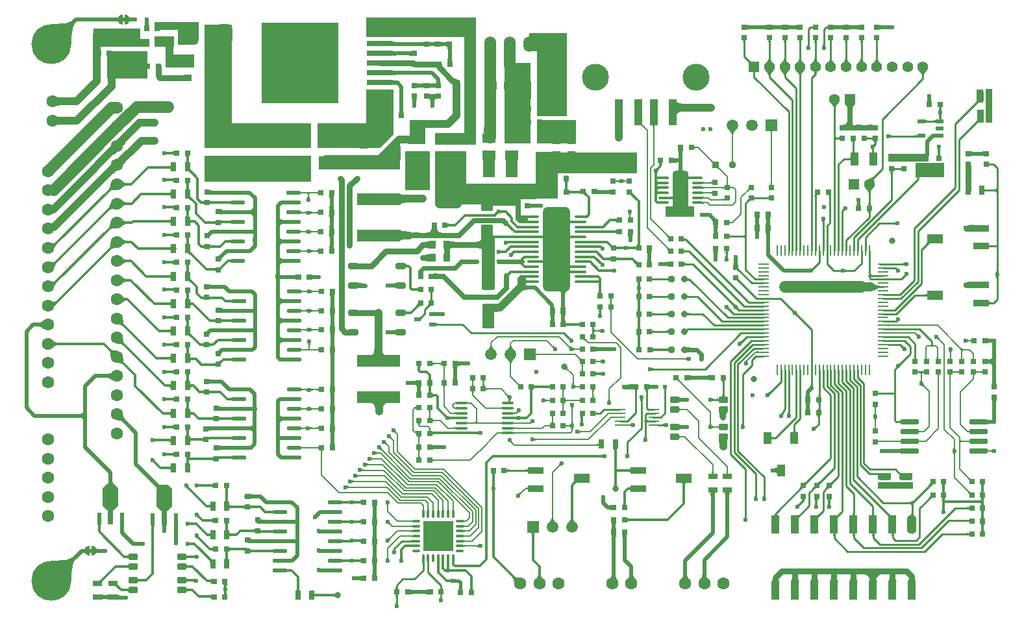
<source format=gtl>
G04*
G04 #@! TF.GenerationSoftware,Altium Limited,Altium Designer,21.6.1 (37)*
G04*
G04 Layer_Physical_Order=1*
G04 Layer_Color=255*
%FSLAX44Y44*%
%MOMM*%
G71*
G04*
G04 #@! TF.SameCoordinates,38397863-0F1A-4956-A7FE-9114BFC2A937*
G04*
G04*
G04 #@! TF.FilePolarity,Positive*
G04*
G01*
G75*
%ADD11C,0.2500*%
%ADD12C,0.2000*%
%ADD13C,0.5000*%
%ADD15C,0.3000*%
%ADD16C,0.6000*%
%ADD18C,0.3500*%
G04:AMPARAMS|DCode=21|XSize=3.2mm|YSize=1.6mm|CornerRadius=0.16mm|HoleSize=0mm|Usage=FLASHONLY|Rotation=90.000|XOffset=0mm|YOffset=0mm|HoleType=Round|Shape=RoundedRectangle|*
%AMROUNDEDRECTD21*
21,1,3.2000,1.2800,0,0,90.0*
21,1,2.8800,1.6000,0,0,90.0*
1,1,0.3200,0.6400,1.4400*
1,1,0.3200,0.6400,-1.4400*
1,1,0.3200,-0.6400,-1.4400*
1,1,0.3200,-0.6400,1.4400*
%
%ADD21ROUNDEDRECTD21*%
%ADD22R,0.7500X0.8000*%
%ADD23R,0.8000X0.7500*%
G04:AMPARAMS|DCode=24|XSize=0.75mm|YSize=0.75mm|CornerRadius=0.075mm|HoleSize=0mm|Usage=FLASHONLY|Rotation=270.000|XOffset=0mm|YOffset=0mm|HoleType=Round|Shape=RoundedRectangle|*
%AMROUNDEDRECTD24*
21,1,0.7500,0.6000,0,0,270.0*
21,1,0.6000,0.7500,0,0,270.0*
1,1,0.1500,-0.3000,-0.3000*
1,1,0.1500,-0.3000,0.3000*
1,1,0.1500,0.3000,0.3000*
1,1,0.1500,0.3000,-0.3000*
%
%ADD24ROUNDEDRECTD24*%
%ADD25R,5.7000X1.6000*%
%ADD26O,1.0000X0.3700*%
%ADD27O,0.3700X1.0000*%
G04:AMPARAMS|DCode=28|XSize=1.1mm|YSize=0.8mm|CornerRadius=0.08mm|HoleSize=0mm|Usage=FLASHONLY|Rotation=90.000|XOffset=0mm|YOffset=0mm|HoleType=Round|Shape=RoundedRectangle|*
%AMROUNDEDRECTD28*
21,1,1.1000,0.6400,0,0,90.0*
21,1,0.9400,0.8000,0,0,90.0*
1,1,0.1600,0.3200,0.4700*
1,1,0.1600,0.3200,-0.4700*
1,1,0.1600,-0.3200,-0.4700*
1,1,0.1600,-0.3200,0.4700*
%
%ADD28ROUNDEDRECTD28*%
%ADD29R,1.0000X3.4000*%
%ADD30P,0.8659X8X202.5*%
G04:AMPARAMS|DCode=31|XSize=0.8mm|YSize=0.8mm|CornerRadius=0.2mm|HoleSize=0mm|Usage=FLASHONLY|Rotation=180.000|XOffset=0mm|YOffset=0mm|HoleType=Round|Shape=RoundedRectangle|*
%AMROUNDEDRECTD31*
21,1,0.8000,0.4000,0,0,180.0*
21,1,0.4000,0.8000,0,0,180.0*
1,1,0.4000,-0.2000,0.2000*
1,1,0.4000,0.2000,0.2000*
1,1,0.4000,0.2000,-0.2000*
1,1,0.4000,-0.2000,-0.2000*
%
%ADD31ROUNDEDRECTD31*%
G04:AMPARAMS|DCode=32|XSize=0.5mm|YSize=1.8mm|CornerRadius=0.075mm|HoleSize=0mm|Usage=FLASHONLY|Rotation=90.000|XOffset=0mm|YOffset=0mm|HoleType=Round|Shape=RoundedRectangle|*
%AMROUNDEDRECTD32*
21,1,0.5000,1.6500,0,0,90.0*
21,1,0.3500,1.8000,0,0,90.0*
1,1,0.1500,0.8250,0.1750*
1,1,0.1500,0.8250,-0.1750*
1,1,0.1500,-0.8250,-0.1750*
1,1,0.1500,-0.8250,0.1750*
%
%ADD32ROUNDEDRECTD32*%
G04:AMPARAMS|DCode=33|XSize=2.44mm|YSize=1.13mm|CornerRadius=0mm|HoleSize=0mm|Usage=FLASHONLY|Rotation=270.000|XOffset=0mm|YOffset=0mm|HoleType=Round|Shape=Octagon|*
%AMOCTAGOND33*
4,1,8,-0.2825,-1.2200,0.2825,-1.2200,0.5650,-0.9375,0.5650,0.9375,0.2825,1.2200,-0.2825,1.2200,-0.5650,0.9375,-0.5650,-0.9375,-0.2825,-1.2200,0.0*
%
%ADD33OCTAGOND33*%

%ADD34R,1.1300X2.4400*%
G04:AMPARAMS|DCode=35|XSize=2mm|YSize=3.4mm|CornerRadius=0mm|HoleSize=0mm|Usage=FLASHONLY|Rotation=180.000|XOffset=0mm|YOffset=0mm|HoleType=Round|Shape=Octagon|*
%AMOCTAGOND35*
4,1,8,0.5000,-1.7000,-0.5000,-1.7000,-1.0000,-1.2000,-1.0000,1.2000,-0.5000,1.7000,0.5000,1.7000,1.0000,1.2000,1.0000,-1.2000,0.5000,-1.7000,0.0*
%
%ADD35OCTAGOND35*%

%ADD36R,0.6000X1.5000*%
%ADD37R,0.7000X2.0000*%
G04:AMPARAMS|DCode=38|XSize=0.7mm|YSize=2.3mm|CornerRadius=0.07mm|HoleSize=0mm|Usage=FLASHONLY|Rotation=270.000|XOffset=0mm|YOffset=0mm|HoleType=Round|Shape=RoundedRectangle|*
%AMROUNDEDRECTD38*
21,1,0.7000,2.1600,0,0,270.0*
21,1,0.5600,2.3000,0,0,270.0*
1,1,0.1400,-1.0800,-0.2800*
1,1,0.1400,-1.0800,0.2800*
1,1,0.1400,1.0800,0.2800*
1,1,0.1400,1.0800,-0.2800*
%
%ADD38ROUNDEDRECTD38*%
%ADD39R,10.0000X10.5500*%
%ADD40R,3.5000X0.8000*%
G04:AMPARAMS|DCode=41|XSize=0.3mm|YSize=1.5mm|CornerRadius=0.045mm|HoleSize=0mm|Usage=FLASHONLY|Rotation=270.000|XOffset=0mm|YOffset=0mm|HoleType=Round|Shape=RoundedRectangle|*
%AMROUNDEDRECTD41*
21,1,0.3000,1.4100,0,0,270.0*
21,1,0.2100,1.5000,0,0,270.0*
1,1,0.0900,-0.7050,-0.1050*
1,1,0.0900,-0.7050,0.1050*
1,1,0.0900,0.7050,0.1050*
1,1,0.0900,0.7050,-0.1050*
%
%ADD41ROUNDEDRECTD41*%
G04:AMPARAMS|DCode=42|XSize=11mm|YSize=3.5mm|CornerRadius=0.525mm|HoleSize=0mm|Usage=FLASHONLY|Rotation=270.000|XOffset=0mm|YOffset=0mm|HoleType=Round|Shape=RoundedRectangle|*
%AMROUNDEDRECTD42*
21,1,11.0000,2.4500,0,0,270.0*
21,1,9.9500,3.5000,0,0,270.0*
1,1,1.0500,-1.2250,-4.9750*
1,1,1.0500,-1.2250,4.9750*
1,1,1.0500,1.2250,4.9750*
1,1,1.0500,1.2250,-4.9750*
%
%ADD42ROUNDEDRECTD42*%
%ADD43R,1.0000X1.8000*%
G04:AMPARAMS|DCode=44|XSize=0.55mm|YSize=1.1mm|CornerRadius=0.055mm|HoleSize=0mm|Usage=FLASHONLY|Rotation=90.000|XOffset=0mm|YOffset=0mm|HoleType=Round|Shape=RoundedRectangle|*
%AMROUNDEDRECTD44*
21,1,0.5500,0.9900,0,0,90.0*
21,1,0.4400,1.1000,0,0,90.0*
1,1,0.1100,0.4950,0.2200*
1,1,0.1100,0.4950,-0.2200*
1,1,0.1100,-0.4950,-0.2200*
1,1,0.1100,-0.4950,0.2200*
%
%ADD44ROUNDEDRECTD44*%
G04:AMPARAMS|DCode=45|XSize=0.35mm|YSize=1.3mm|CornerRadius=0.0525mm|HoleSize=0mm|Usage=FLASHONLY|Rotation=90.000|XOffset=0mm|YOffset=0mm|HoleType=Round|Shape=RoundedRectangle|*
%AMROUNDEDRECTD45*
21,1,0.3500,1.1950,0,0,90.0*
21,1,0.2450,1.3000,0,0,90.0*
1,1,0.1050,0.5975,0.1225*
1,1,0.1050,0.5975,-0.1225*
1,1,0.1050,-0.5975,-0.1225*
1,1,0.1050,-0.5975,0.1225*
%
%ADD45ROUNDEDRECTD45*%
G04:AMPARAMS|DCode=46|XSize=5mm|YSize=2mm|CornerRadius=0.3mm|HoleSize=0mm|Usage=FLASHONLY|Rotation=90.000|XOffset=0mm|YOffset=0mm|HoleType=Round|Shape=RoundedRectangle|*
%AMROUNDEDRECTD46*
21,1,5.0000,1.4000,0,0,90.0*
21,1,4.4000,2.0000,0,0,90.0*
1,1,0.6000,0.7000,2.2000*
1,1,0.6000,0.7000,-2.2000*
1,1,0.6000,-0.7000,-2.2000*
1,1,0.6000,-0.7000,2.2000*
%
%ADD46ROUNDEDRECTD46*%
%ADD47C,0.2000*%
G04:AMPARAMS|DCode=48|XSize=0.25mm|YSize=1.3mm|CornerRadius=0.0375mm|HoleSize=0mm|Usage=FLASHONLY|Rotation=270.000|XOffset=0mm|YOffset=0mm|HoleType=Round|Shape=RoundedRectangle|*
%AMROUNDEDRECTD48*
21,1,0.2500,1.2250,0,0,270.0*
21,1,0.1750,1.3000,0,0,270.0*
1,1,0.0750,-0.6125,-0.0875*
1,1,0.0750,-0.6125,0.0875*
1,1,0.0750,0.6125,0.0875*
1,1,0.0750,0.6125,-0.0875*
%
%ADD48ROUNDEDRECTD48*%
G04:AMPARAMS|DCode=49|XSize=1mm|YSize=1.6mm|CornerRadius=0.1mm|HoleSize=0mm|Usage=FLASHONLY|Rotation=0.000|XOffset=0mm|YOffset=0mm|HoleType=Round|Shape=RoundedRectangle|*
%AMROUNDEDRECTD49*
21,1,1.0000,1.4000,0,0,0.0*
21,1,0.8000,1.6000,0,0,0.0*
1,1,0.2000,0.4000,-0.7000*
1,1,0.2000,-0.4000,-0.7000*
1,1,0.2000,-0.4000,0.7000*
1,1,0.2000,0.4000,0.7000*
%
%ADD49ROUNDEDRECTD49*%
%ADD50R,2.0000X0.9000*%
%ADD51R,2.0000X1.3000*%
G04:AMPARAMS|DCode=52|XSize=0.8mm|YSize=1.2mm|CornerRadius=0.12mm|HoleSize=0mm|Usage=FLASHONLY|Rotation=270.000|XOffset=0mm|YOffset=0mm|HoleType=Round|Shape=RoundedRectangle|*
%AMROUNDEDRECTD52*
21,1,0.8000,0.9600,0,0,270.0*
21,1,0.5600,1.2000,0,0,270.0*
1,1,0.2400,-0.4800,-0.2800*
1,1,0.2400,-0.4800,0.2800*
1,1,0.2400,0.4800,0.2800*
1,1,0.2400,0.4800,-0.2800*
%
%ADD52ROUNDEDRECTD52*%
%ADD53R,1.2000X0.8000*%
G04:AMPARAMS|DCode=54|XSize=2.159mm|YSize=2.743mm|CornerRadius=0mm|HoleSize=0mm|Usage=FLASHONLY|Rotation=180.000|XOffset=0mm|YOffset=0mm|HoleType=Round|Shape=Octagon|*
%AMOCTAGOND54*
4,1,8,0.5397,-1.3715,-0.5397,-1.3715,-1.0795,-0.8317,-1.0795,0.8317,-0.5397,1.3715,0.5397,1.3715,1.0795,0.8317,1.0795,-0.8317,0.5397,-1.3715,0.0*
%
%ADD54OCTAGOND54*%

G04:AMPARAMS|DCode=55|XSize=2.159mm|YSize=2.743mm|CornerRadius=0.5397mm|HoleSize=0mm|Usage=FLASHONLY|Rotation=180.000|XOffset=0mm|YOffset=0mm|HoleType=Round|Shape=RoundedRectangle|*
%AMROUNDEDRECTD55*
21,1,2.1590,1.6635,0,0,180.0*
21,1,1.0795,2.7430,0,0,180.0*
1,1,1.0795,-0.5397,0.8317*
1,1,1.0795,0.5397,0.8317*
1,1,1.0795,0.5397,-0.8317*
1,1,1.0795,-0.5397,-0.8317*
%
%ADD55ROUNDEDRECTD55*%
G04:AMPARAMS|DCode=56|XSize=1.2mm|YSize=2.3mm|CornerRadius=0.12mm|HoleSize=0mm|Usage=FLASHONLY|Rotation=270.000|XOffset=0mm|YOffset=0mm|HoleType=Round|Shape=RoundedRectangle|*
%AMROUNDEDRECTD56*
21,1,1.2000,2.0600,0,0,270.0*
21,1,0.9600,2.3000,0,0,270.0*
1,1,0.2400,-1.0300,-0.4800*
1,1,0.2400,-1.0300,0.4800*
1,1,0.2400,1.0300,0.4800*
1,1,0.2400,1.0300,-0.4800*
%
%ADD56ROUNDEDRECTD56*%
G04:AMPARAMS|DCode=57|XSize=0.75mm|YSize=0.75mm|CornerRadius=0.075mm|HoleSize=0mm|Usage=FLASHONLY|Rotation=180.000|XOffset=0mm|YOffset=0mm|HoleType=Round|Shape=RoundedRectangle|*
%AMROUNDEDRECTD57*
21,1,0.7500,0.6000,0,0,180.0*
21,1,0.6000,0.7500,0,0,180.0*
1,1,0.1500,-0.3000,0.3000*
1,1,0.1500,0.3000,0.3000*
1,1,0.1500,0.3000,-0.3000*
1,1,0.1500,-0.3000,-0.3000*
%
%ADD57ROUNDEDRECTD57*%
%ADD58O,1.4500X0.2500*%
%ADD59O,0.2500X1.4500*%
%ADD60P,0.9742X8X202.5*%
G04:AMPARAMS|DCode=61|XSize=0.9mm|YSize=0.9mm|CornerRadius=0.135mm|HoleSize=0mm|Usage=FLASHONLY|Rotation=180.000|XOffset=0mm|YOffset=0mm|HoleType=Round|Shape=RoundedRectangle|*
%AMROUNDEDRECTD61*
21,1,0.9000,0.6300,0,0,180.0*
21,1,0.6300,0.9000,0,0,180.0*
1,1,0.2700,-0.3150,0.3150*
1,1,0.2700,0.3150,0.3150*
1,1,0.2700,0.3150,-0.3150*
1,1,0.2700,-0.3150,-0.3150*
%
%ADD61ROUNDEDRECTD61*%
%ADD62R,1.7000X1.3000*%
G04:AMPARAMS|DCode=63|XSize=0.55mm|YSize=0.9mm|CornerRadius=0.055mm|HoleSize=0mm|Usage=FLASHONLY|Rotation=90.000|XOffset=0mm|YOffset=0mm|HoleType=Round|Shape=RoundedRectangle|*
%AMROUNDEDRECTD63*
21,1,0.5500,0.7900,0,0,90.0*
21,1,0.4400,0.9000,0,0,90.0*
1,1,0.1100,0.3950,0.2200*
1,1,0.1100,0.3950,-0.2200*
1,1,0.1100,-0.3950,-0.2200*
1,1,0.1100,-0.3950,0.2200*
%
%ADD63ROUNDEDRECTD63*%
G04:AMPARAMS|DCode=64|XSize=0.8mm|YSize=1.3mm|CornerRadius=0.12mm|HoleSize=0mm|Usage=FLASHONLY|Rotation=90.000|XOffset=0mm|YOffset=0mm|HoleType=Round|Shape=RoundedRectangle|*
%AMROUNDEDRECTD64*
21,1,0.8000,1.0600,0,0,90.0*
21,1,0.5600,1.3000,0,0,90.0*
1,1,0.2400,0.5300,0.2800*
1,1,0.2400,0.5300,-0.2800*
1,1,0.2400,-0.5300,-0.2800*
1,1,0.2400,-0.5300,0.2800*
%
%ADD64ROUNDEDRECTD64*%
%ADD65R,0.8000X1.2000*%
G04:AMPARAMS|DCode=66|XSize=1.1mm|YSize=0.8mm|CornerRadius=0.08mm|HoleSize=0mm|Usage=FLASHONLY|Rotation=0.000|XOffset=0mm|YOffset=0mm|HoleType=Round|Shape=RoundedRectangle|*
%AMROUNDEDRECTD66*
21,1,1.1000,0.6400,0,0,0.0*
21,1,0.9400,0.8000,0,0,0.0*
1,1,0.1600,0.4700,-0.3200*
1,1,0.1600,-0.4700,-0.3200*
1,1,0.1600,-0.4700,0.3200*
1,1,0.1600,0.4700,0.3200*
%
%ADD66ROUNDEDRECTD66*%
%ADD67R,1.3000X1.7000*%
G04:AMPARAMS|DCode=68|XSize=1.2mm|YSize=2.3mm|CornerRadius=0.12mm|HoleSize=0mm|Usage=FLASHONLY|Rotation=180.000|XOffset=0mm|YOffset=0mm|HoleType=Round|Shape=RoundedRectangle|*
%AMROUNDEDRECTD68*
21,1,1.2000,2.0600,0,0,180.0*
21,1,0.9600,2.3000,0,0,180.0*
1,1,0.2400,-0.4800,1.0300*
1,1,0.2400,0.4800,1.0300*
1,1,0.2400,0.4800,-1.0300*
1,1,0.2400,-0.4800,-1.0300*
%
%ADD68ROUNDEDRECTD68*%
%ADD75R,4.0000X4.0000*%
%ADD82C,0.8000*%
%ADD88C,0.6000*%
%ADD89C,5.2000*%
%ADD90C,3.5000*%
%ADD91C,1.4000*%
%ADD92R,1.4000X1.4000*%
%ADD93R,1.5000X1.5000*%
%ADD94C,1.5000*%
%ADD95O,1.5000X2.0000*%
%ADD96C,1.6000*%
%ADD98C,1.3000*%
%ADD99C,0.8000*%
%ADD100C,0.7000*%
%ADD101C,1.0000*%
%ADD102C,1.5000*%
%ADD103C,1.2000*%
%ADD104C,0.4000*%
%ADD105R,0.5000X1.8000*%
%ADD106R,13.1000X2.6000*%
%ADD107R,0.8700X1.4000*%
%ADD108R,1.3538X0.7000*%
%ADD109R,2.0000X2.5443*%
%ADD110R,1.1106X1.8386*%
%ADD111R,1.7106X1.8386*%
%ADD112R,9.6000X1.9000*%
%ADD113R,3.8000X1.4000*%
%ADD114R,1.8000X6.9000*%
%ADD115R,1.6000X3.5000*%
%ADD116R,3.6000X5.8000*%
%ADD117R,5.2000X2.9000*%
%ADD118R,3.3000X5.1000*%
%ADD119R,4.1000X5.4000*%
%ADD120R,4.4000X1.6000*%
%ADD121R,14.0000X3.3000*%
%ADD122R,8.1000X3.3000*%
%ADD123R,3.6000X8.7000*%
%ADD124R,14.0000X3.4000*%
%ADD125R,3.6000X4.9000*%
%ADD126R,1.8000X2.4000*%
%ADD127R,10.6000X2.8000*%
%ADD128R,6.4000X2.0000*%
%ADD129R,3.0000X6.2000*%
%ADD130R,6.3000X2.7000*%
%ADD131R,5.1000X3.1000*%
%ADD132R,1.6000X16.7000*%
%ADD133R,1.1000X3.5000*%
%ADD134R,2.9000X1.7000*%
%ADD135R,2.5000X1.4000*%
%ADD136R,2.3000X2.7000*%
%ADD137R,5.8000X1.1000*%
%ADD138R,2.1000X1.1000*%
%ADD139R,1.0000X5.9000*%
%ADD140R,5.3000X3.6000*%
%ADD141R,6.2000X2.4000*%
%ADD142R,3.9000X10.8000*%
%ADD143R,0.9190X2.7000*%
%ADD144R,1.8000X0.8730*%
%ADD145R,2.9000X0.8730*%
%ADD146R,1.8000X0.8730*%
%ADD147R,0.9270X1.8000*%
%ADD148R,0.9190X1.8000*%
%ADD149R,3.5000X10.5000*%
%ADD150R,3.8000X1.8540*%
%ADD151R,5.2995X1.0000*%
G36*
X142730Y788334D02*
X142730Y775500D01*
X142489Y775499D01*
X142008Y775535D01*
X141531Y775608D01*
X141061Y775718D01*
X140831Y775791D01*
X140831Y775790D01*
X139675Y776140D01*
X137773Y777629D01*
X136537Y779705D01*
X136136Y782087D01*
X136380Y783270D01*
Y783270D01*
X136562Y784381D01*
X137699Y786323D01*
X139459Y787727D01*
X141606Y788404D01*
X142730Y788334D01*
D02*
G37*
G36*
X148540Y787727D02*
X150300Y786323D01*
X151438Y784381D01*
X151620Y783270D01*
X151620Y783270D01*
X151864Y782087D01*
X151463Y779705D01*
X150227Y777629D01*
X148325Y776141D01*
X147169Y775791D01*
X147169Y775791D01*
X146939Y775718D01*
X146469Y775608D01*
X145992Y775535D01*
X145511Y775499D01*
X145270Y775500D01*
X145270Y788334D01*
X146394Y788404D01*
X148540Y787727D01*
D02*
G37*
G36*
X176512Y778019D02*
X176695Y775770D01*
X176805Y775219D01*
X176939Y774770D01*
X177098Y774419D01*
X177281Y774169D01*
X177488Y774019D01*
X177719Y773969D01*
X170280D01*
X170512Y774019D01*
X170720Y774169D01*
X170902Y774419D01*
X171061Y774770D01*
X171195Y775219D01*
X171305Y775770D01*
X171390Y776420D01*
X171488Y778019D01*
X171500Y778969D01*
X176500D01*
X176512Y778019D01*
D02*
G37*
G36*
X565481Y746481D02*
X572519D01*
X572330Y746310D01*
X572161Y746060D01*
X572012Y745733D01*
X571883Y745328D01*
X571773Y744846D01*
X571684Y744285D01*
X571565Y742931D01*
X571525Y741266D01*
X566525D01*
X566515Y742132D01*
X566358Y744269D01*
X566264Y744829D01*
X566149Y745312D01*
X566014Y745719D01*
X565857Y746049D01*
X565680Y746304D01*
X565481Y746481D01*
X565307Y746675D01*
X565055Y746848D01*
X564726Y747001D01*
X564320Y747133D01*
X563837Y747245D01*
X563277Y747337D01*
X561926Y747459D01*
X561376Y747473D01*
X559473Y747337D01*
X558913Y747245D01*
X558430Y747133D01*
X558024Y747001D01*
X557695Y746848D01*
X557444Y746675D01*
X557269Y746481D01*
Y753519D01*
X557444Y753325D01*
X557695Y753152D01*
X558024Y752999D01*
X558430Y752867D01*
X558913Y752755D01*
X559473Y752663D01*
X560824Y752541D01*
X561374Y752527D01*
X563277Y752663D01*
X563837Y752755D01*
X564320Y752867D01*
X564726Y752999D01*
X565055Y753152D01*
X565307Y753325D01*
X565481Y753519D01*
Y746481D01*
D02*
G37*
G36*
X81098Y777563D02*
X80090Y776332D01*
X79192Y774768D01*
X78405Y772871D01*
X77729Y770641D01*
X77164Y768077D01*
X76709Y765180D01*
X76132Y758387D01*
X76010Y754490D01*
X75999Y750260D01*
X50260Y775999D01*
X54490Y776010D01*
X65180Y776709D01*
X68077Y777164D01*
X70641Y777729D01*
X72871Y778405D01*
X74768Y779192D01*
X76332Y780090D01*
X77563Y781098D01*
X81098Y777563D01*
D02*
G37*
G36*
X542968Y752958D02*
X543055Y752894D01*
X543201Y752836D01*
X543405Y752787D01*
X543667Y752745D01*
X544365Y752684D01*
X545297Y752654D01*
X545850Y752650D01*
Y747650D01*
X545297Y747646D01*
X543405Y747513D01*
X543201Y747464D01*
X543055Y747406D01*
X542968Y747342D01*
X542939Y747270D01*
Y753030D01*
X542968Y752958D01*
D02*
G37*
G36*
X550231Y746481D02*
X550066Y746675D01*
X549844Y746848D01*
X549565Y747001D01*
X549228Y747133D01*
X548833Y747245D01*
X548381Y747337D01*
X547872Y747408D01*
X546681Y747490D01*
X546000Y747500D01*
Y752500D01*
X546681Y752510D01*
X547872Y752592D01*
X548381Y752663D01*
X548833Y752755D01*
X549228Y752867D01*
X549565Y752999D01*
X549844Y753152D01*
X550066Y753325D01*
X550231Y753519D01*
Y746481D01*
D02*
G37*
G36*
X495519Y753962D02*
X495670Y753687D01*
X495919Y753444D01*
X496269Y753233D01*
X496720Y753055D01*
X497270Y752909D01*
X497920Y752796D01*
X498670Y752715D01*
X500470Y752650D01*
Y747650D01*
X499520Y747637D01*
X497270Y747439D01*
X496720Y747320D01*
X496269Y747175D01*
X495919Y747003D01*
X495670Y746805D01*
X495519Y746581D01*
X495470Y746330D01*
Y754269D01*
X495519Y753962D01*
D02*
G37*
G36*
X535031Y746280D02*
X534981Y746541D01*
X534831Y746774D01*
X534580Y746979D01*
X534230Y747157D01*
X533781Y747308D01*
X533231Y747431D01*
X532580Y747527D01*
X531830Y747595D01*
X530031Y747650D01*
Y752650D01*
X530980Y752661D01*
X533231Y752821D01*
X533781Y752917D01*
X534230Y753035D01*
X534580Y753174D01*
X534831Y753335D01*
X534981Y753516D01*
X535031Y753719D01*
Y746280D01*
D02*
G37*
G36*
X519231Y734081D02*
X519057Y734275D01*
X518805Y734448D01*
X518476Y734601D01*
X518070Y734733D01*
X517587Y734845D01*
X517027Y734937D01*
X515676Y735059D01*
X514016Y735100D01*
Y740100D01*
X514885Y740110D01*
X517027Y740263D01*
X517587Y740355D01*
X518070Y740467D01*
X518476Y740599D01*
X518805Y740752D01*
X519057Y740925D01*
X519231Y741119D01*
Y734081D01*
D02*
G37*
G36*
X495519Y741290D02*
X495670Y741040D01*
X495919Y740820D01*
X496269Y740629D01*
X496720Y740467D01*
X497270Y740335D01*
X497920Y740232D01*
X498670Y740159D01*
X500470Y740100D01*
Y735100D01*
X499520Y735085D01*
X497920Y734968D01*
X497270Y734865D01*
X496720Y734733D01*
X496269Y734571D01*
X495919Y734380D01*
X495670Y734159D01*
X495519Y733910D01*
X495470Y733631D01*
Y741570D01*
X495519Y741290D01*
D02*
G37*
G36*
X571538Y732020D02*
X571724Y729770D01*
X571836Y729220D01*
X571973Y728770D01*
X572135Y728419D01*
X572322Y728169D01*
X572533Y728019D01*
X572770Y727970D01*
X565331D01*
X565558Y728019D01*
X565761Y728169D01*
X565940Y728419D01*
X566095Y728770D01*
X566226Y729220D01*
X566334Y729770D01*
X566418Y730419D01*
X566513Y732020D01*
X566525Y732970D01*
X571525D01*
X571538Y732020D01*
D02*
G37*
G36*
X495519Y715890D02*
X495670Y715640D01*
X495919Y715420D01*
X496269Y715229D01*
X496720Y715067D01*
X497270Y714935D01*
X497920Y714832D01*
X498670Y714759D01*
X500470Y714700D01*
Y709700D01*
X499520Y709685D01*
X497920Y709568D01*
X497270Y709465D01*
X496720Y709333D01*
X496269Y709171D01*
X495919Y708980D01*
X495670Y708760D01*
X495519Y708510D01*
X495470Y708231D01*
Y716170D01*
X495519Y715890D01*
D02*
G37*
G36*
X139536Y716464D02*
X137982Y714893D01*
X131893Y707914D01*
X131417Y707159D01*
X131094Y706521D01*
X130925Y706000D01*
X123500Y716425D01*
X124006Y716579D01*
X124599Y716857D01*
X125279Y717258D01*
X126045Y717784D01*
X127838Y719206D01*
X129978Y721123D01*
X132465Y723536D01*
X139536Y716464D01*
D02*
G37*
G36*
X556515Y703187D02*
X556632Y701817D01*
X556735Y701261D01*
X556867Y700790D01*
X557029Y700404D01*
X557220Y700105D01*
X557440Y699891D01*
X557690Y699762D01*
X557970Y699719D01*
X550031D01*
X550310Y699762D01*
X550560Y699891D01*
X550780Y700105D01*
X550971Y700404D01*
X551133Y700790D01*
X551265Y701261D01*
X551368Y701817D01*
X551441Y702459D01*
X551485Y703187D01*
X551500Y704000D01*
X556500D01*
X556515Y703187D01*
D02*
G37*
G36*
X550031Y692281D02*
X549981Y692512D01*
X549831Y692719D01*
X549580Y692902D01*
X549230Y693061D01*
X548781Y693195D01*
X548231Y693305D01*
X547580Y693390D01*
X546574Y693452D01*
X544770Y693305D01*
X544220Y693195D01*
X543769Y693061D01*
X543419Y692902D01*
X543170Y692719D01*
X543019Y692512D01*
X542970Y692281D01*
Y699719D01*
X543019Y699488D01*
X543170Y699280D01*
X543419Y699098D01*
X543769Y698939D01*
X544220Y698805D01*
X544770Y698695D01*
X545420Y698610D01*
X546426Y698548D01*
X548231Y698695D01*
X548781Y698805D01*
X549230Y698939D01*
X549580Y699098D01*
X549831Y699280D01*
X549981Y699488D01*
X550031Y699719D01*
Y692281D01*
D02*
G37*
G36*
X535031D02*
X534981Y692512D01*
X534831Y692719D01*
X534580Y692902D01*
X534230Y693061D01*
X533781Y693195D01*
X533231Y693305D01*
X532580Y693390D01*
X531003Y693486D01*
X528769Y693305D01*
X528219Y693195D01*
X527770Y693061D01*
X527420Y692902D01*
X527169Y692719D01*
X527020Y692512D01*
X526969Y692281D01*
Y699719D01*
X527020Y699488D01*
X527169Y699280D01*
X527420Y699098D01*
X527770Y698939D01*
X528219Y698805D01*
X528769Y698695D01*
X529420Y698610D01*
X530997Y698514D01*
X533231Y698695D01*
X533781Y698805D01*
X534230Y698939D01*
X534580Y699098D01*
X534831Y699280D01*
X534981Y699488D01*
X535031Y699719D01*
Y692281D01*
D02*
G37*
G36*
X495519Y703190D02*
X495670Y702941D01*
X495919Y702720D01*
X496269Y702529D01*
X496720Y702367D01*
X497270Y702235D01*
X497920Y702132D01*
X498670Y702059D01*
X500470Y702000D01*
Y697000D01*
X499520Y696985D01*
X497920Y696868D01*
X497270Y696765D01*
X496720Y696633D01*
X496269Y696471D01*
X495919Y696280D01*
X495670Y696059D01*
X495519Y695810D01*
X495470Y695530D01*
Y703469D01*
X495519Y703190D01*
D02*
G37*
G36*
X543005Y685335D02*
X543111Y685160D01*
X543287Y685005D01*
X543534Y684871D01*
X543852Y684758D01*
X544240Y684665D01*
X544700Y684593D01*
X545229Y684541D01*
X546500Y684500D01*
X547177Y684510D01*
X548316Y684593D01*
X548779Y684665D01*
X549171Y684758D01*
X549491Y684871D01*
X549740Y685005D01*
X549919Y685160D01*
X550025Y685335D01*
X550061Y685530D01*
Y682126D01*
X554000Y679500D01*
X553050Y679450D01*
X552200Y679300D01*
X551450Y679050D01*
X550800Y678700D01*
X550250Y678250D01*
X549800Y677700D01*
X549450Y677050D01*
X549200Y676300D01*
X549050Y675450D01*
X549000Y674500D01*
X544000D01*
X543950Y675450D01*
X543800Y676300D01*
X543550Y677050D01*
X543200Y677700D01*
X542750Y678250D01*
X542200Y678700D01*
X541550Y679050D01*
X540800Y679300D01*
X539950Y679450D01*
X539000Y679500D01*
X542970Y682146D01*
Y685530D01*
X543005Y685335D01*
D02*
G37*
G36*
X526690Y678230D02*
X526441Y678081D01*
X526220Y677830D01*
X526029Y677480D01*
X525867Y677030D01*
X525735Y676480D01*
X525632Y675830D01*
X525559Y675080D01*
X525500Y673280D01*
X520500D01*
X520485Y674230D01*
X520368Y675830D01*
X520265Y676480D01*
X520133Y677030D01*
X519971Y677480D01*
X519780Y677830D01*
X519560Y678081D01*
X519310Y678230D01*
X519030Y678280D01*
X526969D01*
X526690Y678230D01*
D02*
G37*
G36*
X56872Y680486D02*
X57115Y680384D01*
X57440Y680294D01*
X57849Y680216D01*
X58340Y680150D01*
X59573Y680054D01*
X62045Y680000D01*
Y670000D01*
X61138Y669994D01*
X57849Y669784D01*
X57440Y669706D01*
X57115Y669616D01*
X56872Y669514D01*
X56713Y669400D01*
Y680600D01*
X56872Y680486D01*
D02*
G37*
G36*
X508512Y665020D02*
X508695Y662769D01*
X508805Y662219D01*
X508939Y661769D01*
X509098Y661420D01*
X509281Y661170D01*
X509488Y661020D01*
X509720Y660969D01*
X502281D01*
X502512Y661020D01*
X502719Y661170D01*
X502902Y661420D01*
X503061Y661769D01*
X503195Y662219D01*
X503305Y662769D01*
X503390Y663419D01*
X503488Y665020D01*
X503500Y665969D01*
X508500D01*
X508512Y665020D01*
D02*
G37*
G36*
X56872Y655486D02*
X57115Y655384D01*
X57440Y655294D01*
X57849Y655216D01*
X58340Y655150D01*
X59573Y655054D01*
X62045Y655000D01*
Y645000D01*
X61138Y644994D01*
X57849Y644784D01*
X57440Y644706D01*
X57115Y644616D01*
X56872Y644514D01*
X56713Y644400D01*
Y655600D01*
X56872Y655486D01*
D02*
G37*
G36*
X535095Y638494D02*
X535287Y635719D01*
X535455Y634592D01*
X535671Y633638D01*
X535934Y632857D01*
X536246Y632250D01*
X536606Y631816D01*
X537014Y631556D01*
X537469Y631469D01*
X521398Y631439D01*
X522096Y631527D01*
X522720Y631789D01*
X523271Y632225D01*
X523749Y632835D01*
X524153Y633618D01*
X524483Y634576D01*
X524740Y635706D01*
X524924Y637011D01*
X525034Y638490D01*
X525071Y640142D01*
X535071D01*
X535095Y638494D01*
D02*
G37*
G36*
X294113Y632979D02*
X301130Y632475D01*
X302034Y632245D01*
X302596Y631972D01*
X302819Y631657D01*
X302702Y631300D01*
X302244Y630902D01*
X301857Y619357D01*
X301315Y620049D01*
X300664Y620668D01*
X299903Y621215D01*
X299033Y621688D01*
X298053Y622089D01*
X296963Y622417D01*
X295763Y622672D01*
X294454Y622854D01*
X293036Y622963D01*
X291508Y623000D01*
Y633000D01*
X294113Y632979D01*
D02*
G37*
G36*
X520531Y618531D02*
X520430Y618810D01*
X520131Y619059D01*
X519631Y619280D01*
X518931Y619471D01*
X518031Y619633D01*
X516931Y619765D01*
X514131Y619941D01*
X510531Y620000D01*
Y630000D01*
X512430Y630015D01*
X518031Y630367D01*
X518931Y630529D01*
X519631Y630720D01*
X520131Y630940D01*
X520430Y631190D01*
X520531Y631469D01*
Y618531D01*
D02*
G37*
G36*
X410461Y622396D02*
X410527Y622177D01*
X410635Y621932D01*
X410785Y621663D01*
X410979Y621369D01*
X411216Y621051D01*
X411818Y620340D01*
X412591Y619530D01*
X410939Y616939D01*
X410850Y617020D01*
X410770Y617073D01*
X410700Y617100D01*
X410639Y617099D01*
X410587Y617072D01*
X410545Y617018D01*
X410512Y616936D01*
X410488Y616828D01*
X410474Y616693D01*
X410470Y616530D01*
X410439Y622592D01*
X410461Y622396D01*
D02*
G37*
G36*
X496000Y632000D02*
X478000Y614000D01*
Y634000D01*
X496000D01*
Y632000D01*
D02*
G37*
G36*
X199271Y609986D02*
X199421Y609884D01*
X199592Y609794D01*
X199786Y609716D01*
X200000Y609650D01*
X200237Y609596D01*
X200495Y609554D01*
X200774Y609524D01*
X201398Y609500D01*
Y606500D01*
X201075Y606494D01*
X200495Y606446D01*
X200237Y606404D01*
X200000Y606350D01*
X199786Y606284D01*
X199592Y606206D01*
X199421Y606116D01*
X199271Y606014D01*
X199142Y605900D01*
Y610100D01*
X199271Y609986D01*
D02*
G37*
G36*
X146346Y621274D02*
X145708Y620629D01*
X143531Y618154D01*
X143297Y617810D01*
X143131Y617517D01*
X143032Y617273D01*
X143000Y617080D01*
X135000Y617000D01*
X134995Y616483D01*
X134920Y609000D01*
X134727Y608969D01*
X134483Y608869D01*
X134190Y608703D01*
X133846Y608469D01*
X131371Y606292D01*
X130726Y605654D01*
X123654Y612725D01*
X125364Y614512D01*
X126168Y615451D01*
X126469Y615846D01*
X126703Y616190D01*
X126869Y616483D01*
X126968Y616727D01*
X127000Y616920D01*
X135000Y617000D01*
X135080Y625000D01*
X135273Y625032D01*
X135517Y625131D01*
X135810Y625297D01*
X136154Y625531D01*
X136549Y625832D01*
X137488Y626636D01*
X139275Y628345D01*
X146346Y621274D01*
D02*
G37*
G36*
X209297Y605000D02*
X209266Y605285D01*
X209176Y605540D01*
X209024Y605765D01*
X208812Y605960D01*
X208539Y606125D01*
X208206Y606260D01*
X207812Y606365D01*
X207357Y606440D01*
X206842Y606485D01*
X206266Y606500D01*
Y609500D01*
X206842Y609515D01*
X207357Y609560D01*
X207812Y609635D01*
X208206Y609739D01*
X208539Y609874D01*
X208811Y610038D01*
X209024Y610232D01*
X209175Y610456D01*
X209266Y610710D01*
X209296Y610994D01*
X209297Y605000D01*
D02*
G37*
G36*
X229715Y604267D02*
X229460Y604176D01*
X229235Y604024D01*
X229040Y603812D01*
X228875Y603539D01*
X228740Y603206D01*
X228635Y602812D01*
X228560Y602357D01*
X228515Y601842D01*
X228500Y601266D01*
X225500D01*
X225485Y601842D01*
X225440Y602357D01*
X225366Y602812D01*
X225261Y603206D01*
X225126Y603539D01*
X224962Y603812D01*
X224768Y604024D01*
X224544Y604175D01*
X224290Y604266D01*
X224006Y604296D01*
X230000Y604297D01*
X229715Y604267D01*
D02*
G37*
G36*
X228515Y598313D02*
X228560Y597798D01*
X228635Y597344D01*
X228740Y596950D01*
X228875Y596616D01*
X229040Y596344D01*
X229235Y596131D01*
X229460Y595980D01*
X229715Y595889D01*
X230000Y595859D01*
X224000D01*
X224285Y595889D01*
X224540Y595980D01*
X224765Y596131D01*
X224960Y596344D01*
X225125Y596616D01*
X225260Y596950D01*
X225365Y597344D01*
X225440Y597798D01*
X225485Y598313D01*
X225500Y598889D01*
X228500D01*
X228515Y598313D01*
D02*
G37*
G36*
X362021Y597968D02*
X362078Y597818D01*
X362168Y597685D01*
X362290Y597569D01*
X362444Y597472D01*
X362631Y597392D01*
X362851Y597330D01*
X363103Y597285D01*
X363387Y597259D01*
X363705Y597250D01*
X363036Y594750D01*
X359559Y595053D01*
X359000Y595538D01*
X358441Y595053D01*
X354964Y594750D01*
X354295Y597250D01*
X354613Y597259D01*
X354897Y597285D01*
X355149Y597330D01*
X355369Y597392D01*
X355556Y597472D01*
X355710Y597569D01*
X355832Y597685D01*
X355922Y597818D01*
X355979Y597968D01*
X356003Y598137D01*
X359000Y595538D01*
X361997Y598137D01*
X362021Y597968D01*
D02*
G37*
G36*
X375561Y593500D02*
X375536Y593737D01*
X375460Y593950D01*
X375333Y594137D01*
X375156Y594300D01*
X374928Y594437D01*
X374650Y594550D01*
X374321Y594637D01*
X373941Y594700D01*
X373511Y594738D01*
X373031Y594750D01*
Y597250D01*
X373511Y597262D01*
X373941Y597300D01*
X374321Y597363D01*
X374650Y597450D01*
X374928Y597562D01*
X375156Y597700D01*
X375333Y597863D01*
X375460Y598050D01*
X375536Y598262D01*
X375561Y598500D01*
Y593500D01*
D02*
G37*
G36*
X146346Y596274D02*
X145708Y595629D01*
X143531Y593154D01*
X143297Y592810D01*
X143131Y592517D01*
X143032Y592273D01*
X143000Y592080D01*
X135080Y600000D01*
X135273Y600032D01*
X135517Y600131D01*
X135810Y600297D01*
X136154Y600531D01*
X136549Y600832D01*
X137488Y601636D01*
X139275Y603345D01*
X146346Y596274D01*
D02*
G37*
G36*
X420470Y595000D02*
X418566Y594950D01*
X416862Y594800D01*
X415359Y594550D01*
X414055Y594200D01*
X412952Y593750D01*
X412049Y593200D01*
X411347Y592550D01*
X410844Y591800D01*
X410541Y590950D01*
X410439Y590000D01*
X410470Y603470D01*
X420470Y605000D01*
Y595000D01*
D02*
G37*
G36*
X205030Y586000D02*
X205000Y586285D01*
X204911Y586540D01*
X204760Y586765D01*
X204550Y586960D01*
X204280Y587125D01*
X203951Y587260D01*
X203561Y587365D01*
X203111Y587440D01*
X202600Y587485D01*
X202031Y587500D01*
Y590500D01*
X202600Y590515D01*
X203111Y590560D01*
X203561Y590635D01*
X203951Y590740D01*
X204280Y590875D01*
X204550Y591040D01*
X204760Y591235D01*
X204911Y591460D01*
X205000Y591715D01*
X205030Y592000D01*
Y586000D01*
D02*
G37*
G36*
X230776Y588039D02*
X230697Y587762D01*
X230702Y587444D01*
X230791Y587083D01*
X230964Y586680D01*
X231222Y586234D01*
X231563Y585747D01*
X231988Y585217D01*
X233091Y584030D01*
X231050Y581829D01*
X230428Y582429D01*
X229317Y583374D01*
X228827Y583717D01*
X228381Y583975D01*
X227978Y584148D01*
X227620Y584234D01*
X227305Y584235D01*
X227034Y584151D01*
X226807Y583981D01*
X230939Y588273D01*
X230776Y588039D01*
D02*
G37*
G36*
X134213Y584039D02*
X133989Y584024D01*
X133718Y583941D01*
X133400Y583789D01*
X133036Y583568D01*
X132625Y583278D01*
X131662Y582492D01*
X130513Y581431D01*
X129868Y580797D01*
X123606Y588677D01*
X124248Y589324D01*
X126873Y592285D01*
X126982Y592484D01*
X127025Y592627D01*
X134213Y584039D01*
D02*
G37*
G36*
X199498Y574694D02*
X199638Y574577D01*
X199800Y574474D01*
X199986Y574384D01*
X200194Y574308D01*
X200425Y574246D01*
X200679Y574198D01*
X200955Y574164D01*
X201254Y574143D01*
X201576Y574136D01*
X201151Y571136D01*
X200826Y571132D01*
X199981Y571059D01*
X199743Y571016D01*
X199526Y570963D01*
X199330Y570901D01*
X199156Y570829D01*
X199003Y570747D01*
X198872Y570656D01*
X199381Y574825D01*
X199498Y574694D01*
D02*
G37*
G36*
X209297Y569636D02*
X209271Y569921D01*
X209184Y570176D01*
X209035Y570401D01*
X208825Y570596D01*
X208552Y570761D01*
X208219Y570896D01*
X207823Y571001D01*
X207366Y571076D01*
X206847Y571121D01*
X206266Y571136D01*
Y574136D01*
X206858Y574151D01*
X207387Y574196D01*
X207855Y574270D01*
X208261Y574374D01*
X208606Y574507D01*
X208888Y574670D01*
X209110Y574863D01*
X209269Y575085D01*
X209367Y575338D01*
X209403Y575619D01*
X209297Y569636D01*
D02*
G37*
G36*
X229715Y568539D02*
X229460Y568448D01*
X229235Y568297D01*
X229040Y568084D01*
X228875Y567812D01*
X228740Y567478D01*
X228635Y567085D01*
X228560Y566630D01*
X228515Y566115D01*
X228500Y565539D01*
X225500D01*
X225485Y566115D01*
X225440Y566630D01*
X225366Y567084D01*
X225261Y567478D01*
X225126Y567812D01*
X224962Y568084D01*
X224768Y568296D01*
X224544Y568448D01*
X224290Y568539D01*
X224006Y568569D01*
X230000Y568569D01*
X229715Y568539D01*
D02*
G37*
G36*
X141506Y571821D02*
X143026Y570509D01*
X143753Y569976D01*
X144459Y569525D01*
X145142Y569156D01*
X145804Y568869D01*
X146444Y568664D01*
X147062Y568541D01*
X147658Y568500D01*
Y565500D01*
X147062Y565459D01*
X146444Y565336D01*
X145804Y565131D01*
X145142Y564844D01*
X144459Y564475D01*
X143753Y564024D01*
X143026Y563491D01*
X142277Y562876D01*
X140713Y561400D01*
X140713Y572600D01*
X141506Y571821D01*
D02*
G37*
G36*
X228515Y562593D02*
X228560Y562078D01*
X228635Y561624D01*
X228740Y561230D01*
X228875Y560896D01*
X229040Y560624D01*
X229235Y560411D01*
X229460Y560260D01*
X229715Y560169D01*
X230000Y560139D01*
X224000D01*
X224285Y560169D01*
X224540Y560260D01*
X224765Y560411D01*
X224960Y560624D01*
X225125Y560896D01*
X225260Y561230D01*
X225365Y561624D01*
X225440Y562078D01*
X225485Y562593D01*
X225500Y563169D01*
X228500D01*
X228515Y562593D01*
D02*
G37*
G36*
X133507Y559141D02*
X132487Y559308D01*
X131528Y559409D01*
X130628Y559447D01*
X129788Y559419D01*
X129009Y559326D01*
X128289Y559168D01*
X127629Y558946D01*
X127029Y558658D01*
X126490Y558306D01*
X126010Y557889D01*
X124277Y560398D01*
X124629Y560801D01*
X124965Y561290D01*
X125286Y561867D01*
X125592Y562530D01*
X125884Y563280D01*
X126420Y565042D01*
X126666Y566053D01*
X127112Y568335D01*
X133507Y559141D01*
D02*
G37*
G36*
X373925Y557955D02*
X373987Y557786D01*
X374091Y557637D01*
X374237Y557508D01*
X374424Y557398D01*
X374653Y557309D01*
X374923Y557239D01*
X375235Y557190D01*
X375589Y557160D01*
X375984Y557150D01*
Y555150D01*
X375589Y555140D01*
X375235Y555110D01*
X374923Y555061D01*
X374653Y554991D01*
X374424Y554902D01*
X374237Y554792D01*
X374091Y554663D01*
X373987Y554514D01*
X373925Y554345D01*
X373904Y554156D01*
Y558144D01*
X373925Y557955D01*
D02*
G37*
G36*
X397311Y554150D02*
X397291Y554340D01*
X397230Y554510D01*
X397128Y554660D01*
X396986Y554790D01*
X396803Y554900D01*
X396580Y554990D01*
X396316Y555060D01*
X396012Y555110D01*
X395666Y555140D01*
X395280Y555150D01*
Y557150D01*
X395666Y557160D01*
X396012Y557190D01*
X396316Y557240D01*
X396580Y557310D01*
X396803Y557400D01*
X396986Y557510D01*
X397128Y557640D01*
X397230Y557790D01*
X397291Y557960D01*
X397311Y558150D01*
Y554150D01*
D02*
G37*
G36*
X257020Y560326D02*
X257169Y559974D01*
X257419Y559664D01*
X257770Y559395D01*
X258220Y559167D01*
X258769Y558981D01*
X259419Y558836D01*
X260170Y558733D01*
X261019Y558671D01*
X261970Y558650D01*
Y553650D01*
X261019Y553646D01*
X257169Y553413D01*
X257020Y553351D01*
X256970Y553280D01*
Y560719D01*
X257020Y560326D01*
D02*
G37*
G36*
X388000Y555150D02*
X387620Y555130D01*
X387280Y555070D01*
X386980Y554970D01*
X386720Y554830D01*
X386500Y554650D01*
X386320Y554430D01*
X386180Y554170D01*
X386080Y553870D01*
X386020Y553530D01*
X386000Y553150D01*
X384000D01*
X383980Y553530D01*
X383920Y553870D01*
X383820Y554170D01*
X383680Y554430D01*
X383500Y554650D01*
X383280Y554830D01*
X383020Y554970D01*
X382720Y555070D01*
X382380Y555130D01*
X382000Y555150D01*
X385000Y557150D01*
X388000Y555150D01*
D02*
G37*
G36*
X205030Y551200D02*
X205000Y551485D01*
X204911Y551740D01*
X204760Y551965D01*
X204550Y552160D01*
X204280Y552325D01*
X203951Y552460D01*
X203561Y552565D01*
X203111Y552640D01*
X202600Y552685D01*
X202031Y552700D01*
Y555700D01*
X202600Y555715D01*
X203111Y555760D01*
X203561Y555835D01*
X203951Y555940D01*
X204280Y556075D01*
X204550Y556240D01*
X204760Y556435D01*
X204911Y556660D01*
X205000Y556915D01*
X205030Y557200D01*
Y551200D01*
D02*
G37*
G36*
X386011Y551350D02*
X386044Y551078D01*
X386099Y550813D01*
X386176Y550555D01*
X386275Y550303D01*
X386396Y550058D01*
X386539Y549819D01*
X386704Y549587D01*
X386891Y549361D01*
X387100Y549142D01*
X382900Y549142D01*
X383109Y549361D01*
X383296Y549587D01*
X383461Y549819D01*
X383604Y550058D01*
X383725Y550303D01*
X383824Y550555D01*
X383901Y550813D01*
X383956Y551078D01*
X383989Y551350D01*
X384000Y551628D01*
X386000Y551628D01*
X386011Y551350D01*
D02*
G37*
G36*
X418483Y552131D02*
X418271Y551981D01*
X418085Y551730D01*
X417923Y551381D01*
X417786Y550930D01*
X417674Y550381D01*
X417587Y549730D01*
X417487Y548130D01*
X417475Y547180D01*
X412475D01*
X412463Y548130D01*
X412284Y550381D01*
X412176Y550930D01*
X412045Y551381D01*
X411890Y551730D01*
X411711Y551981D01*
X411507Y552131D01*
X411281Y552180D01*
X418720D01*
X418483Y552131D01*
D02*
G37*
G36*
X230808Y553007D02*
X230754Y552705D01*
X230777Y552369D01*
X230877Y551997D01*
X231054Y551590D01*
X231307Y551149D01*
X231638Y550672D01*
X232045Y550160D01*
X232530Y549613D01*
X233091Y549030D01*
X231770Y546109D01*
X231116Y546742D01*
X229962Y547729D01*
X229461Y548083D01*
X229011Y548345D01*
X228612Y548513D01*
X228265Y548590D01*
X227968Y548573D01*
X227722Y548463D01*
X227527Y548261D01*
X230939Y553273D01*
X230808Y553007D01*
D02*
G37*
G36*
X284231Y541181D02*
X284107Y541327D01*
X283938Y541458D01*
X283726Y541573D01*
X283470Y541673D01*
X283171Y541758D01*
X282827Y541827D01*
X282440Y541881D01*
X281535Y541942D01*
X281017Y541950D01*
Y544950D01*
X281535Y544958D01*
X282440Y545019D01*
X282827Y545073D01*
X283171Y545142D01*
X283470Y545227D01*
X283726Y545327D01*
X283938Y545442D01*
X284107Y545573D01*
X284231Y545719D01*
Y541181D01*
D02*
G37*
G36*
X256999Y546165D02*
X257090Y545910D01*
X257239Y545685D01*
X257449Y545490D01*
X257719Y545325D01*
X258050Y545190D01*
X258440Y545085D01*
X258890Y545010D01*
X259400Y544965D01*
X259970Y544950D01*
Y541950D01*
X259400Y541935D01*
X258890Y541890D01*
X258440Y541815D01*
X258050Y541710D01*
X257719Y541575D01*
X257449Y541410D01*
X257239Y541215D01*
X257090Y540990D01*
X256999Y540735D01*
X256970Y540450D01*
Y546450D01*
X256999Y546165D01*
D02*
G37*
G36*
X249061Y540307D02*
X249031Y540592D01*
X248940Y540847D01*
X248788Y541072D01*
X248576Y541267D01*
X248303Y541432D01*
X247970Y541567D01*
X247576Y541672D01*
X247122Y541747D01*
X246606Y541792D01*
X246031Y541807D01*
Y544807D01*
X246606Y544822D01*
X247122Y544867D01*
X247576Y544942D01*
X247970Y545047D01*
X248303Y545182D01*
X248576Y545347D01*
X248788Y545542D01*
X248940Y545767D01*
X249031Y546022D01*
X249061Y546307D01*
Y540307D01*
D02*
G37*
G36*
X59874Y534803D02*
X51784Y529760D01*
X50012Y540235D01*
X50167Y540171D01*
X50377Y540185D01*
X50641Y540276D01*
X50959Y540445D01*
X51332Y540691D01*
X51760Y541015D01*
X52779Y541896D01*
X54015Y543086D01*
X59874Y534803D01*
D02*
G37*
G36*
X504570Y555000D02*
X504869Y554580D01*
X505369Y554210D01*
X506069Y553889D01*
X506969Y553617D01*
X508069Y553395D01*
X509370Y553222D01*
X512570Y553025D01*
X514469Y553000D01*
Y543000D01*
X512570Y542965D01*
X509370Y542688D01*
X508069Y542445D01*
X506969Y542133D01*
X506069Y541751D01*
X505369Y541300D01*
X504869Y540779D01*
X504570Y540190D01*
X504469Y539530D01*
Y555470D01*
X504570Y555000D01*
D02*
G37*
G36*
X141506Y546821D02*
X143026Y545509D01*
X143753Y544976D01*
X144459Y544525D01*
X145142Y544156D01*
X145804Y543869D01*
X146444Y543664D01*
X147062Y543541D01*
X147658Y543500D01*
Y540500D01*
X147062Y540459D01*
X146444Y540336D01*
X145804Y540131D01*
X145142Y539844D01*
X144459Y539475D01*
X143753Y539024D01*
X143026Y538491D01*
X142277Y537876D01*
X140713Y536400D01*
X140713Y547600D01*
X141506Y546821D01*
D02*
G37*
G36*
X199271Y538986D02*
X199421Y538884D01*
X199592Y538794D01*
X199786Y538716D01*
X200000Y538650D01*
X200237Y538596D01*
X200495Y538554D01*
X200774Y538524D01*
X201398Y538500D01*
Y535500D01*
X201075Y535494D01*
X200495Y535446D01*
X200237Y535404D01*
X200000Y535350D01*
X199786Y535284D01*
X199592Y535206D01*
X199421Y535116D01*
X199271Y535014D01*
X199142Y534900D01*
Y539100D01*
X199271Y538986D01*
D02*
G37*
G36*
X417487Y538769D02*
X417674Y536520D01*
X417786Y535970D01*
X417923Y535519D01*
X418085Y535169D01*
X418271Y534920D01*
X418483Y534770D01*
X418720Y534720D01*
X411281D01*
X411507Y534770D01*
X411711Y534920D01*
X411890Y535169D01*
X412045Y535519D01*
X412176Y535970D01*
X412284Y536520D01*
X412368Y537169D01*
X412463Y538769D01*
X412475Y539720D01*
X417475D01*
X417487Y538769D01*
D02*
G37*
G36*
X132802Y534308D02*
X131837Y534554D01*
X130925Y534725D01*
X130065Y534822D01*
X129259Y534843D01*
X128505Y534790D01*
X127804Y534663D01*
X127156Y534461D01*
X126560Y534184D01*
X126017Y533832D01*
X125527Y533405D01*
X124001Y536122D01*
X124320Y536488D01*
X124641Y536949D01*
X124963Y537504D01*
X125287Y538154D01*
X125940Y539738D01*
X126269Y540672D01*
X127266Y544044D01*
X132802Y534308D01*
D02*
G37*
G36*
X209297Y534000D02*
X209274Y534285D01*
X209189Y534540D01*
X209042Y534765D01*
X208832Y534960D01*
X208560Y535125D01*
X208226Y535260D01*
X207829Y535365D01*
X207371Y535440D01*
X206850Y535485D01*
X206266Y535500D01*
Y538500D01*
X206866Y538515D01*
X207404Y538559D01*
X207880Y538633D01*
X208293Y538737D01*
X208644Y538871D01*
X208932Y539034D01*
X209159Y539227D01*
X209323Y539449D01*
X209424Y539701D01*
X209464Y539983D01*
X209297Y534000D01*
D02*
G37*
G36*
X387266Y532004D02*
X387502Y531825D01*
X387743Y531667D01*
X387989Y531530D01*
X388240Y531414D01*
X388496Y531319D01*
X388757Y531245D01*
X389023Y531192D01*
X389295Y531161D01*
X389571Y531150D01*
X389677Y529150D01*
X389397Y529139D01*
X389125Y529104D01*
X388861Y529047D01*
X388606Y528968D01*
X388358Y528865D01*
X388119Y528740D01*
X387888Y528591D01*
X387665Y528420D01*
X387451Y528226D01*
X387245Y528010D01*
X385000Y530210D01*
X382755Y528010D01*
X382549Y528226D01*
X382334Y528420D01*
X382112Y528591D01*
X381881Y528740D01*
X381642Y528865D01*
X381394Y528968D01*
X381139Y529047D01*
X380875Y529104D01*
X380603Y529139D01*
X380323Y529150D01*
X380429Y531150D01*
X380705Y531161D01*
X380977Y531192D01*
X381243Y531245D01*
X381504Y531319D01*
X381760Y531414D01*
X382011Y531530D01*
X382257Y531667D01*
X382498Y531825D01*
X382734Y532004D01*
X382965Y532205D01*
X385000Y530210D01*
X387035Y532205D01*
X387266Y532004D01*
D02*
G37*
G36*
X229715Y532812D02*
X229460Y532721D01*
X229235Y532569D01*
X229040Y532357D01*
X228875Y532085D01*
X228740Y531751D01*
X228635Y531357D01*
X228560Y530903D01*
X228515Y530387D01*
X228500Y529812D01*
X225500D01*
X225485Y530387D01*
X225440Y530902D01*
X225366Y531357D01*
X225261Y531751D01*
X225126Y532084D01*
X224962Y532357D01*
X224768Y532569D01*
X224544Y532720D01*
X224290Y532811D01*
X224006Y532842D01*
X230000Y532842D01*
X229715Y532812D01*
D02*
G37*
G36*
X373965Y531960D02*
X374018Y531790D01*
X374115Y531640D01*
X374254Y531510D01*
X374436Y531400D01*
X374660Y531310D01*
X374927Y531240D01*
X375237Y531190D01*
X375589Y531160D01*
X375984Y531150D01*
Y529150D01*
X375643Y529143D01*
X375042Y529090D01*
X374781Y529043D01*
X374546Y528983D01*
X374338Y528909D01*
X374156Y528822D01*
X374000Y528722D01*
X373871Y528608D01*
X373769Y528481D01*
X373953Y532150D01*
X373965Y531960D01*
D02*
G37*
G36*
X397311Y528150D02*
X397291Y528340D01*
X397230Y528510D01*
X397128Y528660D01*
X396986Y528790D01*
X396803Y528900D01*
X396580Y528990D01*
X396316Y529060D01*
X396012Y529110D01*
X395666Y529140D01*
X395280Y529150D01*
Y531150D01*
X395666Y531160D01*
X396012Y531190D01*
X396316Y531240D01*
X396580Y531310D01*
X396803Y531400D01*
X396986Y531510D01*
X397128Y531640D01*
X397230Y531790D01*
X397291Y531960D01*
X397311Y532150D01*
Y528150D01*
D02*
G37*
G36*
X271019Y534440D02*
X271169Y534190D01*
X271420Y533970D01*
X271770Y533779D01*
X272220Y533617D01*
X272770Y533485D01*
X273419Y533382D01*
X274170Y533309D01*
X275970Y533250D01*
Y528250D01*
X275019Y528240D01*
X272770Y528095D01*
X272220Y528008D01*
X271770Y527901D01*
X271420Y527775D01*
X271169Y527629D01*
X271019Y527465D01*
X270970Y527280D01*
Y534719D01*
X271019Y534440D01*
D02*
G37*
G36*
X228515Y526873D02*
X228560Y526358D01*
X228635Y525904D01*
X228740Y525510D01*
X228875Y525176D01*
X229040Y524904D01*
X229235Y524692D01*
X229460Y524540D01*
X229715Y524449D01*
X230000Y524419D01*
X224000D01*
X224285Y524449D01*
X224540Y524540D01*
X224765Y524692D01*
X224960Y524904D01*
X225125Y525176D01*
X225260Y525510D01*
X225365Y525904D01*
X225440Y526358D01*
X225485Y526873D01*
X225500Y527449D01*
X228500D01*
X228515Y526873D01*
D02*
G37*
G36*
X317559Y530941D02*
X312559Y523441D01*
X312509Y524391D01*
X312359Y525241D01*
X312109Y525991D01*
X311759Y526641D01*
X311309Y527191D01*
X310759Y527641D01*
X310109Y527991D01*
X309359Y528241D01*
X308509Y528391D01*
X307559Y528441D01*
Y533441D01*
X308509Y533491D01*
X309359Y533641D01*
X310109Y533891D01*
X310759Y534241D01*
X311309Y534691D01*
X311759Y535241D01*
X312109Y535891D01*
X312359Y536641D01*
X312509Y537491D01*
X312559Y538441D01*
X317559Y530941D01*
D02*
G37*
G36*
X418483Y526730D02*
X418271Y526581D01*
X418085Y526330D01*
X417923Y525980D01*
X417786Y525531D01*
X417674Y524981D01*
X417587Y524330D01*
X417487Y522730D01*
X417475Y521781D01*
X412475D01*
X412463Y522730D01*
X412284Y524981D01*
X412176Y525531D01*
X412045Y525980D01*
X411890Y526330D01*
X411711Y526581D01*
X411507Y526730D01*
X411281Y526781D01*
X418720D01*
X418483Y526730D01*
D02*
G37*
G36*
X284231Y515781D02*
X284107Y515927D01*
X283938Y516058D01*
X283726Y516173D01*
X283470Y516273D01*
X283171Y516358D01*
X282827Y516427D01*
X282440Y516481D01*
X281535Y516542D01*
X281017Y516550D01*
Y519550D01*
X281535Y519558D01*
X282440Y519619D01*
X282827Y519673D01*
X283171Y519742D01*
X283470Y519827D01*
X283726Y519927D01*
X283938Y520042D01*
X284107Y520173D01*
X284231Y520319D01*
Y515781D01*
D02*
G37*
G36*
X230969Y521195D02*
X231060Y520940D01*
X231212Y520715D01*
X231424Y520520D01*
X231697Y520355D01*
X232030Y520220D01*
X232424Y520115D01*
X232878Y520040D01*
X233394Y519995D01*
X233969Y519980D01*
Y516980D01*
X233394Y516965D01*
X232878Y516920D01*
X232424Y516845D01*
X232030Y516740D01*
X231697Y516605D01*
X231424Y516440D01*
X231212Y516245D01*
X231060Y516020D01*
X230969Y515765D01*
X230939Y515480D01*
Y521480D01*
X230969Y521195D01*
D02*
G37*
G36*
X205030Y515480D02*
X205000Y515765D01*
X204911Y516020D01*
X204760Y516245D01*
X204550Y516440D01*
X204280Y516605D01*
X203951Y516740D01*
X203561Y516845D01*
X203111Y516920D01*
X202600Y516965D01*
X202031Y516980D01*
Y519980D01*
X202600Y519995D01*
X203111Y520040D01*
X203561Y520115D01*
X203951Y520220D01*
X204280Y520355D01*
X204550Y520520D01*
X204760Y520715D01*
X204911Y520940D01*
X205000Y521195D01*
X205030Y521480D01*
Y515480D01*
D02*
G37*
G36*
X271000Y520497D02*
X271089Y520298D01*
X271239Y520123D01*
X271450Y519971D01*
X271719Y519842D01*
X272050Y519737D01*
X272439Y519655D01*
X272889Y519597D01*
X273400Y519562D01*
X273969Y519550D01*
Y516550D01*
X273400Y516535D01*
X272889Y516490D01*
X272439Y516415D01*
X272050Y516310D01*
X271719Y516175D01*
X271450Y516010D01*
X271239Y515815D01*
X271089Y515590D01*
X271000Y515335D01*
X270970Y515050D01*
Y520719D01*
X271000Y520497D01*
D02*
G37*
G36*
X263061Y514000D02*
X263031Y514285D01*
X262940Y514540D01*
X262788Y514765D01*
X262576Y514960D01*
X262303Y515125D01*
X261970Y515260D01*
X261576Y515365D01*
X261122Y515440D01*
X260606Y515485D01*
X260030Y515500D01*
Y518500D01*
X260606Y518515D01*
X261122Y518560D01*
X261576Y518635D01*
X261970Y518740D01*
X262303Y518875D01*
X262576Y519040D01*
X262788Y519235D01*
X262940Y519460D01*
X263031Y519715D01*
X263061Y520000D01*
Y514000D01*
D02*
G37*
G36*
X141506Y521821D02*
X143026Y520509D01*
X143753Y519976D01*
X144459Y519525D01*
X145142Y519156D01*
X145804Y518869D01*
X146444Y518664D01*
X147062Y518541D01*
X147658Y518500D01*
Y515500D01*
X147062Y515459D01*
X146444Y515336D01*
X145804Y515131D01*
X145142Y514844D01*
X144459Y514475D01*
X143753Y514024D01*
X143026Y513491D01*
X142277Y512876D01*
X140713Y511400D01*
X140713Y522600D01*
X141506Y521821D01*
D02*
G37*
G36*
X566734Y516710D02*
X566825Y516456D01*
X566976Y516232D01*
X567188Y516038D01*
X567461Y515873D01*
X567794Y515739D01*
X568188Y515634D01*
X568643Y515560D01*
X569158Y515515D01*
X569734Y515500D01*
Y512500D01*
X569158Y512485D01*
X568643Y512440D01*
X568188Y512365D01*
X567794Y512261D01*
X567461Y512127D01*
X567188Y511962D01*
X566976Y511768D01*
X566825Y511544D01*
X566734Y511290D01*
X566704Y511006D01*
Y516994D01*
X566734Y516710D01*
D02*
G37*
G36*
X347550Y524550D02*
X347700Y523700D01*
X347950Y522950D01*
X348300Y522300D01*
X348750Y521750D01*
X349300Y521300D01*
X349950Y520950D01*
X350700Y520700D01*
X351550Y520550D01*
X352500Y520500D01*
Y515500D01*
X351550Y515450D01*
X350700Y515300D01*
X349950Y515050D01*
X349300Y514700D01*
X348750Y514250D01*
X348300Y513700D01*
X347950Y513050D01*
X347700Y512300D01*
X347550Y511450D01*
X347500Y510500D01*
X342500Y518000D01*
X347500Y525500D01*
X347550Y524550D01*
D02*
G37*
G36*
X417487Y513369D02*
X417674Y511119D01*
X417786Y510569D01*
X417923Y510119D01*
X418085Y509769D01*
X418271Y509519D01*
X418483Y509369D01*
X418720Y509319D01*
X411281D01*
X411507Y509369D01*
X411711Y509519D01*
X411890Y509769D01*
X412045Y510119D01*
X412176Y510569D01*
X412284Y511119D01*
X412368Y511769D01*
X412463Y513369D01*
X412475Y514319D01*
X417475D01*
X417487Y513369D01*
D02*
G37*
G36*
X133507Y509141D02*
X132487Y509308D01*
X131528Y509409D01*
X130628Y509447D01*
X129788Y509419D01*
X129009Y509326D01*
X128289Y509168D01*
X127629Y508946D01*
X127029Y508658D01*
X126490Y508306D01*
X126010Y507889D01*
X124277Y510398D01*
X124629Y510801D01*
X124965Y511290D01*
X125286Y511867D01*
X125592Y512530D01*
X125884Y513280D01*
X126420Y515042D01*
X126666Y516053D01*
X127112Y518335D01*
X133507Y509141D01*
D02*
G37*
G36*
X387266Y507004D02*
X387502Y506825D01*
X387743Y506667D01*
X387989Y506530D01*
X388240Y506414D01*
X388496Y506319D01*
X388757Y506245D01*
X389023Y506192D01*
X389295Y506161D01*
X389571Y506150D01*
X389677Y504150D01*
X389397Y504139D01*
X389125Y504104D01*
X388861Y504047D01*
X388606Y503968D01*
X388358Y503865D01*
X388119Y503740D01*
X387888Y503591D01*
X387665Y503420D01*
X387451Y503226D01*
X387245Y503010D01*
X385000Y505210D01*
X382755Y503010D01*
X382549Y503226D01*
X382334Y503420D01*
X382112Y503591D01*
X381881Y503740D01*
X381642Y503865D01*
X381394Y503968D01*
X381139Y504047D01*
X380875Y504104D01*
X380603Y504139D01*
X380323Y504150D01*
X380429Y506150D01*
X380705Y506161D01*
X380977Y506192D01*
X381243Y506245D01*
X381504Y506319D01*
X381760Y506414D01*
X382011Y506530D01*
X382257Y506667D01*
X382498Y506825D01*
X382734Y507004D01*
X382965Y507205D01*
X385000Y505210D01*
X387035Y507205D01*
X387266Y507004D01*
D02*
G37*
G36*
X373957Y506955D02*
X374013Y506786D01*
X374111Y506637D01*
X374252Y506508D01*
X374435Y506399D01*
X374660Y506309D01*
X374927Y506240D01*
X375237Y506190D01*
X375589Y506160D01*
X375984Y506150D01*
Y504150D01*
X375574Y504140D01*
X375206Y504111D01*
X374881Y504062D01*
X374598Y503993D01*
X374357Y503904D01*
X374159Y503796D01*
X374003Y503668D01*
X373889Y503521D01*
X373818Y503354D01*
X373789Y503167D01*
X373944Y507144D01*
X373957Y506955D01*
D02*
G37*
G36*
X397311Y503150D02*
X397291Y503340D01*
X397230Y503510D01*
X397128Y503660D01*
X396986Y503790D01*
X396803Y503900D01*
X396580Y503990D01*
X396316Y504060D01*
X396012Y504110D01*
X395666Y504140D01*
X395280Y504150D01*
Y506150D01*
X395666Y506160D01*
X396012Y506190D01*
X396316Y506240D01*
X396580Y506310D01*
X396803Y506400D01*
X396986Y506510D01*
X397128Y506640D01*
X397230Y506790D01*
X397291Y506960D01*
X397311Y507150D01*
Y503150D01*
D02*
G37*
G36*
X199271Y502986D02*
X199421Y502884D01*
X199592Y502794D01*
X199786Y502716D01*
X200000Y502650D01*
X200237Y502596D01*
X200495Y502554D01*
X200774Y502524D01*
X201398Y502500D01*
Y499500D01*
X201075Y499494D01*
X200495Y499446D01*
X200237Y499404D01*
X200000Y499350D01*
X199786Y499284D01*
X199592Y499206D01*
X199421Y499116D01*
X199271Y499014D01*
X199142Y498900D01*
Y503100D01*
X199271Y502986D01*
D02*
G37*
G36*
X209297Y498000D02*
X209268Y498285D01*
X209179Y498540D01*
X209028Y498765D01*
X208816Y498960D01*
X208544Y499125D01*
X208210Y499260D01*
X207816Y499365D01*
X207360Y499440D01*
X206844Y499485D01*
X206266Y499500D01*
Y502500D01*
X206847Y502515D01*
X207367Y502560D01*
X207826Y502635D01*
X208224Y502739D01*
X208561Y502873D01*
X208838Y503038D01*
X209053Y503232D01*
X209207Y503456D01*
X209300Y503710D01*
X209333Y503994D01*
X209297Y498000D01*
D02*
G37*
G36*
X552515Y510719D02*
X552678D01*
X552644Y510599D01*
X552614Y510344D01*
X552575Y509640D01*
X552780Y508480D01*
X553130Y507430D01*
X553620Y506520D01*
X554250Y505750D01*
X555020Y505120D01*
X555930Y504630D01*
X556980Y504280D01*
X558170Y504070D01*
X559500Y504000D01*
X549000Y497000D01*
X538500Y504000D01*
X539830Y504070D01*
X541020Y504280D01*
X542070Y504630D01*
X542980Y505120D01*
X543750Y505750D01*
X544380Y506520D01*
X544870Y507430D01*
X545220Y508480D01*
X545358Y509262D01*
X545322Y510719D01*
X545485D01*
X545500Y511000D01*
X552500D01*
X552515Y510719D01*
D02*
G37*
G36*
X520140Y504031D02*
X521657Y504014D01*
X530071Y504000D01*
Y497000D01*
X520033Y496962D01*
Y504038D01*
X520140Y504031D01*
D02*
G37*
G36*
X418483Y501330D02*
X418271Y501180D01*
X418085Y500930D01*
X417923Y500580D01*
X417786Y500130D01*
X417674Y499580D01*
X417587Y498930D01*
X417487Y497330D01*
X417475Y496380D01*
X412475D01*
X412463Y497330D01*
X412284Y499580D01*
X412176Y500130D01*
X412045Y500580D01*
X411890Y500930D01*
X411711Y501180D01*
X411507Y501330D01*
X411281Y501380D01*
X418720D01*
X418483Y501330D01*
D02*
G37*
G36*
X229715Y497085D02*
X229460Y496994D01*
X229235Y496842D01*
X229040Y496630D01*
X228875Y496357D01*
X228740Y496024D01*
X228635Y495630D01*
X228560Y495175D01*
X228515Y494660D01*
X228500Y494084D01*
X225500D01*
X225485Y494660D01*
X225440Y495175D01*
X225366Y495630D01*
X225261Y496024D01*
X225126Y496357D01*
X224962Y496630D01*
X224768Y496842D01*
X224544Y496993D01*
X224290Y497084D01*
X224006Y497114D01*
X230000Y497115D01*
X229715Y497085D01*
D02*
G37*
G36*
X504570Y507905D02*
X504869Y507401D01*
X505369Y506955D01*
X506069Y506569D01*
X506969Y506242D01*
X508069Y505975D01*
X509370Y505767D01*
X510869Y505619D01*
X514469Y505500D01*
Y495500D01*
X512570Y495470D01*
X509370Y495233D01*
X508069Y495025D01*
X506969Y494758D01*
X506069Y494431D01*
X505369Y494045D01*
X504869Y493600D01*
X504570Y493095D01*
X504469Y492531D01*
Y508470D01*
X504570Y507905D01*
D02*
G37*
G36*
X284231Y490381D02*
X284107Y490527D01*
X283938Y490658D01*
X283726Y490773D01*
X283470Y490873D01*
X283171Y490958D01*
X282827Y491027D01*
X282440Y491081D01*
X281535Y491142D01*
X281017Y491150D01*
Y494150D01*
X281535Y494158D01*
X282440Y494219D01*
X282827Y494273D01*
X283171Y494342D01*
X283470Y494427D01*
X283726Y494527D01*
X283938Y494642D01*
X284107Y494773D01*
X284231Y494919D01*
Y490381D01*
D02*
G37*
G36*
X56350Y488229D02*
X56100Y487944D01*
X55815Y487555D01*
X55495Y487061D01*
X54751Y485761D01*
X53373Y483028D01*
X52281Y480684D01*
X48607Y491141D01*
X49441Y490756D01*
X50238Y490463D01*
X50999Y490262D01*
X51723Y490153D01*
X52411Y490136D01*
X53063Y490210D01*
X53678Y490376D01*
X54257Y490634D01*
X54798Y490984D01*
X55304Y491426D01*
X56350Y488229D01*
D02*
G37*
G36*
X228515Y491153D02*
X228560Y490638D01*
X228635Y490184D01*
X228740Y489790D01*
X228875Y489456D01*
X229040Y489184D01*
X229235Y488971D01*
X229460Y488820D01*
X229715Y488729D01*
X230000Y488699D01*
X224000D01*
X224285Y488729D01*
X224540Y488820D01*
X224765Y488971D01*
X224960Y489184D01*
X225125Y489456D01*
X225260Y489790D01*
X225365Y490184D01*
X225440Y490638D01*
X225485Y491153D01*
X225500Y491729D01*
X228500D01*
X228515Y491153D01*
D02*
G37*
G36*
X141506Y496821D02*
X143026Y495509D01*
X143753Y494976D01*
X144459Y494525D01*
X145142Y494156D01*
X145804Y493869D01*
X146444Y493664D01*
X147062Y493541D01*
X147658Y493500D01*
Y490500D01*
X147062Y490459D01*
X146444Y490336D01*
X145804Y490131D01*
X145142Y489844D01*
X144459Y489475D01*
X143753Y489024D01*
X143026Y488491D01*
X142277Y487876D01*
X140713Y486400D01*
X140713Y497600D01*
X141506Y496821D01*
D02*
G37*
G36*
X347550Y499200D02*
X347700Y498350D01*
X347950Y497600D01*
X348300Y496950D01*
X348750Y496400D01*
X349300Y495950D01*
X349950Y495600D01*
X350700Y495350D01*
X351550Y495200D01*
X352500Y495150D01*
Y490150D01*
X351550Y490100D01*
X350700Y489950D01*
X349950Y489700D01*
X349300Y489350D01*
X348750Y488900D01*
X348300Y488350D01*
X347950Y487700D01*
X347700Y486950D01*
X347550Y486100D01*
X347500Y485150D01*
X342500Y492650D01*
X347500Y500150D01*
X347550Y499200D01*
D02*
G37*
G36*
X417487Y487669D02*
X417666Y485419D01*
X417774Y484869D01*
X417905Y484419D01*
X418060Y484069D01*
X418240Y483819D01*
X418442Y483669D01*
X418670Y483619D01*
X411230D01*
X411467Y483669D01*
X411679Y483819D01*
X411865Y484069D01*
X412027Y484419D01*
X412164Y484869D01*
X412276Y485419D01*
X412363Y486069D01*
X412463Y487669D01*
X412475Y488619D01*
X417475D01*
X417487Y487669D01*
D02*
G37*
G36*
X256999Y488715D02*
X257090Y488460D01*
X257239Y488235D01*
X257449Y488040D01*
X257719Y487875D01*
X258050Y487740D01*
X258440Y487635D01*
X258890Y487560D01*
X259400Y487515D01*
X259970Y487500D01*
Y484500D01*
X259400Y484485D01*
X258890Y484440D01*
X258440Y484365D01*
X258050Y484260D01*
X257719Y484125D01*
X257449Y483960D01*
X257239Y483765D01*
X257090Y483540D01*
X256999Y483285D01*
X256970Y483000D01*
Y489000D01*
X256999Y488715D01*
D02*
G37*
G36*
X249061Y483000D02*
X249031Y483285D01*
X248940Y483540D01*
X248788Y483765D01*
X248576Y483960D01*
X248303Y484125D01*
X247970Y484260D01*
X247576Y484365D01*
X247122Y484440D01*
X246606Y484485D01*
X246031Y484500D01*
Y487500D01*
X246606Y487515D01*
X247122Y487560D01*
X247576Y487635D01*
X247970Y487740D01*
X248303Y487875D01*
X248576Y488040D01*
X248788Y488235D01*
X248940Y488460D01*
X249031Y488715D01*
X249061Y489000D01*
Y483000D01*
D02*
G37*
G36*
X568969Y493154D02*
X569522Y492912D01*
X570160Y492698D01*
X570881Y492513D01*
X571688Y492356D01*
X573553Y492128D01*
X574613Y492057D01*
X576985Y492000D01*
Y484000D01*
X575756Y483986D01*
X572578Y483772D01*
X571688Y483644D01*
X570160Y483302D01*
X569522Y483088D01*
X568969Y482846D01*
X568500Y482575D01*
Y493425D01*
X568969Y493154D01*
D02*
G37*
G36*
X543500Y482575D02*
X543031Y482846D01*
X542478Y483088D01*
X541840Y483302D01*
X541119Y483487D01*
X540312Y483644D01*
X538447Y483872D01*
X537387Y483943D01*
X535015Y484000D01*
Y492000D01*
X536244Y492014D01*
X539422Y492228D01*
X540312Y492356D01*
X541840Y492698D01*
X542478Y492912D01*
X543031Y493154D01*
X543500Y493425D01*
Y482575D01*
D02*
G37*
G36*
X134920Y484000D02*
X133809Y483991D01*
X131806Y483843D01*
X130915Y483706D01*
X130097Y483526D01*
X129353Y483304D01*
X128682Y483039D01*
X128085Y482731D01*
X127561Y482381D01*
X127110Y481989D01*
X124989Y484110D01*
X125381Y484561D01*
X125731Y485084D01*
X126039Y485682D01*
X126304Y486353D01*
X126526Y487097D01*
X126706Y487915D01*
X126844Y488806D01*
X126938Y489771D01*
X127000Y491920D01*
X134920Y484000D01*
D02*
G37*
G36*
X205030Y480000D02*
X205000Y480285D01*
X204911Y480540D01*
X204760Y480765D01*
X204550Y480960D01*
X204280Y481125D01*
X203951Y481260D01*
X203561Y481365D01*
X203111Y481440D01*
X202600Y481485D01*
X202031Y481500D01*
Y484500D01*
X202600Y484515D01*
X203111Y484560D01*
X203561Y484635D01*
X203951Y484740D01*
X204280Y484875D01*
X204550Y485040D01*
X204760Y485235D01*
X204911Y485460D01*
X205000Y485715D01*
X205030Y486000D01*
Y480000D01*
D02*
G37*
G36*
X397261Y478112D02*
X397241Y478302D01*
X397180Y478471D01*
X397078Y478621D01*
X396936Y478749D01*
X396753Y478857D01*
X396530Y478945D01*
X396266Y479013D01*
X395961Y479060D01*
X395616Y479086D01*
X395230Y479092D01*
Y481092D01*
X395616Y481106D01*
X395961Y481140D01*
X396266Y481193D01*
X396530Y481265D01*
X396753Y481357D01*
X396936Y481469D01*
X397078Y481601D01*
X397180Y481752D01*
X397241Y481922D01*
X397261Y482112D01*
Y478112D01*
D02*
G37*
G36*
X373920Y481780D02*
X373983Y481611D01*
X374088Y481462D01*
X374234Y481333D01*
X374422Y481223D01*
X374651Y481134D01*
X374922Y481064D01*
X375234Y481015D01*
X375588Y480985D01*
X375984Y480975D01*
Y478975D01*
X375589Y478965D01*
X375236Y478935D01*
X374925Y478885D01*
X374655Y478816D01*
X374426Y478726D01*
X374240Y478617D01*
X374095Y478488D01*
X373991Y478339D01*
X373929Y478170D01*
X373909Y477981D01*
X373899Y481969D01*
X373920Y481780D01*
D02*
G37*
G36*
X388342Y481914D02*
X388570Y481730D01*
X388803Y481567D01*
X389044Y481427D01*
X389290Y481308D01*
X389543Y481212D01*
X389802Y481137D01*
X390068Y481085D01*
X390340Y481054D01*
X390618Y481046D01*
X390638Y479046D01*
X390360Y479033D01*
X390089Y478997D01*
X389824Y478939D01*
X389566Y478860D01*
X389316Y478758D01*
X389072Y478635D01*
X388834Y478489D01*
X388604Y478322D01*
X388380Y478133D01*
X388163Y477921D01*
X388121Y482121D01*
X388342Y481914D01*
D02*
G37*
G36*
X383875Y477882D02*
X383654Y478090D01*
X383427Y478276D01*
X383193Y478439D01*
X382953Y478582D01*
X382707Y478702D01*
X382454Y478800D01*
X382195Y478877D01*
X381930Y478931D01*
X381659Y478964D01*
X381381Y478975D01*
X381363Y480975D01*
X381641Y480986D01*
X381913Y481019D01*
X382178Y481075D01*
X382436Y481152D01*
X382687Y481252D01*
X382932Y481373D01*
X383169Y481517D01*
X383400Y481684D01*
X383623Y481872D01*
X383840Y482082D01*
X383875Y477882D01*
D02*
G37*
G36*
X230772Y480802D02*
X230691Y480529D01*
X230694Y480212D01*
X230781Y479852D01*
X230954Y479450D01*
X231212Y479004D01*
X231554Y478515D01*
X231982Y477983D01*
X233091Y476790D01*
X230970Y474669D01*
X230352Y475266D01*
X229245Y476205D01*
X228756Y476548D01*
X228310Y476805D01*
X227908Y476978D01*
X227548Y477066D01*
X227231Y477069D01*
X226957Y476987D01*
X226727Y476821D01*
X230939Y481033D01*
X230772Y480802D01*
D02*
G37*
G36*
X274505Y473119D02*
X273515Y472094D01*
X271959Y470256D01*
X271394Y469442D01*
X270970Y468700D01*
X270687Y468028D01*
X270545Y467427D01*
Y466897D01*
X270687Y466437D01*
X270970Y466048D01*
X263899Y473119D01*
X264287Y472837D01*
X264747Y472695D01*
X265277D01*
X265878Y472837D01*
X266550Y473119D01*
X267293Y473544D01*
X268106Y474109D01*
X268990Y474817D01*
X270970Y476655D01*
X274505Y473119D01*
D02*
G37*
G36*
X56212Y464091D02*
X55941Y463778D01*
X55647Y463360D01*
X55332Y462838D01*
X54635Y461478D01*
X53851Y459700D01*
X52511Y456247D01*
X47903Y466455D01*
X48806Y466136D01*
X49664Y465901D01*
X50478Y465750D01*
X51246Y465682D01*
X51969Y465698D01*
X52648Y465798D01*
X53281Y465981D01*
X53870Y466248D01*
X54413Y466599D01*
X54912Y467033D01*
X56212Y464091D01*
D02*
G37*
G36*
X543500Y465575D02*
X543031Y465846D01*
X542478Y466088D01*
X541841Y466302D01*
X541119Y466487D01*
X540312Y466644D01*
X538447Y466872D01*
X537387Y466943D01*
X535015Y467000D01*
Y475000D01*
X536244Y475014D01*
X539422Y475228D01*
X540312Y475356D01*
X541841Y475698D01*
X542478Y475912D01*
X543031Y476154D01*
X543500Y476425D01*
Y465575D01*
D02*
G37*
G36*
X284231Y464981D02*
X284107Y465127D01*
X283938Y465258D01*
X283726Y465373D01*
X283470Y465473D01*
X283171Y465558D01*
X282827Y465627D01*
X282440Y465681D01*
X281535Y465742D01*
X281017Y465750D01*
Y468750D01*
X281535Y468758D01*
X282440Y468819D01*
X282827Y468873D01*
X283171Y468942D01*
X283470Y469027D01*
X283726Y469127D01*
X283938Y469242D01*
X284107Y469372D01*
X284231Y469519D01*
Y464981D01*
D02*
G37*
G36*
X199271Y467077D02*
X199421Y466975D01*
X199592Y466885D01*
X199786Y466807D01*
X200000Y466741D01*
X200237Y466687D01*
X200495Y466645D01*
X200774Y466615D01*
X201398Y466591D01*
Y463591D01*
X201075Y463585D01*
X200495Y463537D01*
X200237Y463495D01*
X200000Y463441D01*
X199786Y463375D01*
X199592Y463297D01*
X199421Y463207D01*
X199271Y463105D01*
X199142Y462991D01*
Y467191D01*
X199271Y467077D01*
D02*
G37*
G36*
X209297Y462091D02*
X209266Y462376D01*
X209176Y462631D01*
X209024Y462856D01*
X208812Y463051D01*
X208539Y463216D01*
X208206Y463351D01*
X207812Y463456D01*
X207357Y463531D01*
X206842Y463576D01*
X206266Y463591D01*
Y466591D01*
X206842Y466606D01*
X207357Y466651D01*
X207812Y466725D01*
X208206Y466830D01*
X208539Y466964D01*
X208812Y467129D01*
X209024Y467323D01*
X209175Y467547D01*
X209266Y467801D01*
X209296Y468085D01*
X209297Y462091D01*
D02*
G37*
G36*
X141506Y471821D02*
X143026Y470509D01*
X143753Y469976D01*
X144459Y469525D01*
X145142Y469156D01*
X145804Y468869D01*
X146444Y468664D01*
X147062Y468541D01*
X147658Y468500D01*
Y465500D01*
X147062Y465459D01*
X146444Y465336D01*
X145804Y465131D01*
X145142Y464844D01*
X144459Y464475D01*
X143753Y464024D01*
X143026Y463491D01*
X142277Y462876D01*
X140713Y461400D01*
X140713Y472600D01*
X141506Y471821D01*
D02*
G37*
G36*
X347550Y473800D02*
X347700Y472950D01*
X347950Y472200D01*
X348300Y471550D01*
X348750Y471000D01*
X349300Y470550D01*
X349950Y470200D01*
X350700Y469950D01*
X351550Y469800D01*
X352500Y469750D01*
Y464750D01*
X351550Y464700D01*
X350700Y464550D01*
X349950Y464300D01*
X349300Y463950D01*
X348750Y463500D01*
X348300Y462950D01*
X347950Y462300D01*
X347700Y461550D01*
X347550Y460700D01*
X347500Y459750D01*
X342500Y467250D01*
X347500Y474750D01*
X347550Y473800D01*
D02*
G37*
G36*
X273091Y457970D02*
X272549Y457406D01*
X271684Y456372D01*
X271362Y455901D01*
X271113Y455462D01*
X270938Y455053D01*
X270836Y454675D01*
X270807Y454328D01*
X270852Y454012D01*
X270970Y453727D01*
X267877Y459119D01*
X268058Y458898D01*
X268294Y458773D01*
X268583Y458744D01*
X268927Y458812D01*
X269324Y458976D01*
X269775Y459236D01*
X270280Y459593D01*
X270840Y460046D01*
X272119Y461241D01*
X273091Y457970D01*
D02*
G37*
G36*
X229715Y461357D02*
X229460Y461266D01*
X229235Y461115D01*
X229040Y460903D01*
X228875Y460630D01*
X228740Y460297D01*
X228635Y459903D01*
X228560Y459448D01*
X228515Y458933D01*
X228500Y458357D01*
X225500D01*
X225485Y458933D01*
X225440Y459448D01*
X225366Y459902D01*
X225261Y460296D01*
X225126Y460630D01*
X224962Y460902D01*
X224768Y461114D01*
X224544Y461266D01*
X224290Y461357D01*
X224006Y461387D01*
X230000Y461388D01*
X229715Y461357D01*
D02*
G37*
G36*
X511453Y463410D02*
X511545Y463156D01*
X511699Y462932D01*
X511914Y462738D01*
X512190Y462574D01*
X512528Y462439D01*
X512927Y462334D01*
X513387Y462260D01*
X513909Y462215D01*
X514492Y462200D01*
Y459200D01*
X513909Y459185D01*
X513387Y459140D01*
X512927Y459066D01*
X512528Y458961D01*
X512190Y458826D01*
X511914Y458662D01*
X511699Y458468D01*
X511545Y458244D01*
X511453Y457990D01*
X511423Y457706D01*
Y463694D01*
X511453Y463410D01*
D02*
G37*
G36*
X263061Y453000D02*
X263031Y453285D01*
X262940Y453540D01*
X262788Y453765D01*
X262576Y453960D01*
X262303Y454125D01*
X261970Y454260D01*
X261576Y454365D01*
X261122Y454440D01*
X260606Y454485D01*
X260030Y454500D01*
Y457500D01*
X260606Y457515D01*
X261122Y457560D01*
X261576Y457635D01*
X261970Y457740D01*
X262303Y457875D01*
X262576Y458040D01*
X262788Y458235D01*
X262940Y458460D01*
X263031Y458715D01*
X263061Y459000D01*
Y453000D01*
D02*
G37*
G36*
X228515Y455434D02*
X228560Y454918D01*
X228635Y454464D01*
X228740Y454070D01*
X228875Y453736D01*
X229040Y453464D01*
X229235Y453252D01*
X229460Y453100D01*
X229715Y453009D01*
X230000Y452979D01*
X224000D01*
X224285Y453009D01*
X224540Y453100D01*
X224765Y453252D01*
X224960Y453464D01*
X225125Y453736D01*
X225260Y454070D01*
X225365Y454464D01*
X225440Y454918D01*
X225485Y455434D01*
X225500Y456009D01*
X228500D01*
X228515Y455434D01*
D02*
G37*
G36*
X534005Y453794D02*
X534187Y451320D01*
X534254Y451021D01*
X534332Y450788D01*
X534420Y450621D01*
X534519Y450519D01*
X527481D01*
X527580Y450621D01*
X527668Y450788D01*
X527746Y451021D01*
X527813Y451320D01*
X527870Y451684D01*
X527953Y452608D01*
X527995Y453794D01*
X528000Y454485D01*
X534000D01*
X534005Y453794D01*
D02*
G37*
G36*
X205030Y444040D02*
X205000Y444325D01*
X204911Y444580D01*
X204760Y444805D01*
X204550Y445000D01*
X204280Y445165D01*
X203951Y445300D01*
X203561Y445405D01*
X203111Y445480D01*
X202600Y445525D01*
X202031Y445540D01*
Y448540D01*
X202600Y448555D01*
X203111Y448600D01*
X203561Y448675D01*
X203951Y448780D01*
X204280Y448915D01*
X204550Y449080D01*
X204760Y449275D01*
X204911Y449500D01*
X205000Y449755D01*
X205030Y450040D01*
Y444040D01*
D02*
G37*
G36*
X548401Y450644D02*
X548656Y450614D01*
X549568Y450564D01*
X555531Y450500D01*
Y443500D01*
X548281Y443322D01*
Y450678D01*
X548401Y450644D01*
D02*
G37*
G36*
X389693Y449325D02*
X389945Y449152D01*
X390274Y448999D01*
X390680Y448867D01*
X391163Y448755D01*
X391723Y448663D01*
X393074Y448541D01*
X394734Y448500D01*
Y443500D01*
X393865Y443490D01*
X391723Y443337D01*
X391163Y443245D01*
X390680Y443133D01*
X390274Y443001D01*
X389945Y442848D01*
X389693Y442675D01*
X389519Y442481D01*
Y449519D01*
X389693Y449325D01*
D02*
G37*
G36*
X368481Y442481D02*
X368307Y442675D01*
X368055Y442848D01*
X367726Y443001D01*
X367320Y443133D01*
X366837Y443245D01*
X366277Y443337D01*
X364926Y443459D01*
X363266Y443500D01*
Y448500D01*
X364135Y448510D01*
X366277Y448663D01*
X366837Y448755D01*
X367320Y448867D01*
X367726Y448999D01*
X368055Y449152D01*
X368307Y449325D01*
X368481Y449519D01*
Y442481D01*
D02*
G37*
G36*
X56350Y438229D02*
X56100Y437944D01*
X55815Y437555D01*
X55495Y437061D01*
X54751Y435761D01*
X53373Y433028D01*
X52281Y430684D01*
X48607Y441141D01*
X49441Y440756D01*
X50238Y440463D01*
X50999Y440262D01*
X51723Y440153D01*
X52411Y440136D01*
X53063Y440210D01*
X53678Y440376D01*
X54257Y440634D01*
X54798Y440984D01*
X55304Y441426D01*
X56350Y438229D01*
D02*
G37*
G36*
X230771Y445044D02*
X230687Y444772D01*
X230690Y444456D01*
X230777Y444097D01*
X230949Y443695D01*
X231207Y443249D01*
X231550Y442759D01*
X231978Y442226D01*
X233091Y441031D01*
X230930Y438949D01*
X230314Y439544D01*
X229209Y440481D01*
X228721Y440823D01*
X228275Y441081D01*
X227872Y441254D01*
X227512Y441342D01*
X227194Y441346D01*
X226919Y441266D01*
X226687Y441101D01*
X230939Y445273D01*
X230771Y445044D01*
D02*
G37*
G36*
X141506Y446821D02*
X143026Y445509D01*
X143753Y444976D01*
X144459Y444525D01*
X145142Y444156D01*
X145804Y443869D01*
X146444Y443664D01*
X147062Y443541D01*
X147658Y443500D01*
Y440500D01*
X147062Y440459D01*
X146444Y440336D01*
X145804Y440131D01*
X145142Y439844D01*
X144459Y439475D01*
X143753Y439024D01*
X143026Y438491D01*
X142277Y437876D01*
X140713Y436400D01*
X140713Y447600D01*
X141506Y446821D01*
D02*
G37*
G36*
X499244Y431398D02*
X498849Y431636D01*
X498415Y431849D01*
X497941Y432037D01*
X497427Y432199D01*
X496873Y432337D01*
X496279Y432450D01*
X494973Y432600D01*
X494260Y432637D01*
X493508Y432650D01*
Y437650D01*
X494368Y437663D01*
X495873Y437766D01*
X496516Y437857D01*
X497088Y437973D01*
X497586Y438116D01*
X498013Y438284D01*
X498366Y438478D01*
X498648Y438697D01*
X498857Y438943D01*
X499244Y431398D01*
D02*
G37*
G36*
X449066Y439030D02*
X449456Y438877D01*
X449926Y438742D01*
X450476Y438624D01*
X451105Y438525D01*
X452604Y438381D01*
X454423Y438309D01*
X455453Y438300D01*
Y432300D01*
X454423Y432291D01*
X451105Y432075D01*
X450476Y431975D01*
X449926Y431858D01*
X449456Y431723D01*
X449066Y431570D01*
X448756Y431398D01*
Y439202D01*
X449066Y439030D01*
D02*
G37*
G36*
X256019Y436888D02*
X256169Y436680D01*
X256420Y436497D01*
X256770Y436339D01*
X257220Y436205D01*
X257770Y436095D01*
X258419Y436010D01*
X260019Y435912D01*
X260970Y435900D01*
Y430900D01*
X260019Y430888D01*
X257770Y430705D01*
X257220Y430595D01*
X256770Y430461D01*
X256420Y430302D01*
X256169Y430120D01*
X256019Y429912D01*
X255970Y429680D01*
Y437119D01*
X256019Y436888D01*
D02*
G37*
G36*
X199472Y431732D02*
X199613Y431616D01*
X199777Y431515D01*
X199964Y431426D01*
X200173Y431352D01*
X200404Y431291D01*
X200659Y431243D01*
X200936Y431209D01*
X201235Y431189D01*
X201557Y431182D01*
X201186Y428182D01*
X200862Y428177D01*
X200278Y428137D01*
X200018Y428102D01*
X199562Y428003D01*
X199366Y427938D01*
X199192Y427864D01*
X199039Y427779D01*
X198908Y427685D01*
X199353Y431861D01*
X199472Y431732D01*
D02*
G37*
G36*
X388266Y429004D02*
X388502Y428825D01*
X388743Y428667D01*
X388989Y428530D01*
X389240Y428414D01*
X389496Y428319D01*
X389757Y428245D01*
X390023Y428192D01*
X390295Y428161D01*
X390571Y428150D01*
X390677Y426150D01*
X390397Y426139D01*
X390125Y426104D01*
X389861Y426047D01*
X389606Y425968D01*
X389358Y425865D01*
X389119Y425740D01*
X388888Y425591D01*
X388666Y425420D01*
X388451Y425226D01*
X388245Y425010D01*
X386000Y427210D01*
X383755Y425010D01*
X383549Y425226D01*
X383334Y425420D01*
X383112Y425591D01*
X382881Y425740D01*
X382642Y425865D01*
X382394Y425968D01*
X382139Y426047D01*
X381875Y426104D01*
X381603Y426139D01*
X381323Y426150D01*
X381429Y428150D01*
X381705Y428161D01*
X381977Y428192D01*
X382243Y428245D01*
X382504Y428319D01*
X382760Y428414D01*
X383011Y428530D01*
X383257Y428667D01*
X383498Y428825D01*
X383734Y429004D01*
X383965Y429204D01*
X386000Y427210D01*
X388035Y429204D01*
X388266Y429004D01*
D02*
G37*
G36*
X527311Y427000D02*
X527281Y427285D01*
X527190Y427540D01*
X527038Y427765D01*
X526826Y427960D01*
X526553Y428125D01*
X526220Y428260D01*
X525826Y428365D01*
X525371Y428440D01*
X524856Y428485D01*
X524281Y428500D01*
Y431500D01*
X524856Y431515D01*
X525371Y431560D01*
X525826Y431635D01*
X526220Y431740D01*
X526553Y431875D01*
X526826Y432040D01*
X527038Y432235D01*
X527190Y432460D01*
X527281Y432715D01*
X527311Y433000D01*
Y427000D01*
D02*
G37*
G36*
X209297Y426682D02*
X209270Y426967D01*
X209182Y427222D01*
X209032Y427447D01*
X208821Y427642D01*
X208549Y427807D01*
X208215Y427942D01*
X207820Y428047D01*
X207363Y428122D01*
X206846Y428167D01*
X206266Y428182D01*
Y431182D01*
X206853Y431197D01*
X207379Y431241D01*
X207843Y431315D01*
X208245Y431419D01*
X208587Y431553D01*
X208867Y431716D01*
X209085Y431908D01*
X209242Y432131D01*
X209338Y432383D01*
X209373Y432665D01*
X209297Y426682D01*
D02*
G37*
G36*
X374965Y428960D02*
X375019Y428790D01*
X375116Y428640D01*
X375256Y428510D01*
X375438Y428400D01*
X375662Y428310D01*
X375929Y428240D01*
X376238Y428190D01*
X376590Y428160D01*
X376984Y428150D01*
Y426150D01*
X376679Y426140D01*
X376393Y426111D01*
X376126Y426063D01*
X375877Y425995D01*
X375646Y425908D01*
X375434Y425801D01*
X375240Y425675D01*
X375065Y425530D01*
X374907Y425365D01*
X374769Y425181D01*
X374953Y429150D01*
X374965Y428960D01*
D02*
G37*
G36*
X398311Y425150D02*
X398291Y425340D01*
X398230Y425510D01*
X398128Y425660D01*
X397986Y425790D01*
X397803Y425900D01*
X397580Y425990D01*
X397316Y426060D01*
X397011Y426110D01*
X396666Y426140D01*
X396281Y426150D01*
Y428150D01*
X396666Y428160D01*
X397011Y428190D01*
X397316Y428240D01*
X397580Y428310D01*
X397803Y428400D01*
X397986Y428510D01*
X398128Y428640D01*
X398230Y428790D01*
X398291Y428960D01*
X398311Y429150D01*
Y425150D01*
D02*
G37*
G36*
X547262Y425661D02*
X547050Y425585D01*
X546862Y425458D01*
X546700Y425281D01*
X546562Y425053D01*
X546450Y424775D01*
X546362Y424446D01*
X546300Y424066D01*
X546263Y423636D01*
X546250Y423156D01*
X543750D01*
X543737Y423636D01*
X543700Y424066D01*
X543638Y424446D01*
X543550Y424775D01*
X543438Y425053D01*
X543300Y425281D01*
X543138Y425458D01*
X542950Y425585D01*
X542738Y425661D01*
X542500Y425686D01*
X547500D01*
X547262Y425661D01*
D02*
G37*
G36*
X229715Y425630D02*
X229460Y425539D01*
X229235Y425388D01*
X229040Y425176D01*
X228875Y424903D01*
X228740Y424569D01*
X228635Y424175D01*
X228560Y423721D01*
X228515Y423206D01*
X228500Y422630D01*
X225500D01*
X225485Y423206D01*
X225440Y423721D01*
X225366Y424175D01*
X225261Y424569D01*
X225126Y424902D01*
X224962Y425175D01*
X224768Y425387D01*
X224544Y425539D01*
X224290Y425630D01*
X224006Y425660D01*
X230000Y425660D01*
X229715Y425630D01*
D02*
G37*
G36*
X419488Y423430D02*
X419281Y423281D01*
X419098Y423031D01*
X418939Y422681D01*
X418805Y422231D01*
X418695Y421681D01*
X418610Y421031D01*
X418512Y419431D01*
X418500Y418481D01*
X413500D01*
X413488Y419431D01*
X413305Y421681D01*
X413195Y422231D01*
X413061Y422681D01*
X412902Y423031D01*
X412719Y423281D01*
X412512Y423430D01*
X412281Y423481D01*
X419720D01*
X419488Y423430D01*
D02*
G37*
G36*
X228515Y419714D02*
X228560Y419198D01*
X228635Y418744D01*
X228740Y418350D01*
X228875Y418017D01*
X229040Y417744D01*
X229235Y417532D01*
X229460Y417380D01*
X229715Y417289D01*
X230000Y417259D01*
X224000D01*
X224285Y417289D01*
X224540Y417380D01*
X224765Y417532D01*
X224960Y417744D01*
X225125Y418017D01*
X225260Y418350D01*
X225365Y418744D01*
X225440Y419198D01*
X225485Y419714D01*
X225500Y420289D01*
X228500D01*
X228515Y419714D01*
D02*
G37*
G36*
X256000Y421715D02*
X256089Y421460D01*
X256239Y421235D01*
X256450Y421040D01*
X256719Y420875D01*
X257050Y420740D01*
X257439Y420635D01*
X257889Y420560D01*
X258400Y420515D01*
X258969Y420500D01*
Y417500D01*
X258400Y417485D01*
X257889Y417440D01*
X257439Y417365D01*
X257050Y417260D01*
X256719Y417125D01*
X256450Y416960D01*
X256239Y416765D01*
X256089Y416540D01*
X256000Y416285D01*
X255970Y416000D01*
Y422000D01*
X256000Y421715D01*
D02*
G37*
G36*
X248061Y416000D02*
X248031Y416285D01*
X247940Y416540D01*
X247788Y416765D01*
X247576Y416960D01*
X247303Y417125D01*
X246970Y417260D01*
X246576Y417365D01*
X246122Y417440D01*
X245606Y417485D01*
X245030Y417500D01*
Y420500D01*
X245606Y420515D01*
X246122Y420560D01*
X246576Y420635D01*
X246970Y420740D01*
X247303Y420875D01*
X247576Y421040D01*
X247788Y421235D01*
X247940Y421460D01*
X248031Y421715D01*
X248061Y422000D01*
Y416000D01*
D02*
G37*
G36*
X546263Y417994D02*
X546300Y417570D01*
X546362Y417195D01*
X546450Y416870D01*
X546562Y416595D01*
X546700Y416370D01*
X546862Y416194D01*
X547050Y416069D01*
X547262Y415994D01*
X547500Y415970D01*
X542500D01*
X542738Y415994D01*
X542950Y416069D01*
X543138Y416194D01*
X543300Y416370D01*
X543438Y416595D01*
X543550Y416870D01*
X543638Y417195D01*
X543700Y417570D01*
X543737Y417994D01*
X543750Y418470D01*
X546250D01*
X546263Y417994D01*
D02*
G37*
G36*
X285231Y412481D02*
X285107Y412627D01*
X284938Y412758D01*
X284726Y412873D01*
X284470Y412973D01*
X284171Y413058D01*
X283827Y413127D01*
X283440Y413181D01*
X282535Y413242D01*
X282016Y413250D01*
Y416250D01*
X282535Y416258D01*
X283440Y416319D01*
X283827Y416373D01*
X284171Y416442D01*
X284470Y416527D01*
X284726Y416627D01*
X284938Y416742D01*
X285107Y416873D01*
X285231Y417019D01*
Y412481D01*
D02*
G37*
G36*
X141506Y421821D02*
X143026Y420509D01*
X143753Y419976D01*
X144459Y419525D01*
X145142Y419156D01*
X145804Y418869D01*
X146444Y418664D01*
X147062Y418541D01*
X147658Y418500D01*
Y415500D01*
X147062Y415459D01*
X146444Y415336D01*
X145804Y415131D01*
X145142Y414844D01*
X144459Y414475D01*
X143753Y414024D01*
X143026Y413491D01*
X142277Y412876D01*
X140713Y411400D01*
X140713Y422600D01*
X141506Y421821D01*
D02*
G37*
G36*
X230969Y414035D02*
X231060Y413780D01*
X231212Y413555D01*
X231424Y413360D01*
X231697Y413195D01*
X232030Y413060D01*
X232424Y412955D01*
X232878Y412880D01*
X233394Y412835D01*
X233969Y412820D01*
Y409820D01*
X233394Y409805D01*
X232878Y409760D01*
X232424Y409685D01*
X232030Y409580D01*
X231697Y409445D01*
X231424Y409280D01*
X231212Y409085D01*
X231060Y408860D01*
X230969Y408605D01*
X230939Y408320D01*
Y414320D01*
X230969Y414035D01*
D02*
G37*
G36*
X544695Y408061D02*
X544509Y408205D01*
X544286Y408277D01*
X544025Y408276D01*
X543727Y408204D01*
X543392Y408061D01*
X543020Y407845D01*
X542611Y407557D01*
X542164Y407198D01*
X541160Y406263D01*
X539513Y408151D01*
X540005Y408661D01*
X540782Y409577D01*
X541066Y409982D01*
X541281Y410354D01*
X541426Y410690D01*
X541501Y410991D01*
X541507Y411258D01*
X541444Y411489D01*
X541311Y411687D01*
X544695Y408061D01*
D02*
G37*
G36*
X531273D02*
X531054Y408239D01*
X530789Y408329D01*
X530478Y408332D01*
X530122Y408248D01*
X529721Y408077D01*
X529274Y407818D01*
X528781Y407472D01*
X528243Y407038D01*
X527030Y405909D01*
X525159Y408280D01*
X525745Y408887D01*
X526670Y409979D01*
X527008Y410464D01*
X527265Y410909D01*
X527439Y411313D01*
X527530Y411676D01*
X527539Y411999D01*
X527466Y412281D01*
X527311Y412523D01*
X531273Y408061D01*
D02*
G37*
G36*
X205030Y408000D02*
X205000Y408285D01*
X204911Y408540D01*
X204760Y408765D01*
X204550Y408960D01*
X204280Y409125D01*
X203951Y409260D01*
X203561Y409365D01*
X203111Y409440D01*
X202600Y409485D01*
X202031Y409500D01*
Y412500D01*
X202600Y412515D01*
X203111Y412560D01*
X203561Y412635D01*
X203951Y412740D01*
X204280Y412875D01*
X204550Y413040D01*
X204760Y413235D01*
X204911Y413460D01*
X205000Y413715D01*
X205030Y414000D01*
Y408000D01*
D02*
G37*
G36*
X347550Y421300D02*
X347700Y420450D01*
X347950Y419700D01*
X348300Y419050D01*
X348750Y418500D01*
X349300Y418050D01*
X349950Y417700D01*
X350700Y417450D01*
X351550Y417300D01*
X352500Y417250D01*
Y412250D01*
X351550Y412200D01*
X350700Y412050D01*
X349950Y411800D01*
X349300Y411450D01*
X348750Y411000D01*
X348300Y410450D01*
X347950Y409800D01*
X347700Y409050D01*
X347550Y408200D01*
X347500Y407250D01*
X342500Y414750D01*
X347500Y422250D01*
X347550Y421300D01*
D02*
G37*
G36*
X418512Y410019D02*
X418695Y407770D01*
X418805Y407220D01*
X418939Y406769D01*
X419098Y406419D01*
X419281Y406170D01*
X419488Y406020D01*
X419720Y405970D01*
X412281D01*
X412512Y406020D01*
X412719Y406170D01*
X412902Y406419D01*
X413061Y406769D01*
X413195Y407220D01*
X413305Y407770D01*
X413390Y408419D01*
X413488Y410019D01*
X413500Y410970D01*
X418500D01*
X418512Y410019D01*
D02*
G37*
G36*
X50680Y414744D02*
X51332Y414358D01*
X51966Y414077D01*
X52584Y413902D01*
X53185Y413831D01*
X53769Y413866D01*
X54336Y414007D01*
X54887Y414252D01*
X55420Y414603D01*
X55937Y415059D01*
X57399Y412277D01*
X56903Y411762D01*
X55327Y409901D01*
X54204Y408398D01*
X51784Y404760D01*
X50012Y415235D01*
X50680Y414744D01*
D02*
G37*
G36*
X388266Y404004D02*
X388502Y403825D01*
X388743Y403667D01*
X388989Y403530D01*
X389240Y403414D01*
X389496Y403319D01*
X389757Y403245D01*
X390023Y403192D01*
X390295Y403161D01*
X390571Y403150D01*
X390677Y401150D01*
X390397Y401139D01*
X390125Y401104D01*
X389861Y401047D01*
X389606Y400968D01*
X389358Y400865D01*
X389119Y400740D01*
X388888Y400591D01*
X388666Y400420D01*
X388451Y400226D01*
X388245Y400010D01*
X386000Y402210D01*
X383755Y400010D01*
X383549Y400226D01*
X383334Y400420D01*
X383112Y400591D01*
X382881Y400740D01*
X382642Y400865D01*
X382394Y400968D01*
X382139Y401047D01*
X381875Y401104D01*
X381603Y401139D01*
X381323Y401150D01*
X381429Y403150D01*
X381705Y403161D01*
X381977Y403192D01*
X382243Y403245D01*
X382504Y403319D01*
X382760Y403414D01*
X383011Y403530D01*
X383257Y403667D01*
X383498Y403825D01*
X383734Y404004D01*
X383965Y404204D01*
X386000Y402210D01*
X388035Y404204D01*
X388266Y404004D01*
D02*
G37*
G36*
X374880Y403946D02*
X374947Y403779D01*
X375055Y403632D01*
X375205Y403504D01*
X375396Y403396D01*
X375630Y403307D01*
X375906Y403238D01*
X376223Y403189D01*
X376582Y403160D01*
X376984Y403150D01*
Y401150D01*
X376589Y401140D01*
X376237Y401110D01*
X375926Y401061D01*
X375657Y400991D01*
X375430Y400901D01*
X375245Y400792D01*
X375102Y400663D01*
X375001Y400514D01*
X374941Y400345D01*
X374924Y400156D01*
X374856Y404133D01*
X374880Y403946D01*
D02*
G37*
G36*
X398311Y400150D02*
X398291Y400340D01*
X398230Y400510D01*
X398128Y400660D01*
X397986Y400790D01*
X397803Y400900D01*
X397580Y400990D01*
X397316Y401060D01*
X397011Y401110D01*
X396666Y401140D01*
X396281Y401150D01*
Y403150D01*
X396666Y403160D01*
X397011Y403190D01*
X397316Y403240D01*
X397580Y403310D01*
X397803Y403400D01*
X397986Y403510D01*
X398128Y403640D01*
X398230Y403790D01*
X398291Y403960D01*
X398311Y404150D01*
Y400150D01*
D02*
G37*
G36*
X271019Y406307D02*
X271169Y405938D01*
X271420Y405613D01*
X271770Y405331D01*
X272220Y405092D01*
X272770Y404897D01*
X273419Y404745D01*
X274170Y404637D01*
X275019Y404572D01*
X275970Y404550D01*
Y399550D01*
X270970Y399281D01*
Y406720D01*
X271019Y406307D01*
D02*
G37*
G36*
X511453Y402410D02*
X511545Y402156D01*
X511699Y401932D01*
X511914Y401738D01*
X512190Y401573D01*
X512528Y401439D01*
X512927Y401334D01*
X513387Y401260D01*
X513909Y401215D01*
X514492Y401200D01*
Y398200D01*
X513909Y398185D01*
X513387Y398140D01*
X512927Y398065D01*
X512528Y397961D01*
X512190Y397826D01*
X511914Y397662D01*
X511699Y397468D01*
X511545Y397244D01*
X511453Y396990D01*
X511423Y396706D01*
Y402694D01*
X511453Y402410D01*
D02*
G37*
G36*
X550910Y400070D02*
X551071Y400044D01*
X551330Y400021D01*
X553355Y399959D01*
X555911Y399946D01*
X555865Y394946D01*
X550848Y394904D01*
Y400099D01*
X550910Y400070D01*
D02*
G37*
G36*
X533780Y393764D02*
X533282Y393248D01*
X532498Y392326D01*
X532212Y391918D01*
X531997Y391547D01*
X531853Y391211D01*
X531779Y390911D01*
X531776Y390648D01*
X531843Y390420D01*
X531982Y390228D01*
X528477Y393733D01*
X528669Y393595D01*
X528896Y393527D01*
X529160Y393531D01*
X529459Y393604D01*
X529795Y393749D01*
X530167Y393964D01*
X530574Y394250D01*
X531017Y394606D01*
X532012Y395532D01*
X533780Y393764D01*
D02*
G37*
G36*
X419488Y397980D02*
X419281Y397831D01*
X419098Y397580D01*
X418939Y397230D01*
X418805Y396781D01*
X418695Y396231D01*
X418610Y395580D01*
X418512Y393980D01*
X418500Y393031D01*
X413500D01*
X413488Y393980D01*
X413305Y396231D01*
X413195Y396781D01*
X413061Y397230D01*
X412902Y397580D01*
X412719Y397831D01*
X412512Y397980D01*
X412281Y398031D01*
X419720D01*
X419488Y397980D01*
D02*
G37*
G36*
X199039Y395221D02*
X199192Y395136D01*
X199366Y395062D01*
X199562Y394997D01*
X199779Y394942D01*
X200018Y394898D01*
X200559Y394838D01*
X200862Y394823D01*
X201186Y394818D01*
X201557Y391818D01*
X201235Y391811D01*
X200659Y391757D01*
X200404Y391710D01*
X200173Y391648D01*
X199964Y391574D01*
X199777Y391485D01*
X199613Y391384D01*
X199472Y391268D01*
X199353Y391139D01*
X198908Y395315D01*
X199039Y395221D01*
D02*
G37*
G36*
X209373Y390335D02*
X209338Y390617D01*
X209242Y390869D01*
X209085Y391091D01*
X208867Y391284D01*
X208587Y391447D01*
X208245Y391581D01*
X207843Y391685D01*
X207379Y391759D01*
X206853Y391803D01*
X206266Y391818D01*
Y394818D01*
X206846Y394833D01*
X207363Y394878D01*
X207820Y394953D01*
X208215Y395058D01*
X208549Y395193D01*
X208821Y395358D01*
X209032Y395553D01*
X209182Y395778D01*
X209270Y396033D01*
X209297Y396318D01*
X209373Y390335D01*
D02*
G37*
G36*
X285469Y386922D02*
X285232Y387065D01*
X284971Y387193D01*
X284685Y387306D01*
X284376Y387404D01*
X284043Y387487D01*
X283685Y387555D01*
X282899Y387645D01*
X282470Y387668D01*
X282016Y387675D01*
Y390675D01*
X282514Y390684D01*
X283391Y390760D01*
X283771Y390826D01*
X284112Y390911D01*
X284414Y391015D01*
X284677Y391137D01*
X284901Y391279D01*
X285086Y391439D01*
X285231Y391619D01*
X285469Y386922D01*
D02*
G37*
G36*
X229715Y389903D02*
X229460Y389812D01*
X229235Y389660D01*
X229040Y389448D01*
X228875Y389175D01*
X228740Y388842D01*
X228635Y388448D01*
X228560Y387994D01*
X228515Y387478D01*
X228500Y386903D01*
X225500D01*
X225485Y387478D01*
X225440Y387994D01*
X225366Y388448D01*
X225261Y388842D01*
X225126Y389175D01*
X224962Y389448D01*
X224768Y389660D01*
X224544Y389811D01*
X224290Y389902D01*
X224006Y389933D01*
X230000Y389933D01*
X229715Y389903D01*
D02*
G37*
G36*
X271000Y391890D02*
X271089Y391635D01*
X271239Y391410D01*
X271450Y391215D01*
X271719Y391050D01*
X272050Y390915D01*
X272439Y390810D01*
X272889Y390735D01*
X273400Y390690D01*
X273969Y390675D01*
Y387675D01*
X273400Y387660D01*
X272889Y387615D01*
X272439Y387540D01*
X272050Y387435D01*
X271719Y387300D01*
X271450Y387135D01*
X271239Y386940D01*
X271089Y386715D01*
X271000Y386460D01*
X270970Y386175D01*
Y392175D01*
X271000Y391890D01*
D02*
G37*
G36*
X263061Y386000D02*
X263031Y386285D01*
X262940Y386540D01*
X262788Y386765D01*
X262576Y386960D01*
X262303Y387125D01*
X261970Y387260D01*
X261576Y387365D01*
X261122Y387440D01*
X260606Y387485D01*
X260030Y387500D01*
Y390500D01*
X260606Y390515D01*
X261122Y390560D01*
X261576Y390635D01*
X261970Y390740D01*
X262303Y390875D01*
X262576Y391040D01*
X262788Y391235D01*
X262940Y391460D01*
X263031Y391715D01*
X263061Y392000D01*
Y386000D01*
D02*
G37*
G36*
X550886Y386755D02*
X550966Y386544D01*
X551099Y386358D01*
X551284Y386197D01*
X551523Y386061D01*
X551815Y385950D01*
X552160Y385863D01*
X552557Y385801D01*
X553008Y385764D01*
X553512Y385752D01*
Y383252D01*
X553008Y383239D01*
X552557Y383202D01*
X552160Y383140D01*
X551815Y383054D01*
X551523Y382942D01*
X551284Y382806D01*
X551099Y382645D01*
X550966Y382459D01*
X550886Y382249D01*
X550860Y382013D01*
Y386990D01*
X550886Y386755D01*
D02*
G37*
G36*
X143009Y390808D02*
X143156Y388806D01*
X143294Y387915D01*
X143474Y387097D01*
X143696Y386353D01*
X143961Y385682D01*
X144269Y385084D01*
X144619Y384561D01*
X145011Y384110D01*
X142890Y381989D01*
X142439Y382381D01*
X141916Y382731D01*
X141318Y383039D01*
X140647Y383304D01*
X139903Y383526D01*
X139085Y383706D01*
X138194Y383843D01*
X137229Y383938D01*
X135080Y384000D01*
X143000Y391920D01*
X143009Y390808D01*
D02*
G37*
G36*
X347550Y395900D02*
X347700Y395050D01*
X347950Y394300D01*
X348300Y393650D01*
X348750Y393100D01*
X349300Y392650D01*
X349950Y392300D01*
X350700Y392050D01*
X351550Y391900D01*
X352500Y391850D01*
Y386850D01*
X351550Y386800D01*
X350700Y386650D01*
X349950Y386400D01*
X349300Y386050D01*
X348750Y385600D01*
X348300Y385050D01*
X347950Y384400D01*
X347700Y383650D01*
X347550Y382800D01*
X347500Y381850D01*
X342500Y389350D01*
X347500Y396850D01*
X347550Y395900D01*
D02*
G37*
G36*
X228515Y383994D02*
X228560Y383478D01*
X228635Y383024D01*
X228740Y382630D01*
X228875Y382296D01*
X229040Y382024D01*
X229235Y381812D01*
X229460Y381660D01*
X229715Y381569D01*
X230000Y381539D01*
X224000D01*
X224285Y381569D01*
X224540Y381660D01*
X224765Y381812D01*
X224960Y382024D01*
X225125Y382296D01*
X225260Y382630D01*
X225365Y383024D01*
X225440Y383478D01*
X225485Y383994D01*
X225500Y384569D01*
X228500D01*
X228515Y383994D01*
D02*
G37*
G36*
X418512Y385019D02*
X418695Y382770D01*
X418805Y382220D01*
X418939Y381769D01*
X419098Y381419D01*
X419281Y381170D01*
X419488Y381020D01*
X419720Y380970D01*
X412281D01*
X412512Y381020D01*
X412719Y381170D01*
X412902Y381419D01*
X413061Y381769D01*
X413195Y382220D01*
X413305Y382770D01*
X413390Y383419D01*
X413488Y385019D01*
X413500Y385970D01*
X418500D01*
X418512Y385019D01*
D02*
G37*
G36*
X39287Y378400D02*
X38673Y378989D01*
X38047Y379516D01*
X37409Y379981D01*
X36758Y380384D01*
X36096Y380725D01*
X35421Y381004D01*
X34734Y381221D01*
X34035Y381376D01*
X33324Y381469D01*
X32601Y381500D01*
Y386500D01*
X33324Y386531D01*
X34035Y386624D01*
X34734Y386779D01*
X35421Y386996D01*
X36096Y387275D01*
X36758Y387616D01*
X37409Y388019D01*
X38047Y388484D01*
X38673Y389011D01*
X39287Y389600D01*
Y378400D01*
D02*
G37*
G36*
X388266Y379004D02*
X388502Y378825D01*
X388743Y378667D01*
X388989Y378530D01*
X389240Y378414D01*
X389496Y378319D01*
X389757Y378245D01*
X390023Y378192D01*
X390295Y378161D01*
X390571Y378150D01*
X390677Y376150D01*
X390397Y376139D01*
X390125Y376104D01*
X389861Y376047D01*
X389606Y375968D01*
X389358Y375865D01*
X389119Y375740D01*
X388888Y375591D01*
X388666Y375420D01*
X388451Y375226D01*
X388245Y375010D01*
X386000Y377210D01*
X383755Y375010D01*
X383549Y375226D01*
X383334Y375420D01*
X383112Y375591D01*
X382881Y375740D01*
X382642Y375865D01*
X382394Y375968D01*
X382139Y376047D01*
X381875Y376104D01*
X381603Y376139D01*
X381323Y376150D01*
X381429Y378150D01*
X381705Y378161D01*
X381977Y378192D01*
X382243Y378245D01*
X382504Y378319D01*
X382760Y378414D01*
X383011Y378530D01*
X383257Y378667D01*
X383498Y378825D01*
X383734Y379004D01*
X383965Y379204D01*
X386000Y377210D01*
X388035Y379204D01*
X388266Y379004D01*
D02*
G37*
G36*
X398311Y375150D02*
X398291Y375340D01*
X398230Y375510D01*
X398128Y375660D01*
X397986Y375790D01*
X397803Y375900D01*
X397580Y375990D01*
X397316Y376060D01*
X397011Y376110D01*
X396666Y376140D01*
X396281Y376150D01*
Y378150D01*
X396666Y378160D01*
X397011Y378190D01*
X397316Y378240D01*
X397580Y378310D01*
X397803Y378400D01*
X397986Y378510D01*
X398128Y378640D01*
X398230Y378790D01*
X398291Y378960D01*
X398311Y379150D01*
Y375150D01*
D02*
G37*
G36*
X374883Y378773D02*
X375022Y378642D01*
X375184Y378527D01*
X375370Y378427D01*
X375579Y378342D01*
X375813Y378273D01*
X376070Y378219D01*
X376351Y378181D01*
X376655Y378158D01*
X376984Y378150D01*
Y376150D01*
X376589Y376140D01*
X376237Y376110D01*
X375928Y376060D01*
X375661Y375990D01*
X375436Y375900D01*
X375255Y375790D01*
X375115Y375660D01*
X375019Y375510D01*
X374965Y375340D01*
X374953Y375150D01*
X374769Y378919D01*
X374883Y378773D01*
D02*
G37*
G36*
X205030Y372600D02*
X205000Y372885D01*
X204911Y373140D01*
X204760Y373365D01*
X204550Y373560D01*
X204280Y373725D01*
X203951Y373860D01*
X203561Y373965D01*
X203111Y374040D01*
X202600Y374085D01*
X202031Y374100D01*
Y377100D01*
X202600Y377115D01*
X203111Y377160D01*
X203561Y377235D01*
X203951Y377340D01*
X204280Y377475D01*
X204550Y377640D01*
X204760Y377835D01*
X204911Y378060D01*
X205000Y378315D01*
X205030Y378600D01*
Y372600D01*
D02*
G37*
G36*
X499244Y370398D02*
X498849Y370636D01*
X498415Y370849D01*
X497941Y371037D01*
X497427Y371199D01*
X496873Y371337D01*
X496279Y371450D01*
X494973Y371600D01*
X494260Y371637D01*
X493508Y371650D01*
Y376650D01*
X494368Y376663D01*
X495873Y376766D01*
X496516Y376857D01*
X497088Y376973D01*
X497586Y377116D01*
X498013Y377284D01*
X498366Y377478D01*
X498648Y377697D01*
X498857Y377943D01*
X499244Y370398D01*
D02*
G37*
G36*
X419488Y372980D02*
X419281Y372831D01*
X419098Y372580D01*
X418939Y372230D01*
X418805Y371781D01*
X418695Y371231D01*
X418610Y370580D01*
X418512Y368980D01*
X418500Y368031D01*
X413500D01*
X413488Y368980D01*
X413305Y371231D01*
X413195Y371781D01*
X413061Y372230D01*
X412902Y372580D01*
X412719Y372831D01*
X412512Y372980D01*
X412281Y373031D01*
X419720D01*
X419488Y372980D01*
D02*
G37*
G36*
X230790Y374025D02*
X230722Y373737D01*
X230735Y373410D01*
X230829Y373045D01*
X231004Y372640D01*
X231260Y372196D01*
X231596Y371713D01*
X232013Y371191D01*
X233091Y370031D01*
X231370Y367509D01*
X230734Y368124D01*
X229603Y369087D01*
X229109Y369436D01*
X228661Y369695D01*
X228260Y369866D01*
X227906Y369948D01*
X227600Y369941D01*
X227340Y369845D01*
X227127Y369661D01*
X230939Y374273D01*
X230790Y374025D01*
D02*
G37*
G36*
X285231Y361681D02*
X285107Y361827D01*
X284938Y361958D01*
X284726Y362073D01*
X284470Y362173D01*
X284171Y362258D01*
X283827Y362327D01*
X283440Y362381D01*
X282535Y362442D01*
X282016Y362450D01*
Y365450D01*
X282535Y365458D01*
X283440Y365519D01*
X283827Y365573D01*
X284171Y365642D01*
X284470Y365727D01*
X284726Y365827D01*
X284938Y365942D01*
X285107Y366073D01*
X285231Y366219D01*
Y361681D01*
D02*
G37*
G36*
X387891Y359639D02*
X387704Y359413D01*
X387539Y359181D01*
X387396Y358942D01*
X387275Y358697D01*
X387176Y358445D01*
X387099Y358187D01*
X387044Y357921D01*
X387011Y357650D01*
X387000Y357372D01*
X385000D01*
X384989Y357650D01*
X384956Y357921D01*
X384901Y358187D01*
X384824Y358445D01*
X384725Y358697D01*
X384604Y358942D01*
X384461Y359181D01*
X384296Y359413D01*
X384109Y359639D01*
X383900Y359858D01*
X388100D01*
X387891Y359639D01*
D02*
G37*
G36*
X143009Y365808D02*
X143156Y363806D01*
X143294Y362915D01*
X143474Y362097D01*
X143696Y361353D01*
X143961Y360682D01*
X144269Y360084D01*
X144619Y359561D01*
X145011Y359110D01*
X142890Y356989D01*
X142439Y357381D01*
X141916Y357731D01*
X141318Y358039D01*
X140647Y358304D01*
X139903Y358526D01*
X139085Y358706D01*
X138194Y358843D01*
X137229Y358938D01*
X135080Y359000D01*
X143000Y366920D01*
X143009Y365808D01*
D02*
G37*
G36*
X347550Y370500D02*
X347700Y369650D01*
X347950Y368900D01*
X348300Y368250D01*
X348750Y367700D01*
X349300Y367250D01*
X349950Y366900D01*
X350700Y366650D01*
X351550Y366500D01*
X352500Y366450D01*
Y361450D01*
X351550Y361400D01*
X350700Y361250D01*
X349950Y361000D01*
X349300Y360650D01*
X348750Y360200D01*
X348300Y359650D01*
X347950Y359000D01*
X347700Y358250D01*
X347550Y357400D01*
X347500Y356450D01*
X342500Y363950D01*
X347500Y371450D01*
X347550Y370500D01*
D02*
G37*
G36*
X199301Y359951D02*
X199450Y359847D01*
X199621Y359755D01*
X199814Y359675D01*
X200028Y359608D01*
X200264Y359553D01*
X200521Y359510D01*
X200800Y359479D01*
X201424Y359454D01*
X201371Y356455D01*
X201048Y356449D01*
X200467Y356402D01*
X200209Y356361D01*
X199972Y356308D01*
X199757Y356243D01*
X199563Y356167D01*
X199391Y356079D01*
X199240Y355979D01*
X199110Y355868D01*
X199174Y360067D01*
X199301Y359951D01*
D02*
G37*
G36*
X418512Y359020D02*
X418695Y356769D01*
X418805Y356219D01*
X418939Y355770D01*
X419098Y355420D01*
X419281Y355169D01*
X419488Y355019D01*
X419720Y354969D01*
X412281D01*
X412512Y355019D01*
X412719Y355169D01*
X412902Y355420D01*
X413061Y355770D01*
X413195Y356219D01*
X413305Y356769D01*
X413390Y357420D01*
X413488Y359020D01*
X413500Y359969D01*
X418500D01*
X418512Y359020D01*
D02*
G37*
G36*
X209297Y354954D02*
X209267Y355239D01*
X209176Y355494D01*
X209025Y355719D01*
X208813Y355914D01*
X208540Y356079D01*
X208207Y356214D01*
X207813Y356320D01*
X207358Y356395D01*
X206843Y356440D01*
X206266Y356455D01*
Y359454D01*
X206843Y359469D01*
X207360Y359514D01*
X207815Y359589D01*
X208210Y359694D01*
X208545Y359828D01*
X208818Y359992D01*
X209031Y360187D01*
X209183Y360411D01*
X209275Y360665D01*
X209305Y360949D01*
X209297Y354954D01*
D02*
G37*
G36*
X256000Y360315D02*
X256089Y360060D01*
X256239Y359835D01*
X256450Y359640D01*
X256719Y359475D01*
X257050Y359340D01*
X257439Y359235D01*
X257889Y359160D01*
X258400Y359115D01*
X258969Y359100D01*
Y356100D01*
X258400Y356085D01*
X257889Y356040D01*
X257439Y355965D01*
X257050Y355860D01*
X256719Y355725D01*
X256450Y355560D01*
X256239Y355365D01*
X256089Y355140D01*
X256000Y354885D01*
X255970Y354600D01*
Y360600D01*
X256000Y360315D01*
D02*
G37*
G36*
X248061Y354600D02*
X248031Y354885D01*
X247940Y355140D01*
X247788Y355365D01*
X247576Y355560D01*
X247303Y355725D01*
X246970Y355860D01*
X246576Y355965D01*
X246122Y356040D01*
X245606Y356085D01*
X245030Y356100D01*
Y359100D01*
X245606Y359115D01*
X246122Y359160D01*
X246576Y359235D01*
X246970Y359340D01*
X247303Y359475D01*
X247576Y359640D01*
X247788Y359835D01*
X247940Y360060D01*
X248031Y360315D01*
X248061Y360600D01*
Y354600D01*
D02*
G37*
G36*
X51506Y363821D02*
X53026Y362509D01*
X53753Y361976D01*
X54459Y361525D01*
X55142Y361156D01*
X55804Y360869D01*
X56444Y360664D01*
X57062Y360541D01*
X57658Y360500D01*
Y357500D01*
X57062Y357459D01*
X56444Y357336D01*
X55804Y357131D01*
X55142Y356844D01*
X54459Y356475D01*
X53753Y356024D01*
X53026Y355491D01*
X52277Y354876D01*
X50713Y353400D01*
Y364600D01*
X51506Y363821D01*
D02*
G37*
G36*
X229715Y354175D02*
X229460Y354085D01*
X229235Y353933D01*
X229040Y353721D01*
X228875Y353448D01*
X228740Y353115D01*
X228635Y352721D01*
X228560Y352266D01*
X228515Y351751D01*
X228500Y351175D01*
X225500D01*
X225485Y351751D01*
X225440Y352266D01*
X225366Y352721D01*
X225261Y353115D01*
X225126Y353448D01*
X224962Y353721D01*
X224768Y353933D01*
X224544Y354084D01*
X224290Y354175D01*
X224006Y354205D01*
X230000Y354206D01*
X229715Y354175D01*
D02*
G37*
G36*
X385150Y351150D02*
Y350150D01*
X382736Y352150D01*
X383121Y352156D01*
X383806Y352200D01*
X384105Y352239D01*
X384375Y352289D01*
X384616Y352351D01*
X384829Y352423D01*
X385012Y352507D01*
X385167Y352601D01*
X385293Y352707D01*
X385150Y351150D01*
D02*
G37*
G36*
X374925Y353051D02*
X374988Y352882D01*
X375092Y352733D01*
X375237Y352604D01*
X375424Y352495D01*
X375653Y352405D01*
X375923Y352336D01*
X376235Y352286D01*
X376589Y352256D01*
X376984Y352246D01*
Y350246D01*
X376588Y350236D01*
X376235Y350206D01*
X375923Y350157D01*
X375652Y350087D01*
X375424Y349998D01*
X375236Y349888D01*
X375091Y349759D01*
X374987Y349610D01*
X374924Y349441D01*
X374903Y349252D01*
X374905Y353240D01*
X374925Y353051D01*
D02*
G37*
G36*
X398311Y349150D02*
X398291Y349340D01*
X398230Y349510D01*
X398128Y349660D01*
X397986Y349790D01*
X397803Y349900D01*
X397580Y349990D01*
X397316Y350060D01*
X397011Y350110D01*
X396666Y350140D01*
X396281Y350150D01*
Y352150D01*
X396666Y352160D01*
X397011Y352190D01*
X397316Y352240D01*
X397580Y352310D01*
X397803Y352400D01*
X397986Y352510D01*
X398128Y352640D01*
X398230Y352790D01*
X398291Y352960D01*
X398311Y353150D01*
Y349150D01*
D02*
G37*
G36*
X228515Y348274D02*
X228560Y347758D01*
X228635Y347304D01*
X228740Y346910D01*
X228875Y346576D01*
X229040Y346304D01*
X229235Y346092D01*
X229460Y345940D01*
X229715Y345849D01*
X230000Y345819D01*
X224000D01*
X224285Y345849D01*
X224540Y345940D01*
X224765Y346092D01*
X224960Y346304D01*
X225125Y346576D01*
X225260Y346910D01*
X225365Y347304D01*
X225440Y347758D01*
X225485Y348274D01*
X225500Y348849D01*
X228500D01*
X228515Y348274D01*
D02*
G37*
G36*
X481050Y352564D02*
X481200Y350859D01*
X481450Y349354D01*
X481800Y348050D01*
X482250Y346947D01*
X482800Y346044D01*
X483450Y345342D01*
X484200Y344840D01*
X485050Y344539D01*
X486000Y344439D01*
X466000D01*
X466950Y344539D01*
X467800Y344840D01*
X468550Y345342D01*
X469200Y346044D01*
X469750Y346947D01*
X470200Y348050D01*
X470550Y349354D01*
X470800Y350859D01*
X470950Y352564D01*
X471000Y354469D01*
X481000D01*
X481050Y352564D01*
D02*
G37*
G36*
X127561Y351619D02*
X128085Y351269D01*
X128682Y350961D01*
X129353Y350696D01*
X130097Y350474D01*
X130915Y350294D01*
X131806Y350157D01*
X132771Y350062D01*
X134920Y350000D01*
X127000Y342080D01*
X126991Y343191D01*
X126844Y345194D01*
X126706Y346085D01*
X126526Y346903D01*
X126304Y347647D01*
X126039Y348318D01*
X125731Y348915D01*
X125381Y349439D01*
X124989Y349890D01*
X127110Y352011D01*
X127561Y351619D01*
D02*
G37*
G36*
X419488Y346981D02*
X419281Y346830D01*
X419098Y346581D01*
X418939Y346231D01*
X418805Y345780D01*
X418695Y345230D01*
X418610Y344580D01*
X418512Y342980D01*
X418500Y342030D01*
X413500D01*
X413488Y342980D01*
X413305Y345230D01*
X413195Y345780D01*
X413061Y346231D01*
X412902Y346581D01*
X412719Y346830D01*
X412512Y346981D01*
X412281Y347030D01*
X419720D01*
X419488Y346981D01*
D02*
G37*
G36*
X205030Y336880D02*
X205000Y337165D01*
X204911Y337420D01*
X204760Y337645D01*
X204550Y337840D01*
X204280Y338005D01*
X203951Y338140D01*
X203561Y338245D01*
X203111Y338320D01*
X202600Y338365D01*
X202031Y338380D01*
Y341380D01*
X202600Y341395D01*
X203111Y341440D01*
X203561Y341515D01*
X203951Y341620D01*
X204280Y341755D01*
X204550Y341920D01*
X204760Y342115D01*
X204911Y342340D01*
X205000Y342595D01*
X205030Y342880D01*
Y336880D01*
D02*
G37*
G36*
X285231Y336281D02*
X285107Y336427D01*
X284938Y336558D01*
X284726Y336673D01*
X284470Y336773D01*
X284171Y336858D01*
X283827Y336927D01*
X283440Y336981D01*
X282535Y337042D01*
X282016Y337050D01*
Y340050D01*
X282535Y340058D01*
X283440Y340119D01*
X283827Y340173D01*
X284171Y340242D01*
X284470Y340327D01*
X284726Y340427D01*
X284938Y340542D01*
X285107Y340673D01*
X285231Y340819D01*
Y336281D01*
D02*
G37*
G36*
X230969Y341715D02*
X231060Y341460D01*
X231212Y341235D01*
X231424Y341040D01*
X231697Y340875D01*
X232030Y340740D01*
X232424Y340635D01*
X232878Y340560D01*
X233394Y340515D01*
X233969Y340500D01*
Y337500D01*
X233394Y337485D01*
X232878Y337440D01*
X232424Y337365D01*
X232030Y337260D01*
X231697Y337125D01*
X231424Y336960D01*
X231212Y336765D01*
X231060Y336540D01*
X230969Y336285D01*
X230939Y336000D01*
Y342000D01*
X230969Y341715D01*
D02*
G37*
G36*
X273091Y335970D02*
X272492Y335349D01*
X271549Y334240D01*
X271206Y333750D01*
X270948Y333304D01*
X270776Y332901D01*
X270688Y332543D01*
X270687Y332227D01*
X270770Y331955D01*
X270939Y331727D01*
X266677Y335889D01*
X266910Y335725D01*
X267185Y335644D01*
X267503Y335649D01*
X267863Y335737D01*
X268266Y335910D01*
X268712Y336168D01*
X269200Y336510D01*
X269731Y336936D01*
X270919Y338041D01*
X273091Y335970D01*
D02*
G37*
G36*
X143009Y340808D02*
X143156Y338806D01*
X143294Y337915D01*
X143474Y337097D01*
X143696Y336353D01*
X143961Y335682D01*
X144269Y335084D01*
X144619Y334561D01*
X145011Y334110D01*
X142890Y331989D01*
X142439Y332381D01*
X141916Y332731D01*
X141318Y333039D01*
X140647Y333304D01*
X139903Y333526D01*
X139085Y333706D01*
X138194Y333843D01*
X137229Y333938D01*
X135080Y334000D01*
X143000Y341920D01*
X143009Y340808D01*
D02*
G37*
G36*
X558311Y331000D02*
X558291Y331190D01*
X558230Y331360D01*
X558128Y331510D01*
X557986Y331640D01*
X557803Y331750D01*
X557580Y331840D01*
X557316Y331910D01*
X557011Y331960D01*
X556666Y331990D01*
X556281Y332000D01*
Y334000D01*
X556666Y334010D01*
X557011Y334040D01*
X557316Y334090D01*
X557580Y334160D01*
X557803Y334250D01*
X557986Y334360D01*
X558128Y334490D01*
X558230Y334640D01*
X558291Y334810D01*
X558311Y335000D01*
Y331000D01*
D02*
G37*
G36*
X546709Y334810D02*
X546770Y334640D01*
X546872Y334490D01*
X547014Y334360D01*
X547197Y334250D01*
X547420Y334160D01*
X547684Y334090D01*
X547989Y334040D01*
X548334Y334010D01*
X548719Y334000D01*
Y332000D01*
X548334Y331990D01*
X547989Y331960D01*
X547684Y331910D01*
X547420Y331840D01*
X547197Y331750D01*
X547014Y331640D01*
X546872Y331510D01*
X546770Y331360D01*
X546709Y331190D01*
X546689Y331000D01*
Y335000D01*
X546709Y334810D01*
D02*
G37*
G36*
X263061Y329000D02*
X263031Y329285D01*
X262940Y329540D01*
X262788Y329765D01*
X262576Y329960D01*
X262303Y330125D01*
X261970Y330260D01*
X261576Y330365D01*
X261122Y330440D01*
X260606Y330485D01*
X260030Y330500D01*
Y333500D01*
X260606Y333515D01*
X261122Y333560D01*
X261576Y333635D01*
X261970Y333740D01*
X262303Y333875D01*
X262576Y334040D01*
X262788Y334235D01*
X262940Y334460D01*
X263031Y334715D01*
X263061Y335000D01*
Y329000D01*
D02*
G37*
G36*
X563810Y329041D02*
X563640Y328980D01*
X563490Y328878D01*
X563360Y328736D01*
X563250Y328553D01*
X563160Y328330D01*
X563090Y328066D01*
X563040Y327761D01*
X563010Y327416D01*
X563000Y327030D01*
X561000D01*
X560990Y327416D01*
X560960Y327761D01*
X560910Y328066D01*
X560840Y328330D01*
X560750Y328553D01*
X560640Y328736D01*
X560510Y328878D01*
X560360Y328980D01*
X560190Y329041D01*
X560000Y329061D01*
X564000D01*
X563810Y329041D01*
D02*
G37*
G36*
X531715Y329031D02*
X531460Y328940D01*
X531235Y328788D01*
X531040Y328576D01*
X530875Y328303D01*
X530740Y327970D01*
X530635Y327576D01*
X530560Y327122D01*
X530515Y326606D01*
X530500Y326031D01*
X527500D01*
X527485Y326606D01*
X527440Y327122D01*
X527365Y327576D01*
X527260Y327970D01*
X527125Y328303D01*
X526960Y328576D01*
X526765Y328788D01*
X526540Y328940D01*
X526285Y329031D01*
X526000Y329061D01*
X532000D01*
X531715Y329031D01*
D02*
G37*
G36*
X579770Y336690D02*
X579920Y336441D01*
X580169Y336220D01*
X580519Y336029D01*
X580970Y335867D01*
X581520Y335735D01*
X582169Y335632D01*
X582920Y335559D01*
X584720Y335500D01*
Y330500D01*
X583769Y330485D01*
X582169Y330368D01*
X581520Y330265D01*
X580970Y330133D01*
X580519Y329971D01*
X580169Y329780D01*
X579920Y329560D01*
X579770Y329310D01*
X579720Y329030D01*
X579488Y328980D01*
X579281Y328830D01*
X579098Y328581D01*
X578939Y328231D01*
X578805Y327780D01*
X578695Y327230D01*
X578610Y326581D01*
X578512Y324981D01*
X578500Y324030D01*
X573500D01*
X573488Y324981D01*
X573305Y327230D01*
X573195Y327780D01*
X573061Y328231D01*
X572902Y328581D01*
X572719Y328830D01*
X572512Y328980D01*
X572281Y329030D01*
X579720D01*
Y336969D01*
X579770Y336690D01*
D02*
G37*
G36*
X199271Y324168D02*
X199421Y324066D01*
X199592Y323976D01*
X199786Y323898D01*
X200000Y323832D01*
X200237Y323778D01*
X200495Y323736D01*
X200774Y323706D01*
X201398Y323682D01*
Y320682D01*
X201075Y320676D01*
X200495Y320628D01*
X200237Y320586D01*
X200000Y320532D01*
X199786Y320466D01*
X199592Y320388D01*
X199421Y320298D01*
X199271Y320196D01*
X199142Y320082D01*
Y324282D01*
X199271Y324168D01*
D02*
G37*
G36*
X209297Y319182D02*
X209266Y319467D01*
X209176Y319722D01*
X209024Y319947D01*
X208812Y320142D01*
X208539Y320307D01*
X208206Y320442D01*
X207812Y320547D01*
X207357Y320622D01*
X206842Y320667D01*
X206266Y320682D01*
Y323682D01*
X206842Y323697D01*
X207357Y323741D01*
X207812Y323816D01*
X208206Y323921D01*
X208539Y324055D01*
X208812Y324220D01*
X209024Y324414D01*
X209175Y324638D01*
X209266Y324892D01*
X209296Y325176D01*
X209297Y319182D01*
D02*
G37*
G36*
X229715Y318448D02*
X229460Y318357D01*
X229235Y318206D01*
X229040Y317994D01*
X228875Y317721D01*
X228740Y317388D01*
X228635Y316994D01*
X228560Y316539D01*
X228515Y316024D01*
X228500Y315448D01*
X225500D01*
X225485Y316024D01*
X225440Y316539D01*
X225366Y316993D01*
X225261Y317387D01*
X225126Y317721D01*
X224962Y317993D01*
X224768Y318205D01*
X224544Y318357D01*
X224290Y318448D01*
X224006Y318478D01*
X230000Y318479D01*
X229715Y318448D01*
D02*
G37*
G36*
X563010Y313348D02*
X563040Y313003D01*
X563090Y312698D01*
X563160Y312434D01*
X563250Y312211D01*
X563360Y312028D01*
X563490Y311886D01*
X563640Y311784D01*
X563810Y311723D01*
X564000Y311703D01*
X560000D01*
X560190Y311723D01*
X560360Y311784D01*
X560510Y311886D01*
X560640Y312028D01*
X560750Y312211D01*
X560840Y312434D01*
X560910Y312698D01*
X560960Y313003D01*
X560990Y313348D01*
X561000Y313734D01*
X563000D01*
X563010Y313348D01*
D02*
G37*
G36*
X544515Y314158D02*
X544560Y313643D01*
X544635Y313188D01*
X544739Y312794D01*
X544874Y312461D01*
X545038Y312188D01*
X545232Y311976D01*
X545456Y311825D01*
X545710Y311734D01*
X545994Y311704D01*
X540000Y311703D01*
X540285Y311733D01*
X540540Y311824D01*
X540765Y311976D01*
X540960Y312188D01*
X541125Y312461D01*
X541260Y312794D01*
X541365Y313188D01*
X541440Y313643D01*
X541485Y314158D01*
X541500Y314734D01*
X544500D01*
X544515Y314158D01*
D02*
G37*
G36*
X578510Y315865D02*
X578663Y313723D01*
X578755Y313163D01*
X578867Y312680D01*
X578999Y312274D01*
X579152Y311945D01*
X579325Y311693D01*
X579519Y311519D01*
X572481D01*
X572675Y311693D01*
X572848Y311945D01*
X573001Y312274D01*
X573133Y312680D01*
X573245Y313163D01*
X573337Y313723D01*
X573459Y315074D01*
X573500Y316734D01*
X578500D01*
X578510Y315865D01*
D02*
G37*
G36*
X129287Y311400D02*
X128673Y311989D01*
X128047Y312516D01*
X127409Y312981D01*
X126758Y313384D01*
X126096Y313725D01*
X125421Y314004D01*
X124734Y314221D01*
X124035Y314376D01*
X123324Y314469D01*
X122601Y314500D01*
Y319500D01*
X123324Y319531D01*
X124035Y319624D01*
X124734Y319779D01*
X125421Y319996D01*
X126096Y320275D01*
X126758Y320616D01*
X127409Y321019D01*
X128047Y321484D01*
X128673Y322011D01*
X129287Y322600D01*
Y311400D01*
D02*
G37*
G36*
X228515Y312554D02*
X228560Y312038D01*
X228635Y311584D01*
X228740Y311190D01*
X228875Y310857D01*
X229040Y310584D01*
X229235Y310372D01*
X229460Y310220D01*
X229715Y310129D01*
X230000Y310099D01*
X224000D01*
X224285Y310129D01*
X224540Y310220D01*
X224765Y310372D01*
X224960Y310584D01*
X225125Y310857D01*
X225260Y311190D01*
X225365Y311584D01*
X225440Y312038D01*
X225485Y312554D01*
X225500Y313129D01*
X228500D01*
X228515Y312554D01*
D02*
G37*
G36*
X256019Y313288D02*
X256169Y313081D01*
X256420Y312897D01*
X256770Y312739D01*
X257220Y312605D01*
X257770Y312495D01*
X258419Y312410D01*
X260019Y312312D01*
X260970Y312300D01*
Y307300D01*
X260019Y307288D01*
X257770Y307105D01*
X257220Y306995D01*
X256770Y306861D01*
X256420Y306702D01*
X256169Y306520D01*
X256019Y306312D01*
X255970Y306080D01*
Y313519D01*
X256019Y313288D01*
D02*
G37*
G36*
X418512Y307420D02*
X418695Y305170D01*
X418805Y304620D01*
X418939Y304170D01*
X419098Y303820D01*
X419281Y303570D01*
X419488Y303420D01*
X419720Y303370D01*
X412281D01*
X412512Y303420D01*
X412719Y303570D01*
X412902Y303820D01*
X413061Y304170D01*
X413195Y304620D01*
X413305Y305170D01*
X413390Y305820D01*
X413488Y307420D01*
X413500Y308370D01*
X418500D01*
X418512Y307420D01*
D02*
G37*
G36*
X563810Y304277D02*
X563640Y304216D01*
X563490Y304114D01*
X563360Y303972D01*
X563250Y303789D01*
X563160Y303566D01*
X563090Y303302D01*
X563040Y302997D01*
X563010Y302652D01*
X563000Y302266D01*
X561000D01*
X560990Y302652D01*
X560960Y302997D01*
X560910Y303302D01*
X560840Y303566D01*
X560750Y303789D01*
X560640Y303972D01*
X560510Y304114D01*
X560360Y304216D01*
X560190Y304277D01*
X560000Y304297D01*
X564000D01*
X563810Y304277D01*
D02*
G37*
G36*
X545715Y304266D02*
X545460Y304176D01*
X545235Y304024D01*
X545040Y303812D01*
X544875Y303539D01*
X544740Y303206D01*
X544635Y302812D01*
X544560Y302357D01*
X544515Y301842D01*
X544500Y301266D01*
X541500D01*
X541485Y301842D01*
X541440Y302357D01*
X541366Y302812D01*
X541261Y303206D01*
X541127Y303539D01*
X540962Y303812D01*
X540768Y304024D01*
X540544Y304175D01*
X540290Y304266D01*
X540006Y304296D01*
X546000Y304297D01*
X545715Y304266D01*
D02*
G37*
G36*
X231000Y306875D02*
X231089Y306620D01*
X231239Y306395D01*
X231450Y306200D01*
X231719Y306035D01*
X232050Y305900D01*
X232439Y305795D01*
X232889Y305720D01*
X233400Y305675D01*
X233969Y305660D01*
Y302660D01*
X233400Y302645D01*
X232889Y302600D01*
X232439Y302525D01*
X232050Y302420D01*
X231719Y302285D01*
X231450Y302120D01*
X231239Y301925D01*
X231089Y301700D01*
X231000Y301445D01*
X230970Y301160D01*
Y307160D01*
X231000Y306875D01*
D02*
G37*
G36*
X205061Y301160D02*
X205031Y301445D01*
X204940Y301700D01*
X204788Y301925D01*
X204576Y302120D01*
X204303Y302285D01*
X203970Y302420D01*
X203576Y302525D01*
X203121Y302600D01*
X202606Y302645D01*
X202031Y302660D01*
Y305660D01*
X202606Y305675D01*
X203121Y305720D01*
X203576Y305795D01*
X203970Y305900D01*
X204303Y306035D01*
X204576Y306200D01*
X204788Y306395D01*
X204940Y306620D01*
X205031Y306875D01*
X205061Y307160D01*
Y301160D01*
D02*
G37*
G36*
X388266Y301004D02*
X388502Y300825D01*
X388743Y300667D01*
X388989Y300530D01*
X389240Y300414D01*
X389496Y300319D01*
X389757Y300245D01*
X390023Y300192D01*
X390295Y300161D01*
X390571Y300150D01*
X390677Y298150D01*
X390397Y298139D01*
X390125Y298104D01*
X389861Y298047D01*
X389606Y297968D01*
X389358Y297865D01*
X389119Y297740D01*
X388888Y297591D01*
X388666Y297420D01*
X388451Y297226D01*
X388245Y297010D01*
X386000Y299210D01*
X383755Y297010D01*
X383549Y297226D01*
X383334Y297420D01*
X383112Y297591D01*
X382881Y297740D01*
X382642Y297865D01*
X382394Y297968D01*
X382139Y298047D01*
X381875Y298104D01*
X381603Y298139D01*
X381323Y298150D01*
X381429Y300150D01*
X381705Y300161D01*
X381977Y300192D01*
X382243Y300245D01*
X382504Y300319D01*
X382760Y300414D01*
X383011Y300530D01*
X383257Y300667D01*
X383498Y300825D01*
X383734Y301004D01*
X383965Y301204D01*
X386000Y299210D01*
X388035Y301204D01*
X388266Y301004D01*
D02*
G37*
G36*
X374964Y300960D02*
X375019Y300790D01*
X375115Y300640D01*
X375254Y300510D01*
X375436Y300400D01*
X375660Y300310D01*
X375927Y300240D01*
X376237Y300190D01*
X376589Y300160D01*
X376984Y300150D01*
Y298150D01*
X376569Y298140D01*
X376197Y298111D01*
X375868Y298062D01*
X375581Y297993D01*
X375337Y297904D01*
X375136Y297796D01*
X374977Y297668D01*
X374861Y297521D01*
X374787Y297354D01*
X374756Y297167D01*
X374953Y301150D01*
X374964Y300960D01*
D02*
G37*
G36*
X398311Y297150D02*
X398291Y297340D01*
X398230Y297510D01*
X398128Y297660D01*
X397986Y297790D01*
X397803Y297900D01*
X397580Y297990D01*
X397316Y298060D01*
X397011Y298110D01*
X396666Y298140D01*
X396281Y298150D01*
Y300150D01*
X396666Y300160D01*
X397011Y300190D01*
X397316Y300240D01*
X397580Y300310D01*
X397803Y300400D01*
X397986Y300510D01*
X398128Y300640D01*
X398230Y300790D01*
X398291Y300960D01*
X398311Y301150D01*
Y297150D01*
D02*
G37*
G36*
X544515Y298158D02*
X544560Y297643D01*
X544635Y297188D01*
X544739Y296794D01*
X544874Y296461D01*
X545038Y296188D01*
X545232Y295976D01*
X545456Y295825D01*
X545710Y295734D01*
X545994Y295704D01*
X540000Y295703D01*
X540285Y295733D01*
X540540Y295824D01*
X540765Y295976D01*
X540960Y296188D01*
X541125Y296461D01*
X541260Y296794D01*
X541365Y297188D01*
X541440Y297643D01*
X541485Y298158D01*
X541500Y298734D01*
X544500D01*
X544515Y298158D01*
D02*
G37*
G36*
X525481Y304481D02*
X532519D01*
X532325Y304307D01*
X532152Y304055D01*
X531999Y303726D01*
X531867Y303320D01*
X531755Y302837D01*
X531663Y302277D01*
X531541Y300926D01*
X531513Y299818D01*
X531663Y297723D01*
X531755Y297163D01*
X531867Y296680D01*
X531999Y296274D01*
X532152Y295945D01*
X532325Y295693D01*
X532519Y295519D01*
X525481D01*
X525675Y295693D01*
X525848Y295945D01*
X526001Y296274D01*
X526133Y296680D01*
X526245Y297163D01*
X526337Y297723D01*
X526459Y299074D01*
X526487Y300182D01*
X526337Y302277D01*
X526245Y302837D01*
X526133Y303320D01*
X526001Y303726D01*
X525848Y304055D01*
X525675Y304307D01*
X525481Y304481D01*
X525307Y304675D01*
X525055Y304848D01*
X524726Y305001D01*
X524320Y305133D01*
X523837Y305245D01*
X523277Y305337D01*
X521926Y305459D01*
X520266Y305500D01*
Y310500D01*
X521135Y310510D01*
X523277Y310663D01*
X523837Y310755D01*
X524320Y310867D01*
X524726Y310999D01*
X525055Y311152D01*
X525307Y311325D01*
X525481Y311519D01*
Y304481D01*
D02*
G37*
G36*
X256000Y298715D02*
X256089Y298460D01*
X256239Y298235D01*
X256450Y298040D01*
X256719Y297875D01*
X257050Y297740D01*
X257439Y297635D01*
X257889Y297560D01*
X258400Y297515D01*
X258969Y297500D01*
Y294500D01*
X258400Y294485D01*
X257889Y294440D01*
X257439Y294365D01*
X257050Y294260D01*
X256719Y294125D01*
X256450Y293960D01*
X256239Y293765D01*
X256089Y293540D01*
X256000Y293285D01*
X255970Y293000D01*
Y299000D01*
X256000Y298715D01*
D02*
G37*
G36*
X248061Y293000D02*
X248031Y293285D01*
X247940Y293540D01*
X247788Y293765D01*
X247576Y293960D01*
X247303Y294125D01*
X246970Y294260D01*
X246576Y294365D01*
X246122Y294440D01*
X245606Y294485D01*
X245030Y294500D01*
Y297500D01*
X245606Y297515D01*
X246122Y297560D01*
X246576Y297635D01*
X246970Y297740D01*
X247303Y297875D01*
X247576Y298040D01*
X247788Y298235D01*
X247940Y298460D01*
X248031Y298715D01*
X248061Y299000D01*
Y293000D01*
D02*
G37*
G36*
X419488Y295380D02*
X419281Y295231D01*
X419098Y294981D01*
X418939Y294631D01*
X418805Y294181D01*
X418695Y293631D01*
X418610Y292980D01*
X418512Y291381D01*
X418500Y290431D01*
X413500D01*
X413488Y291381D01*
X413305Y293631D01*
X413195Y294181D01*
X413061Y294631D01*
X412902Y294981D01*
X412719Y295231D01*
X412512Y295380D01*
X412281Y295431D01*
X419720D01*
X419488Y295380D01*
D02*
G37*
G36*
X546731Y294465D02*
X546820Y294210D01*
X546971Y293985D01*
X547182Y293790D01*
X547455Y293625D01*
X547788Y293490D01*
X548183Y293385D01*
X548639Y293310D01*
X549156Y293265D01*
X549734Y293250D01*
Y290250D01*
X549151Y290235D01*
X548629Y290190D01*
X548168Y290115D01*
X547769Y290011D01*
X547430Y289876D01*
X547153Y289712D01*
X546936Y289518D01*
X546781Y289294D01*
X546687Y289040D01*
X546654Y288756D01*
X546703Y294750D01*
X546731Y294465D01*
D02*
G37*
G36*
X199352Y288590D02*
X199499Y288483D01*
X199668Y288388D01*
X199859Y288305D01*
X200072Y288236D01*
X200307Y288179D01*
X200564Y288134D01*
X200842Y288103D01*
X201465Y288077D01*
X201323Y285077D01*
X201000Y285072D01*
X200418Y285027D01*
X200159Y284987D01*
X199921Y284937D01*
X199705Y284874D01*
X199510Y284801D01*
X199337Y284717D01*
X199185Y284621D01*
X199055Y284514D01*
X199227Y288711D01*
X199352Y288590D01*
D02*
G37*
G36*
X285231Y284431D02*
X285071Y284634D01*
X284874Y284816D01*
X284642Y284976D01*
X284374Y285115D01*
X284070Y285233D01*
X283731Y285329D01*
X283356Y285404D01*
X282945Y285457D01*
X282499Y285489D01*
X282016Y285500D01*
X282026Y288500D01*
X282511Y288506D01*
X283779Y288600D01*
X284139Y288657D01*
X284765Y288808D01*
X285031Y288902D01*
X285266Y289009D01*
X285469Y289128D01*
X285231Y284431D01*
D02*
G37*
G36*
X209297Y283577D02*
X209268Y283862D01*
X209178Y284117D01*
X209027Y284342D01*
X208815Y284537D01*
X208542Y284702D01*
X208209Y284837D01*
X207814Y284942D01*
X207359Y285017D01*
X206843Y285062D01*
X206266Y285077D01*
Y288077D01*
X206846Y288092D01*
X207364Y288137D01*
X207822Y288212D01*
X208218Y288316D01*
X208554Y288451D01*
X208829Y288615D01*
X209043Y288809D01*
X209197Y289033D01*
X209289Y289287D01*
X209321Y289571D01*
X209297Y283577D01*
D02*
G37*
G36*
X577629Y280129D02*
X577580Y280199D01*
X577494Y280263D01*
X577372Y280318D01*
X577214Y280366D01*
X577019Y280407D01*
X576787Y280441D01*
X576215Y280485D01*
X575496Y280500D01*
Y282500D01*
X575873Y282504D01*
X577019Y282593D01*
X577214Y282634D01*
X577372Y282682D01*
X577494Y282738D01*
X577580Y282801D01*
X577629Y282871D01*
Y280129D01*
D02*
G37*
G36*
X229715Y282721D02*
X229460Y282630D01*
X229235Y282479D01*
X229040Y282266D01*
X228875Y281994D01*
X228740Y281660D01*
X228635Y281266D01*
X228560Y280812D01*
X228515Y280297D01*
X228500Y279721D01*
X225500D01*
X225485Y280297D01*
X225440Y280812D01*
X225366Y281266D01*
X225261Y281660D01*
X225126Y281993D01*
X224962Y282266D01*
X224768Y282478D01*
X224544Y282630D01*
X224290Y282721D01*
X224006Y282751D01*
X230000Y282751D01*
X229715Y282721D01*
D02*
G37*
G36*
X418512Y282020D02*
X418695Y279769D01*
X418805Y279219D01*
X418939Y278769D01*
X419098Y278419D01*
X419281Y278169D01*
X419488Y278020D01*
X419720Y277969D01*
X412281D01*
X412512Y278020D01*
X412719Y278169D01*
X412902Y278419D01*
X413061Y278769D01*
X413195Y279219D01*
X413305Y279769D01*
X413390Y280420D01*
X413488Y282020D01*
X413500Y282969D01*
X418500D01*
X418512Y282020D01*
D02*
G37*
G36*
X228515Y276834D02*
X228560Y276318D01*
X228635Y275864D01*
X228740Y275470D01*
X228875Y275137D01*
X229040Y274864D01*
X229235Y274652D01*
X229460Y274500D01*
X229715Y274409D01*
X230000Y274379D01*
X224000D01*
X224285Y274409D01*
X224540Y274500D01*
X224765Y274652D01*
X224960Y274864D01*
X225125Y275137D01*
X225260Y275470D01*
X225365Y275864D01*
X225440Y276318D01*
X225485Y276834D01*
X225500Y277409D01*
X228500D01*
X228515Y276834D01*
D02*
G37*
G36*
X388266Y276004D02*
X388502Y275825D01*
X388743Y275667D01*
X388989Y275530D01*
X389240Y275414D01*
X389496Y275319D01*
X389757Y275245D01*
X390023Y275192D01*
X390295Y275161D01*
X390571Y275150D01*
X390677Y273150D01*
X390397Y273139D01*
X390125Y273104D01*
X389861Y273047D01*
X389606Y272968D01*
X389358Y272865D01*
X389119Y272740D01*
X388888Y272591D01*
X388666Y272420D01*
X388451Y272226D01*
X388245Y272010D01*
X386000Y274210D01*
X383755Y272010D01*
X383549Y272226D01*
X383334Y272420D01*
X383112Y272591D01*
X382881Y272740D01*
X382642Y272865D01*
X382394Y272968D01*
X382139Y273047D01*
X381875Y273104D01*
X381603Y273139D01*
X381323Y273150D01*
X381429Y275150D01*
X381705Y275161D01*
X381977Y275192D01*
X382243Y275245D01*
X382504Y275319D01*
X382760Y275414D01*
X383011Y275530D01*
X383257Y275667D01*
X383498Y275825D01*
X383734Y276004D01*
X383965Y276204D01*
X386000Y274210D01*
X388035Y276204D01*
X388266Y276004D01*
D02*
G37*
G36*
X525261Y273957D02*
X525246Y274048D01*
X525201Y274130D01*
X525125Y274202D01*
X525019Y274264D01*
X524883Y274317D01*
X524717Y274361D01*
X524520Y274394D01*
X524294Y274418D01*
X523750Y274437D01*
Y276437D01*
X524037Y276442D01*
X524520Y276481D01*
X524717Y276514D01*
X524883Y276558D01*
X525019Y276610D01*
X525125Y276673D01*
X525201Y276745D01*
X525246Y276827D01*
X525261Y276918D01*
Y273957D01*
D02*
G37*
G36*
X577629Y273629D02*
X577580Y273699D01*
X577494Y273762D01*
X577372Y273818D01*
X577214Y273866D01*
X577019Y273907D01*
X576787Y273941D01*
X576215Y273985D01*
X575496Y274000D01*
Y276000D01*
X575873Y276004D01*
X577019Y276093D01*
X577214Y276134D01*
X577372Y276182D01*
X577494Y276238D01*
X577580Y276301D01*
X577629Y276371D01*
Y273629D01*
D02*
G37*
G36*
X374849Y275946D02*
X374918Y275779D01*
X375029Y275632D01*
X375182Y275504D01*
X375377Y275396D01*
X375614Y275307D01*
X375893Y275238D01*
X376214Y275189D01*
X376578Y275160D01*
X376984Y275150D01*
Y273150D01*
X376589Y273140D01*
X376237Y273110D01*
X375927Y273061D01*
X375658Y272991D01*
X375432Y272901D01*
X375248Y272792D01*
X375107Y272663D01*
X375007Y272514D01*
X374949Y272345D01*
X374934Y272156D01*
X374823Y276133D01*
X374849Y275946D01*
D02*
G37*
G36*
X398311Y272150D02*
X398291Y272340D01*
X398230Y272510D01*
X398128Y272660D01*
X397986Y272790D01*
X397803Y272900D01*
X397580Y272990D01*
X397316Y273060D01*
X397011Y273110D01*
X396666Y273140D01*
X396281Y273150D01*
Y275150D01*
X396666Y275160D01*
X397011Y275190D01*
X397316Y275240D01*
X397580Y275310D01*
X397803Y275400D01*
X397986Y275510D01*
X398128Y275640D01*
X398230Y275790D01*
X398291Y275960D01*
X398311Y276150D01*
Y272150D01*
D02*
G37*
G36*
X486050Y281461D02*
X485200Y281160D01*
X484450Y280658D01*
X483800Y279956D01*
X483250Y279053D01*
X482800Y277950D01*
X482450Y276646D01*
X482200Y275142D01*
X482050Y273436D01*
X482000Y271530D01*
X472000D01*
X471950Y273436D01*
X471800Y275142D01*
X471550Y276646D01*
X471200Y277950D01*
X470750Y279053D01*
X470200Y279956D01*
X469550Y280658D01*
X468800Y281160D01*
X467950Y281461D01*
X467000Y281561D01*
X487000D01*
X486050Y281461D01*
D02*
G37*
G36*
X269021Y278298D02*
X269171Y277920D01*
X269421Y277588D01*
X269771Y277299D01*
X270221Y277055D01*
X270771Y276855D01*
X271421Y276700D01*
X272171Y276589D01*
X273021Y276522D01*
X273971Y276500D01*
Y271500D01*
X268971Y271280D01*
Y278720D01*
X269021Y278298D01*
D02*
G37*
G36*
X544810Y271478D02*
X544640Y271417D01*
X544490Y271316D01*
X544360Y271173D01*
X544250Y270991D01*
X544160Y270767D01*
X544090Y270503D01*
X544040Y270199D01*
X544010Y269854D01*
X544000Y269468D01*
X542000D01*
X541990Y269854D01*
X541960Y270199D01*
X541910Y270503D01*
X541840Y270767D01*
X541750Y270991D01*
X541640Y271173D01*
X541510Y271316D01*
X541360Y271417D01*
X541190Y271478D01*
X541000Y271498D01*
X545000D01*
X544810Y271478D01*
D02*
G37*
G36*
X577629Y267129D02*
X577580Y267199D01*
X577494Y267262D01*
X577372Y267318D01*
X577214Y267366D01*
X577019Y267407D01*
X576787Y267441D01*
X576215Y267485D01*
X575496Y267500D01*
Y269500D01*
X575873Y269504D01*
X577019Y269593D01*
X577214Y269634D01*
X577372Y269682D01*
X577494Y269737D01*
X577580Y269801D01*
X577629Y269871D01*
Y267129D01*
D02*
G37*
G36*
X419488Y269981D02*
X419281Y269830D01*
X419098Y269580D01*
X418939Y269230D01*
X418805Y268780D01*
X418695Y268230D01*
X418610Y267581D01*
X418512Y265980D01*
X418500Y265030D01*
X413500D01*
X413488Y265980D01*
X413305Y268230D01*
X413195Y268780D01*
X413061Y269230D01*
X412902Y269580D01*
X412719Y269830D01*
X412512Y269981D01*
X412281Y270030D01*
X419720D01*
X419488Y269981D01*
D02*
G37*
G36*
X231000Y270715D02*
X231089Y270460D01*
X231239Y270235D01*
X231450Y270040D01*
X231719Y269875D01*
X232050Y269740D01*
X232439Y269635D01*
X232889Y269560D01*
X233400Y269515D01*
X233969Y269500D01*
Y266500D01*
X233400Y266485D01*
X232889Y266440D01*
X232439Y266365D01*
X232050Y266260D01*
X231719Y266125D01*
X231450Y265960D01*
X231239Y265765D01*
X231089Y265540D01*
X231000Y265285D01*
X230970Y265000D01*
Y271000D01*
X231000Y270715D01*
D02*
G37*
G36*
X205061Y265000D02*
X205031Y265285D01*
X204940Y265540D01*
X204788Y265765D01*
X204576Y265960D01*
X204303Y266125D01*
X203970Y266260D01*
X203576Y266365D01*
X203121Y266440D01*
X202606Y266485D01*
X202031Y266500D01*
Y269500D01*
X202606Y269515D01*
X203121Y269560D01*
X203576Y269635D01*
X203970Y269740D01*
X204303Y269875D01*
X204576Y270040D01*
X204788Y270235D01*
X204940Y270460D01*
X205031Y270715D01*
X205061Y271000D01*
Y265000D01*
D02*
G37*
G36*
X544010Y264348D02*
X544040Y264003D01*
X544090Y263698D01*
X544160Y263434D01*
X544250Y263211D01*
X544360Y263028D01*
X544490Y262886D01*
X544640Y262784D01*
X544810Y262724D01*
X545000Y262703D01*
X541000D01*
X541190Y262724D01*
X541360Y262784D01*
X541510Y262886D01*
X541640Y263028D01*
X541750Y263211D01*
X541840Y263434D01*
X541910Y263698D01*
X541960Y264003D01*
X541990Y264348D01*
X542000Y264734D01*
X544000D01*
X544010Y264348D01*
D02*
G37*
G36*
X564183Y265947D02*
X564628Y265570D01*
X564840Y265417D01*
X565045Y265288D01*
X565244Y265183D01*
X565435Y265102D01*
X565620Y265044D01*
X565799Y265010D01*
X565970Y265000D01*
X563000Y262030D01*
X562990Y262201D01*
X562956Y262380D01*
X562898Y262565D01*
X562817Y262756D01*
X562712Y262955D01*
X562583Y263160D01*
X562430Y263372D01*
X562254Y263591D01*
X561829Y264049D01*
X563951Y266171D01*
X564183Y265947D01*
D02*
G37*
G36*
X568271Y263986D02*
X568421Y263884D01*
X568592Y263794D01*
X568786Y263716D01*
X569000Y263650D01*
X569237Y263596D01*
X569495Y263554D01*
X569774Y263524D01*
X570398Y263500D01*
Y260500D01*
X570075Y260494D01*
X569495Y260446D01*
X569237Y260404D01*
X569000Y260350D01*
X568786Y260284D01*
X568592Y260206D01*
X568421Y260116D01*
X568271Y260014D01*
X568142Y259900D01*
Y264100D01*
X568271Y263986D01*
D02*
G37*
G36*
X285231Y259031D02*
X285107Y259177D01*
X284938Y259308D01*
X284726Y259423D01*
X284470Y259523D01*
X284171Y259608D01*
X283827Y259677D01*
X283440Y259731D01*
X282535Y259792D01*
X282016Y259800D01*
Y262800D01*
X282535Y262808D01*
X283440Y262869D01*
X283827Y262923D01*
X284171Y262992D01*
X284470Y263077D01*
X284726Y263177D01*
X284938Y263292D01*
X285107Y263423D01*
X285231Y263569D01*
Y259031D01*
D02*
G37*
G36*
X269001Y264015D02*
X269091Y263760D01*
X269241Y263535D01*
X269451Y263340D01*
X269721Y263175D01*
X270051Y263040D01*
X270441Y262935D01*
X270891Y262860D01*
X271401Y262815D01*
X271971Y262800D01*
Y259800D01*
X271401Y259785D01*
X270891Y259740D01*
X270441Y259665D01*
X270051Y259560D01*
X269721Y259425D01*
X269451Y259260D01*
X269241Y259065D01*
X269091Y258840D01*
X269001Y258585D01*
X268971Y258300D01*
Y264300D01*
X269001Y264015D01*
D02*
G37*
G36*
X261063Y258300D02*
X261032Y258585D01*
X260941Y258840D01*
X260790Y259065D01*
X260578Y259260D01*
X260305Y259425D01*
X259972Y259560D01*
X259578Y259665D01*
X259123Y259740D01*
X258608Y259785D01*
X258032Y259800D01*
Y262800D01*
X258608Y262815D01*
X259123Y262860D01*
X259578Y262935D01*
X259972Y263040D01*
X260305Y263175D01*
X260578Y263340D01*
X260790Y263535D01*
X260941Y263760D01*
X261032Y264015D01*
X261063Y264300D01*
Y258300D01*
D02*
G37*
G36*
X96500Y265000D02*
X91500Y257500D01*
X91450Y258450D01*
X91300Y259300D01*
X91050Y260050D01*
X90700Y260700D01*
X90250Y261250D01*
X89700Y261700D01*
X89050Y262050D01*
X88300Y262300D01*
X87450Y262450D01*
X86500Y262500D01*
Y267500D01*
X87450Y267550D01*
X88300Y267700D01*
X89050Y267950D01*
X89700Y268300D01*
X90250Y268750D01*
X90700Y269300D01*
X91050Y269950D01*
X91300Y270700D01*
X91450Y271550D01*
X91500Y272500D01*
X96500Y265000D01*
D02*
G37*
G36*
X546723Y260810D02*
X546784Y260640D01*
X546886Y260490D01*
X547028Y260360D01*
X547211Y260250D01*
X547434Y260160D01*
X547698Y260090D01*
X548003Y260040D01*
X548348Y260010D01*
X548734Y260000D01*
Y258000D01*
X548348Y257990D01*
X548003Y257960D01*
X547698Y257910D01*
X547434Y257840D01*
X547211Y257750D01*
X547028Y257640D01*
X546886Y257510D01*
X546784Y257360D01*
X546723Y257190D01*
X546703Y257000D01*
Y261000D01*
X546723Y260810D01*
D02*
G37*
G36*
X143067Y266763D02*
X143201Y265937D01*
X143379Y265149D01*
X143601Y264399D01*
X143866Y263686D01*
X144175Y263011D01*
X144527Y262375D01*
X144923Y261776D01*
X145362Y261215D01*
X145844Y260691D01*
X142639Y256825D01*
X142097Y257321D01*
X141523Y257756D01*
X140918Y258129D01*
X140280Y258442D01*
X139611Y258694D01*
X138910Y258885D01*
X138177Y259015D01*
X137412Y259084D01*
X136615Y259092D01*
X135787Y259039D01*
X142975Y267627D01*
X143067Y266763D01*
D02*
G37*
G36*
X347550Y267850D02*
X347700Y267000D01*
X347950Y266250D01*
X348300Y265600D01*
X348750Y265050D01*
X349300Y264600D01*
X349950Y264250D01*
X350700Y264000D01*
X351550Y263850D01*
X352500Y263800D01*
Y258800D01*
X351550Y258750D01*
X350700Y258600D01*
X349950Y258350D01*
X349300Y258000D01*
X348750Y257550D01*
X348300Y257000D01*
X347950Y256350D01*
X347700Y255600D01*
X347550Y254750D01*
X347500Y253800D01*
X345000Y261300D01*
X347500Y268800D01*
X347550Y267850D01*
D02*
G37*
G36*
X530810Y255277D02*
X530640Y255216D01*
X530490Y255114D01*
X530360Y254972D01*
X530250Y254789D01*
X530160Y254566D01*
X530090Y254302D01*
X530040Y253997D01*
X530010Y253652D01*
X530000Y253266D01*
X528000D01*
X527990Y253652D01*
X527960Y253997D01*
X527910Y254302D01*
X527840Y254566D01*
X527750Y254789D01*
X527640Y254972D01*
X527510Y255114D01*
X527360Y255216D01*
X527190Y255277D01*
X527000Y255297D01*
X531000D01*
X530810Y255277D01*
D02*
G37*
G36*
X418512Y257020D02*
X418695Y254769D01*
X418805Y254219D01*
X418939Y253769D01*
X419098Y253419D01*
X419281Y253169D01*
X419488Y253020D01*
X419720Y252969D01*
X412281D01*
X412512Y253020D01*
X412719Y253169D01*
X412902Y253419D01*
X413061Y253769D01*
X413195Y254219D01*
X413305Y254769D01*
X413390Y255420D01*
X413488Y257020D01*
X413500Y257969D01*
X418500D01*
X418512Y257020D01*
D02*
G37*
G36*
X199271Y252713D02*
X199421Y252611D01*
X199592Y252521D01*
X199786Y252443D01*
X200000Y252377D01*
X200237Y252323D01*
X200495Y252281D01*
X200774Y252251D01*
X201398Y252227D01*
Y249227D01*
X201075Y249221D01*
X200495Y249173D01*
X200237Y249131D01*
X200000Y249077D01*
X199786Y249011D01*
X199592Y248933D01*
X199421Y248843D01*
X199271Y248741D01*
X199142Y248627D01*
Y252827D01*
X199271Y252713D01*
D02*
G37*
G36*
X209297Y247727D02*
X209266Y248012D01*
X209176Y248267D01*
X209024Y248492D01*
X208812Y248687D01*
X208539Y248852D01*
X208206Y248987D01*
X207812Y249092D01*
X207357Y249167D01*
X206842Y249212D01*
X206266Y249227D01*
Y252227D01*
X206842Y252242D01*
X207357Y252287D01*
X207812Y252362D01*
X208206Y252466D01*
X208539Y252601D01*
X208812Y252765D01*
X209024Y252959D01*
X209175Y253183D01*
X209266Y253437D01*
X209296Y253721D01*
X209297Y247727D01*
D02*
G37*
G36*
X577629Y247629D02*
X577580Y247699D01*
X577494Y247763D01*
X577372Y247818D01*
X577214Y247866D01*
X577019Y247907D01*
X576787Y247941D01*
X576215Y247985D01*
X575496Y248000D01*
Y250000D01*
X575873Y250004D01*
X577019Y250093D01*
X577214Y250134D01*
X577372Y250182D01*
X577494Y250238D01*
X577580Y250301D01*
X577629Y250371D01*
Y247629D01*
D02*
G37*
G36*
X398311Y247000D02*
X398291Y247190D01*
X398230Y247360D01*
X398128Y247510D01*
X397986Y247640D01*
X397803Y247750D01*
X397580Y247840D01*
X397316Y247910D01*
X397011Y247960D01*
X396666Y247990D01*
X396281Y248000D01*
Y250000D01*
X396666Y250010D01*
X397011Y250040D01*
X397316Y250090D01*
X397580Y250160D01*
X397803Y250250D01*
X397986Y250360D01*
X398128Y250490D01*
X398230Y250640D01*
X398291Y250810D01*
X398311Y251000D01*
Y247000D01*
D02*
G37*
G36*
X386461Y250891D02*
X386687Y250704D01*
X386919Y250539D01*
X387158Y250396D01*
X387403Y250275D01*
X387655Y250176D01*
X387913Y250099D01*
X388178Y250044D01*
X388450Y250011D01*
X388728Y250000D01*
Y248000D01*
X388450Y247989D01*
X388178Y247956D01*
X387913Y247901D01*
X387655Y247824D01*
X387403Y247725D01*
X387158Y247604D01*
X386919Y247461D01*
X386687Y247296D01*
X386461Y247109D01*
X386242Y246900D01*
Y251100D01*
X386461Y250891D01*
D02*
G37*
G36*
X374818Y250596D02*
X374889Y250429D01*
X375003Y250282D01*
X375159Y250154D01*
X375357Y250046D01*
X375598Y249957D01*
X375881Y249888D01*
X376206Y249839D01*
X376574Y249810D01*
X376984Y249800D01*
Y247800D01*
X376589Y247790D01*
X376237Y247760D01*
X375927Y247710D01*
X375660Y247641D01*
X375434Y247551D01*
X375252Y247442D01*
X375111Y247313D01*
X375013Y247164D01*
X374957Y246995D01*
X374944Y246806D01*
X374789Y250783D01*
X374818Y250596D01*
D02*
G37*
G36*
X382102Y246762D02*
X381867Y246959D01*
X381628Y247136D01*
X381384Y247291D01*
X381136Y247426D01*
X380883Y247540D01*
X380625Y247634D01*
X380363Y247707D01*
X380097Y247759D01*
X379826Y247790D01*
X379551Y247800D01*
X379409Y249800D01*
X379689Y249811D01*
X379961Y249846D01*
X380225Y249904D01*
X380479Y249984D01*
X380725Y250088D01*
X380962Y250215D01*
X381190Y250365D01*
X381410Y250538D01*
X381620Y250734D01*
X381822Y250952D01*
X382102Y246762D01*
D02*
G37*
G36*
X543960Y247589D02*
X543990Y247250D01*
X544040Y246950D01*
X544110Y246689D01*
X544200Y246469D01*
X544310Y246290D01*
X544440Y246150D01*
X544590Y246049D01*
X544760Y245989D01*
X544950Y245970D01*
X540950D01*
X541140Y245989D01*
X541310Y246049D01*
X541460Y246150D01*
X541590Y246290D01*
X541700Y246469D01*
X541790Y246689D01*
X541860Y246950D01*
X541910Y247250D01*
X541940Y247589D01*
X541950Y247969D01*
X543950D01*
X543960Y247589D01*
D02*
G37*
G36*
X255019Y251602D02*
X255170Y251497D01*
X255420Y251404D01*
X255770Y251323D01*
X256220Y251255D01*
X257419Y251156D01*
X259970Y251100D01*
Y246100D01*
X259020Y246082D01*
X257419Y245936D01*
X256770Y245809D01*
X256220Y245645D01*
X255770Y245445D01*
X255420Y245208D01*
X255170Y244935D01*
X255019Y244626D01*
X254970Y244280D01*
Y251719D01*
X255019Y251602D01*
D02*
G37*
G36*
X229715Y246994D02*
X229460Y246903D01*
X229235Y246751D01*
X229040Y246539D01*
X228875Y246266D01*
X228740Y245933D01*
X228635Y245539D01*
X228560Y245085D01*
X228515Y244569D01*
X228500Y243994D01*
X225500D01*
X225485Y244569D01*
X225440Y245084D01*
X225366Y245539D01*
X225261Y245933D01*
X225126Y246266D01*
X224962Y246539D01*
X224768Y246751D01*
X224544Y246902D01*
X224290Y246993D01*
X224006Y247024D01*
X230000Y247024D01*
X229715Y246994D01*
D02*
G37*
G36*
X499007Y245667D02*
X499034Y245375D01*
X499081Y245095D01*
X499149Y244825D01*
X499237Y244566D01*
X499345Y244318D01*
X499473Y244080D01*
X499622Y243854D01*
X499791Y243639D01*
X499980Y243434D01*
X498565Y242020D01*
X498361Y242209D01*
X498145Y242378D01*
X497919Y242526D01*
X497682Y242654D01*
X497434Y242763D01*
X497175Y242850D01*
X496905Y242918D01*
X496624Y242966D01*
X496332Y242993D01*
X496030Y243000D01*
X499000Y245970D01*
X499007Y245667D01*
D02*
G37*
G36*
X525261Y241770D02*
X525242Y241933D01*
X525185Y242079D01*
X525091Y242208D01*
X524959Y242319D01*
X524789Y242414D01*
X524581Y242491D01*
X524335Y242551D01*
X524052Y242594D01*
X523731Y242620D01*
X523372Y242628D01*
Y244629D01*
X523731Y244637D01*
X524052Y244663D01*
X524335Y244706D01*
X524581Y244766D01*
X524789Y244843D01*
X524959Y244938D01*
X525091Y245049D01*
X525185Y245178D01*
X525242Y245324D01*
X525261Y245487D01*
Y241770D01*
D02*
G37*
G36*
X317500Y248600D02*
X312500Y241100D01*
X312450Y242050D01*
X312300Y242900D01*
X312050Y243650D01*
X311700Y244300D01*
X311250Y244850D01*
X310700Y245300D01*
X310050Y245650D01*
X309300Y245900D01*
X308450Y246050D01*
X307500Y246100D01*
Y251100D01*
X308450Y251150D01*
X309300Y251300D01*
X310050Y251550D01*
X310700Y251900D01*
X311250Y252350D01*
X311700Y252900D01*
X312050Y253550D01*
X312300Y254300D01*
X312450Y255150D01*
X312500Y256100D01*
X317500Y248600D01*
D02*
G37*
G36*
X419488Y244981D02*
X419281Y244830D01*
X419098Y244580D01*
X418939Y244230D01*
X418805Y243780D01*
X418695Y243230D01*
X418610Y242581D01*
X418512Y240980D01*
X418500Y240030D01*
X413500D01*
X413488Y240980D01*
X413305Y243230D01*
X413195Y243780D01*
X413061Y244230D01*
X412902Y244580D01*
X412719Y244830D01*
X412512Y244981D01*
X412281Y245030D01*
X419720D01*
X419488Y244981D01*
D02*
G37*
G36*
X546669Y245215D02*
X546760Y244960D01*
X546912Y244735D01*
X547124Y244540D01*
X547397Y244375D01*
X547730Y244240D01*
X548124Y244135D01*
X548578Y244060D01*
X549094Y244015D01*
X549669Y244000D01*
Y241000D01*
X549094Y240985D01*
X548578Y240940D01*
X548124Y240865D01*
X547730Y240760D01*
X547397Y240625D01*
X547124Y240460D01*
X546912Y240265D01*
X546760Y240040D01*
X546669Y239785D01*
X546639Y239500D01*
Y245500D01*
X546669Y245215D01*
D02*
G37*
G36*
X228515Y241114D02*
X228560Y240599D01*
X228635Y240144D01*
X228740Y239750D01*
X228875Y239417D01*
X229040Y239144D01*
X229235Y238932D01*
X229460Y238780D01*
X229715Y238689D01*
X230000Y238659D01*
X224000D01*
X224285Y238689D01*
X224540Y238780D01*
X224765Y238932D01*
X224960Y239144D01*
X225125Y239417D01*
X225260Y239750D01*
X225365Y240144D01*
X225440Y240599D01*
X225485Y241114D01*
X225500Y241689D01*
X228500D01*
X228515Y241114D01*
D02*
G37*
G36*
X530810Y238041D02*
X530640Y237980D01*
X530490Y237878D01*
X530360Y237736D01*
X530250Y237553D01*
X530160Y237330D01*
X530090Y237066D01*
X530040Y236761D01*
X530010Y236416D01*
X530000Y236031D01*
X528000D01*
X527990Y236416D01*
X527960Y236761D01*
X527910Y237066D01*
X527840Y237330D01*
X527750Y237553D01*
X527640Y237736D01*
X527510Y237878D01*
X527360Y237980D01*
X527190Y238041D01*
X527000Y238061D01*
X531000D01*
X530810Y238041D01*
D02*
G37*
G36*
X492707Y238267D02*
X492734Y237975D01*
X492781Y237695D01*
X492849Y237425D01*
X492937Y237166D01*
X493045Y236918D01*
X493173Y236680D01*
X493322Y236454D01*
X493491Y236239D01*
X493680Y236034D01*
X492265Y234620D01*
X492061Y234809D01*
X491845Y234978D01*
X491619Y235126D01*
X491382Y235254D01*
X491134Y235363D01*
X490875Y235450D01*
X490605Y235518D01*
X490324Y235566D01*
X490032Y235593D01*
X489730Y235600D01*
X492700Y238570D01*
X492707Y238267D01*
D02*
G37*
G36*
X285231Y233631D02*
X285107Y233777D01*
X284938Y233908D01*
X284726Y234023D01*
X284470Y234123D01*
X284171Y234208D01*
X283827Y234277D01*
X283440Y234331D01*
X282535Y234392D01*
X282016Y234400D01*
Y237400D01*
X282535Y237408D01*
X283440Y237469D01*
X283827Y237523D01*
X284171Y237592D01*
X284470Y237677D01*
X284726Y237777D01*
X284938Y237892D01*
X285107Y238023D01*
X285231Y238169D01*
Y233631D01*
D02*
G37*
G36*
X255000Y237659D02*
X255089Y237605D01*
X255240Y237556D01*
X255450Y237515D01*
X255720Y237480D01*
X256439Y237429D01*
X257969Y237400D01*
Y234400D01*
X257400Y234385D01*
X256889Y234340D01*
X256439Y234265D01*
X256049Y234160D01*
X255720Y234025D01*
X255450Y233860D01*
X255240Y233665D01*
X255089Y233440D01*
X255000Y233185D01*
X254970Y232900D01*
Y237719D01*
X255000Y237659D01*
D02*
G37*
G36*
X247061Y231000D02*
X247031Y231285D01*
X246940Y231540D01*
X246788Y231765D01*
X246576Y231960D01*
X246303Y232125D01*
X245970Y232260D01*
X245576Y232365D01*
X245121Y232440D01*
X244606Y232485D01*
X244030Y232500D01*
Y235500D01*
X244606Y235515D01*
X245121Y235560D01*
X245576Y235635D01*
X245970Y235740D01*
X246303Y235875D01*
X246576Y236040D01*
X246788Y236235D01*
X246940Y236460D01*
X247031Y236715D01*
X247061Y237000D01*
Y231000D01*
D02*
G37*
G36*
X231000Y236715D02*
X231089Y236460D01*
X231239Y236235D01*
X231450Y236040D01*
X231719Y235875D01*
X232050Y235740D01*
X232439Y235635D01*
X232889Y235560D01*
X233400Y235515D01*
X233969Y235500D01*
Y232500D01*
X233400Y232485D01*
X232889Y232440D01*
X232439Y232365D01*
X232050Y232260D01*
X231719Y232125D01*
X231450Y231960D01*
X231239Y231765D01*
X231089Y231540D01*
X231000Y231285D01*
X230970Y231000D01*
Y237000D01*
X231000Y236715D01*
D02*
G37*
G36*
X184271Y234986D02*
X184421Y234884D01*
X184592Y234794D01*
X184786Y234716D01*
X185000Y234650D01*
X185237Y234596D01*
X185495Y234554D01*
X185774Y234524D01*
X186398Y234500D01*
Y231500D01*
X186075Y231494D01*
X185495Y231446D01*
X185237Y231404D01*
X185000Y231350D01*
X184786Y231284D01*
X184592Y231206D01*
X184421Y231116D01*
X184271Y231014D01*
X184142Y230900D01*
Y235100D01*
X184271Y234986D01*
D02*
G37*
G36*
X205061Y230000D02*
X205031Y230285D01*
X204940Y230540D01*
X204788Y230765D01*
X204576Y230960D01*
X204303Y231125D01*
X203970Y231260D01*
X203576Y231365D01*
X203121Y231440D01*
X202606Y231485D01*
X202031Y231500D01*
Y234500D01*
X202606Y234515D01*
X203121Y234560D01*
X203576Y234635D01*
X203970Y234740D01*
X204303Y234875D01*
X204576Y235040D01*
X204788Y235235D01*
X204940Y235460D01*
X205031Y235715D01*
X205061Y236000D01*
Y230000D01*
D02*
G37*
G36*
X530010Y229348D02*
X530040Y229003D01*
X530090Y228698D01*
X530160Y228434D01*
X530250Y228211D01*
X530360Y228028D01*
X530490Y227886D01*
X530640Y227784D01*
X530810Y227723D01*
X531000Y227703D01*
X527000D01*
X527190Y227723D01*
X527360Y227784D01*
X527510Y227886D01*
X527640Y228028D01*
X527750Y228211D01*
X527840Y228434D01*
X527910Y228698D01*
X527960Y229003D01*
X527990Y229348D01*
X528000Y229734D01*
X530000D01*
X530010Y229348D01*
D02*
G37*
G36*
X486407Y230867D02*
X486434Y230575D01*
X486481Y230295D01*
X486549Y230025D01*
X486637Y229766D01*
X486745Y229518D01*
X486873Y229280D01*
X487022Y229054D01*
X487191Y228839D01*
X487379Y228634D01*
X485965Y227220D01*
X485761Y227409D01*
X485545Y227578D01*
X485319Y227726D01*
X485082Y227854D01*
X484834Y227963D01*
X484575Y228050D01*
X484305Y228118D01*
X484024Y228166D01*
X483732Y228193D01*
X483430Y228200D01*
X486399Y231170D01*
X486407Y230867D01*
D02*
G37*
G36*
X418512Y231019D02*
X418695Y228769D01*
X418805Y228220D01*
X418939Y227770D01*
X419098Y227419D01*
X419281Y227169D01*
X419488Y227020D01*
X419720Y226970D01*
X412281D01*
X412512Y227020D01*
X412719Y227169D01*
X412902Y227419D01*
X413061Y227770D01*
X413195Y228220D01*
X413305Y228769D01*
X413390Y229419D01*
X413488Y231019D01*
X413500Y231970D01*
X418500D01*
X418512Y231019D01*
D02*
G37*
G36*
X374934Y224955D02*
X374995Y224786D01*
X375098Y224637D01*
X375242Y224508D01*
X375428Y224398D01*
X375656Y224309D01*
X375925Y224240D01*
X376237Y224190D01*
X376589Y224160D01*
X376984Y224150D01*
Y222150D01*
X376587Y222140D01*
X376232Y222111D01*
X375918Y222062D01*
X375646Y221993D01*
X375416Y221904D01*
X375228Y221796D01*
X375081Y221668D01*
X374975Y221521D01*
X374912Y221354D01*
X374890Y221167D01*
X374914Y225144D01*
X374934Y224955D01*
D02*
G37*
G36*
X398311Y221150D02*
X398291Y221340D01*
X398230Y221510D01*
X398128Y221660D01*
X397986Y221790D01*
X397803Y221900D01*
X397580Y221990D01*
X397316Y222060D01*
X397011Y222110D01*
X396666Y222140D01*
X396281Y222150D01*
Y224150D01*
X396666Y224160D01*
X397011Y224190D01*
X397316Y224240D01*
X397580Y224310D01*
X397803Y224400D01*
X397986Y224510D01*
X398128Y224640D01*
X398230Y224790D01*
X398291Y224960D01*
X398311Y225150D01*
Y221150D01*
D02*
G37*
G36*
X546693Y227325D02*
X546945Y227152D01*
X547274Y226999D01*
X547680Y226867D01*
X548163Y226755D01*
X548723Y226663D01*
X550074Y226541D01*
X551734Y226500D01*
Y221500D01*
X550865Y221490D01*
X548723Y221337D01*
X548163Y221245D01*
X547680Y221133D01*
X547274Y221001D01*
X546945Y220848D01*
X546693Y220675D01*
X546519Y220481D01*
Y227519D01*
X546693Y227325D01*
D02*
G37*
G36*
X480107Y223467D02*
X480134Y223175D01*
X480181Y222895D01*
X480249Y222625D01*
X480337Y222366D01*
X480445Y222118D01*
X480573Y221880D01*
X480722Y221654D01*
X480891Y221439D01*
X481079Y221234D01*
X479665Y219820D01*
X479461Y220009D01*
X479245Y220178D01*
X479019Y220326D01*
X478782Y220455D01*
X478534Y220563D01*
X478275Y220651D01*
X478005Y220718D01*
X477724Y220766D01*
X477432Y220793D01*
X477130Y220800D01*
X480099Y223770D01*
X480107Y223467D01*
D02*
G37*
G36*
X269021Y226526D02*
X269171Y226353D01*
X269421Y226199D01*
X269771Y226067D01*
X270221Y225955D01*
X270771Y225863D01*
X271421Y225792D01*
X273021Y225710D01*
X273971Y225700D01*
Y220700D01*
X273021Y220686D01*
X271421Y220572D01*
X270771Y220473D01*
X270221Y220345D01*
X269771Y220189D01*
X269421Y220004D01*
X269171Y219792D01*
X269021Y219550D01*
X268971Y219280D01*
Y226719D01*
X269021Y226526D01*
D02*
G37*
G36*
X530810Y220277D02*
X530640Y220216D01*
X530490Y220114D01*
X530360Y219972D01*
X530250Y219789D01*
X530160Y219566D01*
X530090Y219302D01*
X530040Y218997D01*
X530010Y218652D01*
X530000Y218266D01*
X528000D01*
X527990Y218652D01*
X527960Y218997D01*
X527910Y219302D01*
X527840Y219566D01*
X527750Y219789D01*
X527640Y219972D01*
X527510Y220114D01*
X527360Y220216D01*
X527190Y220277D01*
X527000Y220297D01*
X531000D01*
X530810Y220277D01*
D02*
G37*
G36*
X403810Y219011D02*
X403640Y218951D01*
X403490Y218850D01*
X403360Y218710D01*
X403250Y218531D01*
X403160Y218311D01*
X403090Y218050D01*
X403040Y217750D01*
X403010Y217411D01*
X403000Y217031D01*
X401000D01*
X400990Y217411D01*
X400960Y217750D01*
X400910Y218050D01*
X400840Y218311D01*
X400750Y218531D01*
X400640Y218710D01*
X400510Y218850D01*
X400360Y218951D01*
X400190Y219011D01*
X400000Y219030D01*
X404000D01*
X403810Y219011D01*
D02*
G37*
G36*
X473161Y218291D02*
X473386Y218104D01*
X473619Y217939D01*
X473857Y217796D01*
X474103Y217675D01*
X474354Y217576D01*
X474613Y217499D01*
X474878Y217444D01*
X475150Y217411D01*
X475428Y217400D01*
Y215400D01*
X475150Y215389D01*
X474878Y215356D01*
X474613Y215301D01*
X474354Y215224D01*
X474103Y215125D01*
X473857Y215004D01*
X473619Y214861D01*
X473386Y214696D01*
X473161Y214509D01*
X472942Y214300D01*
Y218500D01*
X473161Y218291D01*
D02*
G37*
G36*
X199271Y216986D02*
X199421Y216884D01*
X199592Y216794D01*
X199786Y216716D01*
X200000Y216650D01*
X200237Y216596D01*
X200495Y216554D01*
X200774Y216524D01*
X201398Y216500D01*
Y213500D01*
X201075Y213494D01*
X200495Y213446D01*
X200237Y213404D01*
X200000Y213350D01*
X199786Y213284D01*
X199592Y213206D01*
X199421Y213116D01*
X199271Y213014D01*
X199142Y212900D01*
Y217100D01*
X199271Y216986D01*
D02*
G37*
G36*
X209297Y212000D02*
X209266Y212285D01*
X209176Y212540D01*
X209024Y212765D01*
X208812Y212960D01*
X208539Y213125D01*
X208206Y213260D01*
X207812Y213365D01*
X207357Y213440D01*
X206842Y213485D01*
X206266Y213500D01*
Y216500D01*
X206842Y216515D01*
X207357Y216560D01*
X207812Y216635D01*
X208206Y216739D01*
X208539Y216873D01*
X208811Y217038D01*
X209024Y217232D01*
X209175Y217456D01*
X209266Y217710D01*
X209296Y217994D01*
X209297Y212000D01*
D02*
G37*
G36*
X530010Y212584D02*
X530040Y212239D01*
X530090Y211934D01*
X530160Y211670D01*
X530250Y211447D01*
X530360Y211264D01*
X530490Y211122D01*
X530640Y211020D01*
X530810Y210959D01*
X531000Y210939D01*
X527000D01*
X527190Y210959D01*
X527360Y211020D01*
X527510Y211122D01*
X527640Y211264D01*
X527750Y211447D01*
X527840Y211670D01*
X527910Y211934D01*
X527960Y212239D01*
X527990Y212584D01*
X528000Y212969D01*
X530000D01*
X530010Y212584D01*
D02*
G37*
G36*
X285231Y208231D02*
X285107Y208377D01*
X284938Y208508D01*
X284726Y208623D01*
X284470Y208723D01*
X284171Y208808D01*
X283827Y208877D01*
X283440Y208931D01*
X282535Y208992D01*
X282016Y209000D01*
Y212000D01*
X282535Y212008D01*
X283440Y212069D01*
X283827Y212123D01*
X284171Y212192D01*
X284470Y212277D01*
X284726Y212376D01*
X284938Y212492D01*
X285107Y212623D01*
X285231Y212769D01*
Y208231D01*
D02*
G37*
G36*
X269001Y212583D02*
X269091Y212460D01*
X269241Y212353D01*
X269451Y212259D01*
X269721Y212180D01*
X270051Y212115D01*
X270441Y212065D01*
X271401Y212007D01*
X271971Y212000D01*
Y209000D01*
X271401Y208985D01*
X270891Y208940D01*
X270441Y208865D01*
X270051Y208760D01*
X269721Y208625D01*
X269451Y208460D01*
X269241Y208265D01*
X269091Y208040D01*
X269001Y207785D01*
X268971Y207500D01*
Y212719D01*
X269001Y212583D01*
D02*
G37*
G36*
X466861Y210891D02*
X467086Y210704D01*
X467318Y210539D01*
X467557Y210396D01*
X467803Y210275D01*
X468054Y210176D01*
X468313Y210099D01*
X468578Y210044D01*
X468850Y210011D01*
X469128Y210000D01*
Y208000D01*
X468850Y207989D01*
X468578Y207956D01*
X468313Y207901D01*
X468054Y207824D01*
X467803Y207725D01*
X467557Y207604D01*
X467318Y207461D01*
X467086Y207296D01*
X466861Y207109D01*
X466642Y206900D01*
Y211100D01*
X466861Y210891D01*
D02*
G37*
G36*
X261063Y206000D02*
X261032Y206285D01*
X260941Y206540D01*
X260790Y206765D01*
X260578Y206960D01*
X260305Y207125D01*
X259972Y207260D01*
X259578Y207365D01*
X259123Y207440D01*
X258608Y207485D01*
X258032Y207500D01*
Y210500D01*
X258608Y210515D01*
X259123Y210560D01*
X259578Y210635D01*
X259972Y210740D01*
X260305Y210875D01*
X260578Y211040D01*
X260790Y211235D01*
X260941Y211460D01*
X261032Y211715D01*
X261063Y212000D01*
Y206000D01*
D02*
G37*
G36*
X546659Y208810D02*
X546720Y208640D01*
X546822Y208490D01*
X546964Y208360D01*
X547147Y208250D01*
X547370Y208160D01*
X547634Y208090D01*
X547938Y208040D01*
X548284Y208010D01*
X548670Y208000D01*
Y206000D01*
X548284Y205990D01*
X547938Y205960D01*
X547634Y205910D01*
X547370Y205840D01*
X547147Y205750D01*
X546964Y205640D01*
X546822Y205510D01*
X546720Y205360D01*
X546659Y205190D01*
X546639Y205000D01*
Y209000D01*
X546659Y208810D01*
D02*
G37*
G36*
X228530Y212930D02*
X228620Y212420D01*
X228770Y211970D01*
X228980Y211580D01*
X229212Y211297D01*
X229266D01*
X229218Y211289D01*
X229250Y211250D01*
X229580Y210980D01*
X229970Y210770D01*
X230420Y210620D01*
X230930Y210530D01*
X231500Y210500D01*
Y207500D01*
X230930Y207470D01*
X230420Y207380D01*
X229970Y207230D01*
X229580Y207020D01*
X229250Y206750D01*
X228980Y206420D01*
X228770Y206030D01*
X228620Y205580D01*
X228539Y205120D01*
X228560Y204879D01*
X228635Y204424D01*
X228740Y204030D01*
X228875Y203697D01*
X229040Y203424D01*
X229235Y203212D01*
X229460Y203060D01*
X229715Y202969D01*
X230000Y202939D01*
X224000D01*
X224285Y202969D01*
X224540Y203060D01*
X224765Y203212D01*
X224960Y203424D01*
X225125Y203697D01*
X225260Y204030D01*
X225365Y204424D01*
X225440Y204879D01*
X225485Y205394D01*
X225500Y205970D01*
X227520D01*
X225500Y209000D01*
X225492Y209436D01*
X225431Y210171D01*
X225377Y210470D01*
X225308Y210723D01*
X225224Y210929D01*
X225124Y211090D01*
X225009Y211205D01*
X224879Y211274D01*
X224734Y211297D01*
X227031D01*
X228500Y213500D01*
X228530Y212930D01*
D02*
G37*
G36*
X185010Y206799D02*
X185044Y206620D01*
X185102Y206435D01*
X185183Y206244D01*
X185288Y206045D01*
X185417Y205840D01*
X185570Y205628D01*
X185746Y205409D01*
X186171Y204951D01*
X184049Y202829D01*
X183817Y203053D01*
X183372Y203430D01*
X183160Y203583D01*
X182955Y203712D01*
X182756Y203817D01*
X182565Y203898D01*
X182380Y203956D01*
X182201Y203990D01*
X182030Y204000D01*
X185000Y206970D01*
X185010Y206799D01*
D02*
G37*
G36*
X460561Y203491D02*
X460786Y203304D01*
X461018Y203139D01*
X461257Y202996D01*
X461502Y202875D01*
X461754Y202776D01*
X462013Y202699D01*
X462278Y202644D01*
X462550Y202611D01*
X462828Y202600D01*
Y200600D01*
X462550Y200589D01*
X462278Y200556D01*
X462013Y200501D01*
X461754Y200424D01*
X461502Y200325D01*
X461257Y200204D01*
X461018Y200061D01*
X460786Y199896D01*
X460561Y199709D01*
X460342Y199500D01*
Y203700D01*
X460561Y203491D01*
D02*
G37*
G36*
X205061Y194000D02*
X205031Y194285D01*
X204940Y194540D01*
X204788Y194765D01*
X204576Y194960D01*
X204303Y195125D01*
X203970Y195260D01*
X203576Y195365D01*
X203121Y195440D01*
X202606Y195485D01*
X202031Y195500D01*
Y198500D01*
X202606Y198515D01*
X203121Y198560D01*
X203576Y198635D01*
X203970Y198740D01*
X204303Y198875D01*
X204576Y199040D01*
X204788Y199235D01*
X204940Y199460D01*
X205031Y199715D01*
X205061Y200000D01*
Y194000D01*
D02*
G37*
G36*
X454379Y195933D02*
X454590Y195737D01*
X454809Y195565D01*
X455037Y195415D01*
X455274Y195288D01*
X455520Y195184D01*
X455775Y195104D01*
X456038Y195046D01*
X456310Y195012D01*
X456591Y195000D01*
X456449Y193000D01*
X456174Y192990D01*
X455902Y192959D01*
X455636Y192906D01*
X455374Y192834D01*
X455117Y192740D01*
X454864Y192626D01*
X454615Y192491D01*
X454371Y192335D01*
X454132Y192159D01*
X453897Y191962D01*
X454177Y196152D01*
X454379Y195933D01*
D02*
G37*
G36*
X447961Y188691D02*
X448186Y188504D01*
X448418Y188339D01*
X448657Y188196D01*
X448902Y188075D01*
X449154Y187976D01*
X449413Y187899D01*
X449678Y187844D01*
X449949Y187811D01*
X450228Y187800D01*
Y185800D01*
X449949Y185789D01*
X449678Y185756D01*
X449413Y185701D01*
X449154Y185624D01*
X448902Y185525D01*
X448657Y185404D01*
X448418Y185261D01*
X448186Y185096D01*
X447961Y184909D01*
X447742Y184700D01*
Y188900D01*
X447961Y188691D01*
D02*
G37*
G36*
X441661Y181291D02*
X441886Y181104D01*
X442118Y180939D01*
X442357Y180796D01*
X442602Y180675D01*
X442854Y180576D01*
X443113Y180499D01*
X443378Y180444D01*
X443649Y180411D01*
X443928Y180400D01*
Y178400D01*
X443649Y178389D01*
X443378Y178356D01*
X443113Y178301D01*
X442854Y178224D01*
X442602Y178125D01*
X442357Y178004D01*
X442118Y177861D01*
X441886Y177696D01*
X441661Y177509D01*
X441442Y177300D01*
Y181500D01*
X441661Y181291D01*
D02*
G37*
G36*
X129525Y180012D02*
X129599Y179156D01*
X129723Y178401D01*
X129896Y177746D01*
X130120Y177192D01*
X130392Y176739D01*
X130714Y176386D01*
X131086Y176134D01*
X131508Y175983D01*
X131978Y175933D01*
X122022D01*
X122493Y175983D01*
X122914Y176134D01*
X123286Y176386D01*
X123608Y176739D01*
X123880Y177192D01*
X124103Y177746D01*
X124277Y178401D01*
X124401Y179156D01*
X124475Y180012D01*
X124500Y180970D01*
X129500D01*
X129525Y180012D01*
D02*
G37*
G36*
X241271Y175986D02*
X241421Y175884D01*
X241593Y175794D01*
X241786Y175716D01*
X242000Y175650D01*
X242237Y175596D01*
X242495Y175554D01*
X242774Y175524D01*
X243398Y175500D01*
Y172500D01*
X243075Y172494D01*
X242495Y172446D01*
X242237Y172404D01*
X242000Y172350D01*
X241786Y172284D01*
X241593Y172206D01*
X241421Y172116D01*
X241271Y172014D01*
X241142Y171900D01*
Y176100D01*
X241271Y175986D01*
D02*
G37*
G36*
X260297Y171000D02*
X260266Y171285D01*
X260176Y171540D01*
X260024Y171765D01*
X259812Y171960D01*
X259539Y172125D01*
X259206Y172260D01*
X258812Y172365D01*
X258357Y172440D01*
X257842Y172485D01*
X257266Y172500D01*
Y175500D01*
X257842Y175515D01*
X258357Y175560D01*
X258812Y175634D01*
X259206Y175739D01*
X259539Y175874D01*
X259811Y176038D01*
X260024Y176232D01*
X260175Y176456D01*
X260266Y176710D01*
X260296Y176994D01*
X260297Y171000D01*
D02*
G37*
G36*
X435360Y173891D02*
X435586Y173704D01*
X435818Y173539D01*
X436057Y173396D01*
X436302Y173275D01*
X436554Y173176D01*
X436813Y173099D01*
X437078Y173044D01*
X437349Y173011D01*
X437627Y173000D01*
Y171000D01*
X437349Y170989D01*
X437078Y170956D01*
X436813Y170901D01*
X436554Y170824D01*
X436302Y170725D01*
X436057Y170604D01*
X435818Y170461D01*
X435586Y170296D01*
X435360Y170109D01*
X435141Y169900D01*
Y174100D01*
X435360Y173891D01*
D02*
G37*
G36*
X228880Y173093D02*
X228879Y172915D01*
X228906Y172730D01*
X228962Y172538D01*
X229045Y172339D01*
X229156Y172134D01*
X229295Y171921D01*
X229462Y171702D01*
X229657Y171475D01*
X229879Y171242D01*
X227149Y169730D01*
X226914Y169960D01*
X226091Y170668D01*
X225914Y170793D01*
X225748Y170896D01*
X225595Y170977D01*
X225453Y171038D01*
X225322Y171078D01*
X228908Y173264D01*
X228880Y173093D01*
D02*
G37*
G36*
X188645Y176925D02*
X190256Y175595D01*
X190976Y175121D01*
X191639Y174773D01*
X192245Y174552D01*
X192794Y174459D01*
X193287Y174492D01*
X193723Y174652D01*
X194102Y174939D01*
X187061Y167898D01*
X187348Y168277D01*
X187508Y168713D01*
X187541Y169206D01*
X187448Y169755D01*
X187227Y170361D01*
X186879Y171024D01*
X186405Y171744D01*
X185803Y172521D01*
X185075Y173354D01*
X184220Y174245D01*
X187755Y177780D01*
X188645Y176925D01*
D02*
G37*
G36*
X280715Y170266D02*
X280460Y170176D01*
X280235Y170024D01*
X280040Y169812D01*
X279875Y169539D01*
X279740Y169206D01*
X279635Y168812D01*
X279560Y168357D01*
X279515Y167842D01*
X279500Y167266D01*
X276500D01*
X276485Y167842D01*
X276440Y168357D01*
X276366Y168812D01*
X276261Y169206D01*
X276126Y169539D01*
X275962Y169812D01*
X275768Y170024D01*
X275544Y170175D01*
X275290Y170266D01*
X275006Y170296D01*
X281000Y170297D01*
X280715Y170266D01*
D02*
G37*
G36*
X309020Y163488D02*
X309170Y163281D01*
X309419Y163098D01*
X309769Y162939D01*
X310219Y162805D01*
X310770Y162695D01*
X311420Y162610D01*
X313020Y162512D01*
X313969Y162500D01*
Y157500D01*
X313020Y157488D01*
X310770Y157305D01*
X310219Y157195D01*
X309769Y157061D01*
X309419Y156903D01*
X309170Y156720D01*
X309020Y156512D01*
X308969Y156280D01*
Y163720D01*
X309020Y163488D01*
D02*
G37*
G36*
X279515Y155644D02*
X279560Y155128D01*
X279635Y154674D01*
X279740Y154280D01*
X279875Y153947D01*
X280040Y153674D01*
X280235Y153462D01*
X280460Y153310D01*
X280715Y153219D01*
X281000Y153189D01*
X275000D01*
X275285Y153219D01*
X275540Y153310D01*
X275765Y153462D01*
X275960Y153674D01*
X276125Y153947D01*
X276260Y154280D01*
X276365Y154674D01*
X276440Y155128D01*
X276485Y155644D01*
X276500Y156219D01*
X279500D01*
X279515Y155644D01*
D02*
G37*
G36*
X444271Y154436D02*
X444421Y154334D01*
X444592Y154244D01*
X444786Y154166D01*
X445000Y154100D01*
X445237Y154046D01*
X445495Y154004D01*
X445774Y153974D01*
X446398Y153950D01*
Y150950D01*
X446075Y150944D01*
X445495Y150896D01*
X445237Y150854D01*
X445000Y150800D01*
X444786Y150734D01*
X444592Y150656D01*
X444421Y150566D01*
X444271Y150464D01*
X444142Y150350D01*
Y154550D01*
X444271Y154436D01*
D02*
G37*
G36*
X439858Y150350D02*
X439729Y150464D01*
X439579Y150566D01*
X439408Y150656D01*
X439214Y150734D01*
X439000Y150800D01*
X438763Y150854D01*
X438505Y150896D01*
X438226Y150926D01*
X437602Y150950D01*
Y153950D01*
X437925Y153956D01*
X438505Y154004D01*
X438763Y154046D01*
X439000Y154100D01*
X439214Y154166D01*
X439408Y154244D01*
X439579Y154334D01*
X439729Y154436D01*
X439858Y154550D01*
Y150350D01*
D02*
G37*
G36*
X428761Y154540D02*
X429017Y154416D01*
X429299Y154307D01*
X429606Y154212D01*
X429939Y154132D01*
X430297Y154066D01*
X431089Y153979D01*
X431524Y153957D01*
X431984Y153950D01*
Y150950D01*
X431489Y150940D01*
X430616Y150863D01*
X430237Y150795D01*
X429896Y150708D01*
X429594Y150601D01*
X429330Y150475D01*
X429104Y150330D01*
X428917Y150165D01*
X428769Y149981D01*
X428531Y154678D01*
X428761Y154540D01*
D02*
G37*
G36*
X453311Y149450D02*
X453281Y149735D01*
X453190Y149990D01*
X453038Y150215D01*
X452826Y150410D01*
X452553Y150575D01*
X452220Y150710D01*
X451826Y150815D01*
X451371Y150890D01*
X450856Y150935D01*
X450280Y150950D01*
Y153950D01*
X450856Y153965D01*
X451371Y154010D01*
X451826Y154085D01*
X452220Y154190D01*
X452553Y154325D01*
X452826Y154490D01*
X453038Y154685D01*
X453190Y154910D01*
X453281Y155165D01*
X453311Y155450D01*
Y149450D01*
D02*
G37*
G36*
X489891Y150089D02*
X489704Y149863D01*
X489539Y149631D01*
X489396Y149392D01*
X489275Y149147D01*
X489176Y148895D01*
X489099Y148637D01*
X489044Y148372D01*
X489011Y148100D01*
X489000Y147822D01*
X487000D01*
X486989Y148100D01*
X486956Y148372D01*
X486901Y148637D01*
X486824Y148895D01*
X486725Y149147D01*
X486604Y149392D01*
X486461Y149631D01*
X486296Y149863D01*
X486109Y150089D01*
X485900Y150308D01*
X490100D01*
X489891Y150089D01*
D02*
G37*
G36*
X256061Y144250D02*
X256031Y144535D01*
X255940Y144790D01*
X255788Y145015D01*
X255576Y145210D01*
X255303Y145375D01*
X254970Y145510D01*
X254576Y145615D01*
X254121Y145690D01*
X253606Y145735D01*
X253030Y145750D01*
Y148750D01*
X253606Y148765D01*
X254121Y148810D01*
X254576Y148885D01*
X254970Y148990D01*
X255303Y149125D01*
X255576Y149290D01*
X255788Y149485D01*
X255940Y149710D01*
X256031Y149965D01*
X256061Y150250D01*
Y144250D01*
D02*
G37*
G36*
X474488Y148431D02*
X474281Y148281D01*
X474098Y148031D01*
X473939Y147681D01*
X473805Y147231D01*
X473695Y146681D01*
X473610Y146031D01*
X473512Y144431D01*
X473500Y143481D01*
X468500D01*
X468488Y144431D01*
X468305Y146681D01*
X468195Y147231D01*
X468061Y147681D01*
X467902Y148031D01*
X467719Y148281D01*
X467512Y148431D01*
X467281Y148481D01*
X474720D01*
X474488Y148431D01*
D02*
G37*
G36*
X309000Y148715D02*
X309090Y148460D01*
X309240Y148235D01*
X309450Y148040D01*
X309720Y147875D01*
X310049Y147740D01*
X310439Y147635D01*
X310889Y147560D01*
X311399Y147515D01*
X311970Y147500D01*
Y144500D01*
X311399Y144485D01*
X310889Y144440D01*
X310439Y144365D01*
X310049Y144260D01*
X309720Y144125D01*
X309450Y143960D01*
X309240Y143765D01*
X309090Y143540D01*
X309000Y143285D01*
X308969Y143000D01*
Y149000D01*
X309000Y148715D01*
D02*
G37*
G36*
X301061Y143000D02*
X301031Y143285D01*
X300940Y143540D01*
X300788Y143765D01*
X300576Y143960D01*
X300303Y144125D01*
X299970Y144260D01*
X299576Y144365D01*
X299121Y144440D01*
X298606Y144485D01*
X298030Y144500D01*
Y147500D01*
X298606Y147515D01*
X299121Y147560D01*
X299576Y147635D01*
X299970Y147740D01*
X300303Y147875D01*
X300576Y148040D01*
X300788Y148235D01*
X300940Y148460D01*
X301031Y148715D01*
X301061Y149000D01*
Y143000D01*
D02*
G37*
G36*
X281999Y148715D02*
X282090Y148460D01*
X282239Y148235D01*
X282449Y148040D01*
X282719Y147875D01*
X283050Y147740D01*
X283440Y147635D01*
X283890Y147560D01*
X284400Y147515D01*
X284970Y147500D01*
Y144500D01*
X284400Y144485D01*
X283890Y144440D01*
X283440Y144365D01*
X283050Y144260D01*
X282719Y144125D01*
X282449Y143960D01*
X282239Y143765D01*
X282090Y143540D01*
X281999Y143285D01*
X281970Y143000D01*
Y149000D01*
X281999Y148715D01*
D02*
G37*
G36*
X574507Y142829D02*
X574564Y142186D01*
X574614Y141884D01*
X574678Y141597D01*
X574757Y141322D01*
X574850Y141062D01*
X574957Y140814D01*
X575078Y140580D01*
X575214Y140360D01*
X571786D01*
X571922Y140580D01*
X572043Y140814D01*
X572150Y141062D01*
X572243Y141322D01*
X572321Y141597D01*
X572386Y141884D01*
X572436Y142186D01*
X572493Y142829D01*
X572500Y143170D01*
X574500D01*
X574507Y142829D01*
D02*
G37*
G36*
X568007D02*
X568064Y142186D01*
X568114Y141884D01*
X568178Y141597D01*
X568257Y141322D01*
X568350Y141062D01*
X568457Y140814D01*
X568578Y140580D01*
X568714Y140360D01*
X565286D01*
X565422Y140580D01*
X565543Y140814D01*
X565650Y141062D01*
X565743Y141322D01*
X565821Y141597D01*
X565886Y141884D01*
X565936Y142186D01*
X565993Y142829D01*
X566000Y143170D01*
X568000D01*
X568007Y142829D01*
D02*
G37*
G36*
X561507D02*
X561564Y142186D01*
X561614Y141884D01*
X561678Y141597D01*
X561757Y141322D01*
X561850Y141062D01*
X561957Y140814D01*
X562078Y140580D01*
X562214Y140360D01*
X558786D01*
X558922Y140580D01*
X559043Y140814D01*
X559150Y141062D01*
X559243Y141322D01*
X559321Y141597D01*
X559386Y141884D01*
X559436Y142186D01*
X559493Y142829D01*
X559500Y143170D01*
X561500D01*
X561507Y142829D01*
D02*
G37*
G36*
X555007D02*
X555064Y142186D01*
X555114Y141884D01*
X555178Y141597D01*
X555257Y141322D01*
X555350Y141062D01*
X555457Y140814D01*
X555578Y140580D01*
X555714Y140360D01*
X552286D01*
X552422Y140580D01*
X552543Y140814D01*
X552650Y141062D01*
X552743Y141322D01*
X552821Y141597D01*
X552886Y141884D01*
X552936Y142186D01*
X552993Y142829D01*
X553000Y143170D01*
X555000D01*
X555007Y142829D01*
D02*
G37*
G36*
X548507D02*
X548564Y142186D01*
X548614Y141884D01*
X548678Y141597D01*
X548757Y141322D01*
X548850Y141062D01*
X548957Y140814D01*
X549078Y140580D01*
X549214Y140360D01*
X545786D01*
X545922Y140580D01*
X546043Y140814D01*
X546150Y141062D01*
X546243Y141322D01*
X546321Y141597D01*
X546386Y141884D01*
X546436Y142186D01*
X546493Y142829D01*
X546500Y143170D01*
X548500D01*
X548507Y142829D01*
D02*
G37*
G36*
X542007D02*
X542064Y142186D01*
X542114Y141884D01*
X542178Y141597D01*
X542257Y141322D01*
X542350Y141062D01*
X542457Y140814D01*
X542578Y140580D01*
X542714Y140360D01*
X539286D01*
X539422Y140580D01*
X539543Y140814D01*
X539650Y141062D01*
X539743Y141322D01*
X539822Y141597D01*
X539886Y141884D01*
X539936Y142186D01*
X539993Y142829D01*
X540000Y143170D01*
X542000D01*
X542007Y142829D01*
D02*
G37*
G36*
X535507D02*
X535564Y142186D01*
X535614Y141884D01*
X535678Y141597D01*
X535757Y141322D01*
X535850Y141062D01*
X535957Y140814D01*
X536078Y140580D01*
X536214Y140360D01*
X532786D01*
X532922Y140580D01*
X533043Y140814D01*
X533150Y141062D01*
X533243Y141322D01*
X533321Y141597D01*
X533386Y141884D01*
X533436Y142186D01*
X533493Y142829D01*
X533500Y143170D01*
X535500D01*
X535507Y142829D01*
D02*
G37*
G36*
X339231Y137281D02*
X339107Y137427D01*
X338938Y137558D01*
X338726Y137673D01*
X338470Y137773D01*
X338171Y137858D01*
X337827Y137927D01*
X337440Y137981D01*
X336535Y138042D01*
X336016Y138050D01*
Y141050D01*
X336535Y141058D01*
X337440Y141119D01*
X337827Y141173D01*
X338171Y141242D01*
X338470Y141327D01*
X338726Y141427D01*
X338938Y141542D01*
X339107Y141673D01*
X339231Y141819D01*
Y137281D01*
D02*
G37*
G36*
X242010Y135799D02*
X242044Y135620D01*
X242102Y135435D01*
X242183Y135244D01*
X242288Y135045D01*
X242417Y134840D01*
X242570Y134628D01*
X242746Y134409D01*
X243171Y133951D01*
X241049Y131830D01*
X240817Y132053D01*
X240372Y132430D01*
X240160Y132583D01*
X239955Y132712D01*
X239756Y132817D01*
X239565Y132898D01*
X239380Y132956D01*
X239201Y132990D01*
X239030Y133000D01*
X242000Y135970D01*
X242010Y135799D01*
D02*
G37*
G36*
X473512Y135020D02*
X473695Y132769D01*
X473805Y132219D01*
X473939Y131770D01*
X474098Y131419D01*
X474281Y131170D01*
X474488Y131019D01*
X474720Y130969D01*
X467281D01*
X467512Y131019D01*
X467719Y131170D01*
X467902Y131419D01*
X468061Y131770D01*
X468195Y132219D01*
X468305Y132769D01*
X468390Y133420D01*
X468488Y135020D01*
X468500Y135969D01*
X473500D01*
X473512Y135020D01*
D02*
G37*
G36*
X586580Y129078D02*
X586814Y128957D01*
X587062Y128850D01*
X587322Y128757D01*
X587597Y128678D01*
X587884Y128614D01*
X588186Y128564D01*
X588829Y128507D01*
X589170Y128500D01*
Y126500D01*
X588829Y126493D01*
X588186Y126436D01*
X587884Y126386D01*
X587597Y126321D01*
X587322Y126243D01*
X587062Y126150D01*
X586814Y126043D01*
X586580Y125922D01*
X586360Y125786D01*
Y129214D01*
X586580Y129078D01*
D02*
G37*
G36*
X521640Y125786D02*
X521420Y125922D01*
X521186Y126043D01*
X520938Y126150D01*
X520677Y126243D01*
X520403Y126321D01*
X520116Y126386D01*
X519814Y126436D01*
X519171Y126493D01*
X518830Y126500D01*
Y128500D01*
X519171Y128507D01*
X519814Y128564D01*
X520116Y128614D01*
X520403Y128678D01*
X520677Y128757D01*
X520938Y128850D01*
X521186Y128957D01*
X521420Y129078D01*
X521640Y129214D01*
Y125786D01*
D02*
G37*
G36*
X260297Y125500D02*
X260266Y125785D01*
X260176Y126040D01*
X260024Y126265D01*
X259812Y126460D01*
X259539Y126625D01*
X259206Y126760D01*
X258812Y126865D01*
X258357Y126940D01*
X257842Y126985D01*
X257266Y127000D01*
Y130000D01*
X257842Y130015D01*
X258357Y130060D01*
X258812Y130134D01*
X259206Y130239D01*
X259539Y130373D01*
X259811Y130538D01*
X260024Y130732D01*
X260175Y130956D01*
X260266Y131210D01*
X260296Y131494D01*
X260297Y125500D01*
D02*
G37*
G36*
X439840Y124918D02*
X439712Y125033D01*
X439563Y125136D01*
X439392Y125228D01*
X439199Y125307D01*
X438984Y125373D01*
X438748Y125428D01*
X438491Y125470D01*
X438211Y125501D01*
X437588Y125525D01*
X437617Y128525D01*
X437939Y128531D01*
X438520Y128578D01*
X438778Y128620D01*
X439015Y128673D01*
X439230Y128738D01*
X439424Y128815D01*
X439596Y128904D01*
X439746Y129005D01*
X439875Y129118D01*
X439840Y124918D01*
D02*
G37*
G36*
X444271Y128986D02*
X444421Y128884D01*
X444592Y128794D01*
X444786Y128716D01*
X445000Y128650D01*
X445237Y128596D01*
X445495Y128554D01*
X445774Y128524D01*
X446398Y128500D01*
Y125500D01*
X446075Y125494D01*
X445495Y125446D01*
X445237Y125404D01*
X445000Y125350D01*
X444786Y125284D01*
X444592Y125206D01*
X444421Y125116D01*
X444271Y125014D01*
X444142Y124900D01*
Y129100D01*
X444271Y128986D01*
D02*
G37*
G36*
X428768Y129135D02*
X429029Y129007D01*
X429315Y128894D01*
X429624Y128796D01*
X429957Y128713D01*
X430314Y128645D01*
X431101Y128555D01*
X431530Y128533D01*
X431984Y128525D01*
Y125525D01*
X431486Y125516D01*
X430609Y125440D01*
X430229Y125374D01*
X429888Y125289D01*
X429586Y125185D01*
X429323Y125063D01*
X429099Y124921D01*
X428914Y124761D01*
X428769Y124581D01*
X428531Y129278D01*
X428768Y129135D01*
D02*
G37*
G36*
X323019Y131375D02*
X323170Y130950D01*
X323419Y130575D01*
X323769Y130250D01*
X324220Y129975D01*
X324770Y129750D01*
X325420Y129575D01*
X326170Y129450D01*
X327020Y129375D01*
X327970Y129350D01*
Y124350D01*
X327020Y124359D01*
X324220Y124583D01*
X323769Y124685D01*
X323419Y124806D01*
X323170Y124945D01*
X323019Y125104D01*
X322970Y125281D01*
Y131850D01*
X323019Y131375D01*
D02*
G37*
G36*
X453311Y124000D02*
X453281Y124285D01*
X453190Y124540D01*
X453038Y124765D01*
X452826Y124960D01*
X452553Y125125D01*
X452220Y125260D01*
X451826Y125365D01*
X451371Y125440D01*
X450856Y125485D01*
X450280Y125500D01*
Y128500D01*
X450856Y128515D01*
X451371Y128560D01*
X451826Y128635D01*
X452220Y128740D01*
X452553Y128875D01*
X452826Y129040D01*
X453038Y129235D01*
X453190Y129460D01*
X453281Y129715D01*
X453311Y130000D01*
Y124000D01*
D02*
G37*
G36*
X491007Y126667D02*
X491034Y126376D01*
X491082Y126095D01*
X491149Y125825D01*
X491237Y125566D01*
X491345Y125318D01*
X491474Y125081D01*
X491622Y124854D01*
X491791Y124639D01*
X491980Y124434D01*
X490566Y123020D01*
X490361Y123209D01*
X490146Y123378D01*
X489919Y123526D01*
X489682Y123655D01*
X489434Y123763D01*
X489175Y123851D01*
X488905Y123918D01*
X488624Y123966D01*
X488333Y123993D01*
X488030Y124000D01*
X491000Y126970D01*
X491007Y126667D01*
D02*
G37*
G36*
X229271Y125986D02*
X229421Y125884D01*
X229592Y125794D01*
X229786Y125716D01*
X230000Y125650D01*
X230237Y125596D01*
X230495Y125554D01*
X230774Y125524D01*
X231398Y125500D01*
Y122500D01*
X231075Y122494D01*
X230495Y122446D01*
X230237Y122404D01*
X230000Y122350D01*
X229786Y122284D01*
X229592Y122206D01*
X229421Y122116D01*
X229271Y122014D01*
X229142Y121900D01*
Y126100D01*
X229271Y125986D01*
D02*
G37*
G36*
X280715Y124767D02*
X280460Y124676D01*
X280235Y124524D01*
X280040Y124312D01*
X279875Y124039D01*
X279740Y123706D01*
X279635Y123312D01*
X279560Y122857D01*
X279515Y122342D01*
X279500Y121766D01*
X276500D01*
X276485Y122342D01*
X276440Y122857D01*
X276366Y123312D01*
X276261Y123706D01*
X276126Y124039D01*
X275962Y124312D01*
X275768Y124524D01*
X275544Y124675D01*
X275290Y124766D01*
X275006Y124796D01*
X281000Y124797D01*
X280715Y124767D01*
D02*
G37*
G36*
X114690Y123500D02*
X114440Y123411D01*
X114220Y123260D01*
X114029Y123050D01*
X113867Y122781D01*
X113735Y122451D01*
X113632Y122060D01*
X113559Y121610D01*
X113515Y121101D01*
X113500Y120531D01*
X110500D01*
X110485Y121101D01*
X110441Y121610D01*
X110368Y122060D01*
X110265Y122451D01*
X110133Y122781D01*
X109971Y123050D01*
X109780Y123260D01*
X109559Y123411D01*
X109310Y123500D01*
X109031Y123531D01*
X114970D01*
X114690Y123500D01*
D02*
G37*
G36*
X184970Y122530D02*
X184705Y122500D01*
X184468Y122410D01*
X184258Y122261D01*
X184077Y122051D01*
X183924Y121781D01*
X183798Y121451D01*
X183701Y121060D01*
X183631Y120611D01*
X183589Y120100D01*
X183575Y119530D01*
X180575D01*
X180560Y120105D01*
X180515Y120619D01*
X180440Y121073D01*
X180335Y121466D01*
X180200Y121799D01*
X180035Y122072D01*
X179840Y122285D01*
X179615Y122437D01*
X179360Y122529D01*
X179075Y122561D01*
X184970Y122530D01*
D02*
G37*
G36*
X586580Y122578D02*
X586814Y122457D01*
X587062Y122350D01*
X587322Y122257D01*
X587597Y122178D01*
X587884Y122114D01*
X588186Y122064D01*
X588829Y122007D01*
X589170Y122000D01*
Y120000D01*
X588829Y119993D01*
X588186Y119936D01*
X587884Y119886D01*
X587597Y119821D01*
X587322Y119743D01*
X587062Y119650D01*
X586814Y119543D01*
X586580Y119422D01*
X586360Y119286D01*
Y122714D01*
X586580Y122578D01*
D02*
G37*
G36*
X521640Y119286D02*
X521420Y119422D01*
X521186Y119543D01*
X520938Y119650D01*
X520677Y119743D01*
X520403Y119821D01*
X520116Y119886D01*
X519814Y119936D01*
X519171Y119993D01*
X518830Y120000D01*
Y122000D01*
X519171Y122007D01*
X519814Y122064D01*
X520116Y122114D01*
X520403Y122178D01*
X520677Y122257D01*
X520938Y122350D01*
X521186Y122457D01*
X521420Y122578D01*
X521640Y122714D01*
Y119286D01*
D02*
G37*
G36*
X144880Y123481D02*
X144801Y123330D01*
X144730Y123081D01*
X144669Y122731D01*
X144617Y122281D01*
X144519Y120330D01*
X144500Y118531D01*
X139500D01*
X139495Y119480D01*
X139270Y123081D01*
X139199Y123330D01*
X139120Y123481D01*
X139031Y123531D01*
X144970D01*
X144880Y123481D01*
D02*
G37*
G36*
X474488Y122980D02*
X474281Y122830D01*
X474098Y122580D01*
X473939Y122231D01*
X473805Y121781D01*
X473695Y121230D01*
X473610Y120581D01*
X473512Y118981D01*
X473500Y118031D01*
X468500D01*
X468488Y118981D01*
X468305Y121230D01*
X468195Y121781D01*
X468061Y122231D01*
X467902Y122580D01*
X467719Y122830D01*
X467512Y122980D01*
X467281Y123031D01*
X474720D01*
X474488Y122980D01*
D02*
G37*
G36*
X214880Y122480D02*
X214800Y122331D01*
X214730Y122080D01*
X214669Y121730D01*
X214617Y121280D01*
X214519Y119331D01*
X214500Y117530D01*
X209500D01*
X209495Y118481D01*
X209270Y122080D01*
X209200Y122331D01*
X209120Y122480D01*
X209030Y122530D01*
X214970D01*
X214880Y122480D01*
D02*
G37*
G36*
X200285Y122480D02*
X200121Y122330D01*
X199975Y122080D01*
X199849Y121730D01*
X199742Y121280D01*
X199655Y120730D01*
X199587Y120080D01*
X199510Y118480D01*
X199500Y117530D01*
X194500D01*
X194490Y118481D01*
X194345Y120730D01*
X194258Y121280D01*
X194151Y121730D01*
X194025Y122080D01*
X193880Y122330D01*
X193715Y122480D01*
X193531Y122530D01*
X200469D01*
X200285Y122480D01*
D02*
G37*
G36*
X279515Y118019D02*
X279560Y117503D01*
X279635Y117049D01*
X279740Y116655D01*
X279875Y116322D01*
X280040Y116049D01*
X280235Y115837D01*
X280460Y115685D01*
X280715Y115594D01*
X281000Y115564D01*
X275000D01*
X275285Y115594D01*
X275540Y115685D01*
X275765Y115837D01*
X275960Y116049D01*
X276125Y116322D01*
X276260Y116655D01*
X276365Y117049D01*
X276440Y117503D01*
X276485Y118019D01*
X276500Y118595D01*
X279500D01*
X279515Y118019D01*
D02*
G37*
G36*
X586580Y116078D02*
X586814Y115957D01*
X587062Y115850D01*
X587322Y115757D01*
X587597Y115678D01*
X587884Y115614D01*
X588186Y115564D01*
X588829Y115507D01*
X589170Y115500D01*
Y113500D01*
X588829Y113493D01*
X588186Y113436D01*
X587884Y113386D01*
X587597Y113321D01*
X587322Y113243D01*
X587062Y113150D01*
X586814Y113043D01*
X586580Y112922D01*
X586360Y112786D01*
Y116214D01*
X586580Y116078D01*
D02*
G37*
G36*
X521640Y112786D02*
X521420Y112922D01*
X521186Y113043D01*
X520938Y113150D01*
X520677Y113243D01*
X520403Y113321D01*
X520116Y113386D01*
X519814Y113436D01*
X519171Y113493D01*
X518830Y113500D01*
Y115500D01*
X519171Y115507D01*
X519814Y115564D01*
X520116Y115614D01*
X520403Y115678D01*
X520677Y115757D01*
X520938Y115850D01*
X521186Y115957D01*
X521420Y116078D01*
X521640Y116214D01*
Y112786D01*
D02*
G37*
G36*
X315061Y112000D02*
X315031Y112285D01*
X314940Y112540D01*
X314788Y112765D01*
X314576Y112960D01*
X314303Y113125D01*
X313970Y113260D01*
X313576Y113365D01*
X313121Y113440D01*
X312606Y113485D01*
X312031Y113500D01*
Y116500D01*
X312606Y116515D01*
X313121Y116560D01*
X313576Y116635D01*
X313970Y116740D01*
X314303Y116875D01*
X314576Y117040D01*
X314788Y117235D01*
X314940Y117460D01*
X315031Y117715D01*
X315061Y118000D01*
Y112000D01*
D02*
G37*
G36*
X339231Y111881D02*
X339107Y112027D01*
X338938Y112158D01*
X338726Y112273D01*
X338470Y112373D01*
X338171Y112458D01*
X337827Y112527D01*
X337440Y112581D01*
X336535Y112642D01*
X336016Y112650D01*
Y115650D01*
X336535Y115658D01*
X337440Y115719D01*
X337827Y115773D01*
X338171Y115842D01*
X338470Y115927D01*
X338726Y116027D01*
X338938Y116142D01*
X339107Y116273D01*
X339231Y116419D01*
Y111881D01*
D02*
G37*
G36*
X322999Y116865D02*
X323089Y116610D01*
X323240Y116385D01*
X323450Y116190D01*
X323719Y116025D01*
X324049Y115890D01*
X324440Y115785D01*
X324889Y115710D01*
X325400Y115665D01*
X325970Y115650D01*
Y112650D01*
X325400Y112636D01*
X324889Y112595D01*
X324440Y112527D01*
X324049Y112431D01*
X323719Y112308D01*
X323450Y112157D01*
X323240Y111979D01*
X323089Y111774D01*
X322999Y111541D01*
X322970Y111280D01*
Y117150D01*
X322999Y116865D01*
D02*
G37*
G36*
X281999Y112340D02*
X282090Y112085D01*
X282239Y111860D01*
X282449Y111665D01*
X282719Y111500D01*
X283050Y111365D01*
X283440Y111260D01*
X283890Y111185D01*
X284400Y111140D01*
X284970Y111125D01*
Y108125D01*
X284400Y108110D01*
X283890Y108065D01*
X283440Y107990D01*
X283050Y107885D01*
X282719Y107750D01*
X282449Y107585D01*
X282239Y107390D01*
X282090Y107165D01*
X281999Y106910D01*
X281970Y106625D01*
Y112625D01*
X281999Y112340D01*
D02*
G37*
G36*
X256061Y106625D02*
X256031Y106910D01*
X255940Y107165D01*
X255788Y107390D01*
X255576Y107585D01*
X255303Y107750D01*
X254970Y107885D01*
X254576Y107990D01*
X254121Y108065D01*
X253606Y108110D01*
X253030Y108125D01*
Y111125D01*
X253606Y111140D01*
X254121Y111185D01*
X254576Y111260D01*
X254970Y111365D01*
X255303Y111500D01*
X255576Y111665D01*
X255788Y111860D01*
X255940Y112085D01*
X256031Y112340D01*
X256061Y112625D01*
Y106625D01*
D02*
G37*
G36*
X586580Y109578D02*
X586814Y109457D01*
X587062Y109350D01*
X587322Y109257D01*
X587597Y109178D01*
X587884Y109114D01*
X588186Y109064D01*
X588829Y109007D01*
X589170Y109000D01*
Y107000D01*
X588829Y106993D01*
X588186Y106936D01*
X587884Y106886D01*
X587597Y106821D01*
X587322Y106743D01*
X587062Y106650D01*
X586814Y106543D01*
X586580Y106422D01*
X586360Y106286D01*
Y109714D01*
X586580Y109578D01*
D02*
G37*
G36*
X521640Y106286D02*
X521420Y106422D01*
X521186Y106543D01*
X520938Y106650D01*
X520677Y106743D01*
X520403Y106821D01*
X520116Y106886D01*
X519814Y106936D01*
X519171Y106993D01*
X518830Y107000D01*
Y109000D01*
X519171Y109007D01*
X519814Y109064D01*
X520116Y109114D01*
X520403Y109178D01*
X520677Y109257D01*
X520938Y109350D01*
X521186Y109457D01*
X521420Y109578D01*
X521640Y109714D01*
Y106286D01*
D02*
G37*
G36*
X473512Y109670D02*
X473695Y107420D01*
X473805Y106869D01*
X473939Y106419D01*
X474098Y106069D01*
X474281Y105820D01*
X474488Y105669D01*
X474720Y105619D01*
X467281D01*
X467512Y105669D01*
X467719Y105820D01*
X467902Y106069D01*
X468061Y106419D01*
X468195Y106869D01*
X468305Y107420D01*
X468390Y108069D01*
X468488Y109670D01*
X468500Y110619D01*
X473500D01*
X473512Y109670D01*
D02*
G37*
G36*
X241880Y108093D02*
X241879Y107915D01*
X241907Y107730D01*
X241962Y107538D01*
X242045Y107339D01*
X242156Y107134D01*
X242295Y106921D01*
X242462Y106701D01*
X242657Y106475D01*
X242879Y106242D01*
X240149Y104730D01*
X239914Y104960D01*
X239091Y105668D01*
X238914Y105793D01*
X238748Y105896D01*
X238595Y105977D01*
X238453Y106038D01*
X238322Y106078D01*
X241908Y108264D01*
X241880Y108093D01*
D02*
G37*
G36*
X491980Y104516D02*
X491791Y104311D01*
X491622Y104096D01*
X491474Y103869D01*
X491345Y103632D01*
X491237Y103384D01*
X491149Y103125D01*
X491082Y102855D01*
X491034Y102574D01*
X491007Y102283D01*
X491000Y101980D01*
X488030Y104950D01*
X488333Y104957D01*
X488624Y104984D01*
X488905Y105032D01*
X489175Y105099D01*
X489434Y105187D01*
X489682Y105295D01*
X489919Y105424D01*
X490146Y105572D01*
X490361Y105741D01*
X490566Y105930D01*
X491980Y104516D01*
D02*
G37*
G36*
X444271Y103936D02*
X444421Y103834D01*
X444592Y103744D01*
X444786Y103666D01*
X445000Y103600D01*
X445237Y103546D01*
X445495Y103504D01*
X445774Y103474D01*
X446398Y103450D01*
Y100450D01*
X446075Y100444D01*
X445495Y100396D01*
X445237Y100354D01*
X445000Y100300D01*
X444786Y100234D01*
X444592Y100156D01*
X444421Y100066D01*
X444271Y99964D01*
X444142Y99850D01*
Y104050D01*
X444271Y103936D01*
D02*
G37*
G36*
X586580Y103078D02*
X586814Y102957D01*
X587062Y102850D01*
X587322Y102757D01*
X587597Y102678D01*
X587884Y102614D01*
X588186Y102564D01*
X588829Y102507D01*
X589170Y102500D01*
Y100500D01*
X588829Y100493D01*
X588186Y100436D01*
X587884Y100386D01*
X587597Y100322D01*
X587322Y100243D01*
X587062Y100150D01*
X586814Y100043D01*
X586580Y99922D01*
X586360Y99786D01*
Y103214D01*
X586580Y103078D01*
D02*
G37*
G36*
X521640Y99786D02*
X521484Y99874D01*
X521292Y99953D01*
X521065Y100023D01*
X520804Y100083D01*
X520507Y100134D01*
X519808Y100208D01*
X518969Y100245D01*
X518497Y100250D01*
Y102750D01*
X518969Y102755D01*
X520507Y102866D01*
X520804Y102917D01*
X521065Y102977D01*
X521292Y103047D01*
X521484Y103126D01*
X521640Y103214D01*
Y99786D01*
D02*
G37*
G36*
X440040Y99679D02*
X439908Y99778D01*
X439756Y99866D01*
X439581Y99945D01*
X439386Y100012D01*
X439169Y100070D01*
X438931Y100117D01*
X438671Y100153D01*
X438087Y100195D01*
X437763Y100200D01*
X437473Y103200D01*
X437795Y103207D01*
X438372Y103260D01*
X438628Y103306D01*
X438861Y103366D01*
X439071Y103439D01*
X439259Y103525D01*
X439425Y103625D01*
X439569Y103738D01*
X439690Y103864D01*
X440040Y99679D01*
D02*
G37*
G36*
X428748Y103749D02*
X428993Y103634D01*
X429268Y103532D01*
X429570Y103444D01*
X429901Y103369D01*
X430261Y103308D01*
X431065Y103227D01*
X431510Y103207D01*
X431984Y103200D01*
Y100200D01*
X431495Y100190D01*
X430630Y100108D01*
X430253Y100037D01*
X429913Y99945D01*
X429610Y99833D01*
X429344Y99701D01*
X429115Y99548D01*
X428923Y99375D01*
X428769Y99181D01*
X428531Y103878D01*
X428748Y103749D01*
D02*
G37*
G36*
X453311Y98950D02*
X453281Y99235D01*
X453190Y99490D01*
X453038Y99715D01*
X452826Y99910D01*
X452553Y100075D01*
X452220Y100210D01*
X451826Y100315D01*
X451371Y100390D01*
X450856Y100435D01*
X450280Y100450D01*
Y103450D01*
X450856Y103465D01*
X451371Y103510D01*
X451826Y103585D01*
X452220Y103690D01*
X452553Y103825D01*
X452826Y103990D01*
X453038Y104185D01*
X453190Y104410D01*
X453281Y104665D01*
X453311Y104950D01*
Y98950D01*
D02*
G37*
G36*
X309020Y105975D02*
X309170Y105550D01*
X309419Y105175D01*
X309769Y104850D01*
X310219Y104575D01*
X310770Y104350D01*
X311420Y104175D01*
X312169Y104050D01*
X313020Y103975D01*
X313969Y103950D01*
Y98950D01*
X313020Y98953D01*
X309020Y99218D01*
X308969Y99281D01*
Y106450D01*
X309020Y105975D01*
D02*
G37*
G36*
X229271Y99986D02*
X229421Y99884D01*
X229592Y99794D01*
X229786Y99716D01*
X230000Y99650D01*
X230237Y99596D01*
X230495Y99554D01*
X230774Y99524D01*
X231398Y99500D01*
Y96500D01*
X231075Y96494D01*
X230495Y96446D01*
X230237Y96404D01*
X230000Y96350D01*
X229786Y96284D01*
X229592Y96206D01*
X229421Y96116D01*
X229271Y96014D01*
X229142Y95900D01*
Y100100D01*
X229271Y99986D01*
D02*
G37*
G36*
X586580Y96578D02*
X586814Y96457D01*
X587062Y96350D01*
X587322Y96257D01*
X587597Y96178D01*
X587884Y96114D01*
X588186Y96064D01*
X588829Y96007D01*
X589170Y96000D01*
Y94000D01*
X588829Y93993D01*
X588186Y93936D01*
X587884Y93886D01*
X587597Y93821D01*
X587322Y93743D01*
X587062Y93650D01*
X586814Y93543D01*
X586580Y93422D01*
X586360Y93286D01*
Y96714D01*
X586580Y96578D01*
D02*
G37*
G36*
X521640Y93286D02*
X521549Y93327D01*
X521405Y93363D01*
X521207Y93395D01*
X520650Y93447D01*
X519413Y93491D01*
X518320Y93500D01*
Y96500D01*
X518893Y96502D01*
X521549Y96673D01*
X521640Y96714D01*
Y93286D01*
D02*
G37*
G36*
X474488Y97631D02*
X474281Y97480D01*
X474098Y97231D01*
X473939Y96881D01*
X473805Y96431D01*
X473695Y95880D01*
X473610Y95231D01*
X473512Y93631D01*
X473500Y92681D01*
X468500D01*
X468488Y93631D01*
X468305Y95880D01*
X468195Y96431D01*
X468061Y96881D01*
X467902Y97231D01*
X467719Y97480D01*
X467512Y97631D01*
X467281Y97681D01*
X474720D01*
X474488Y97631D01*
D02*
G37*
G36*
X99729Y95334D02*
X99730Y82500D01*
X99489Y82499D01*
X99008Y82535D01*
X98531Y82608D01*
X98061Y82718D01*
X97831Y82791D01*
X97831Y82790D01*
X96675Y83140D01*
X94773Y84629D01*
X93537Y86705D01*
X93136Y89087D01*
X93380Y90270D01*
Y90270D01*
X93562Y91381D01*
X94700Y93323D01*
X96459Y94727D01*
X98606Y95404D01*
X99729Y95334D01*
D02*
G37*
G36*
X498259Y91224D02*
X498284Y90935D01*
X498326Y90661D01*
X498386Y90401D01*
X498462Y90155D01*
X498556Y89924D01*
X498666Y89707D01*
X498794Y89504D01*
X498938Y89316D01*
X499100Y89142D01*
X494900D01*
X495061Y89316D01*
X495206Y89504D01*
X495334Y89707D01*
X495444Y89924D01*
X495537Y90155D01*
X495614Y90401D01*
X495673Y90661D01*
X495716Y90935D01*
X495742Y91224D01*
X495750Y91527D01*
X498250D01*
X498259Y91224D01*
D02*
G37*
G36*
X281734Y93710D02*
X281825Y93456D01*
X281976Y93232D01*
X282188Y93038D01*
X282461Y92873D01*
X282794Y92739D01*
X283188Y92634D01*
X283643Y92560D01*
X284158Y92515D01*
X284734Y92500D01*
Y89500D01*
X284158Y89485D01*
X283643Y89440D01*
X283188Y89366D01*
X282794Y89261D01*
X282461Y89127D01*
X282188Y88962D01*
X281976Y88768D01*
X281825Y88544D01*
X281734Y88290D01*
X281704Y88006D01*
Y93994D01*
X281734Y93710D01*
D02*
G37*
G36*
X301061Y88000D02*
X301029Y88285D01*
X300937Y88540D01*
X300784Y88765D01*
X300571Y88960D01*
X300299Y89125D01*
X299965Y89260D01*
X299572Y89365D01*
X299118Y89440D01*
X298605Y89485D01*
X298030Y89500D01*
Y92500D01*
X298601Y92502D01*
X300910Y92640D01*
X301000Y92678D01*
X301031Y92719D01*
X301061Y88000D01*
D02*
G37*
G36*
X260297D02*
X260266Y88285D01*
X260176Y88540D01*
X260024Y88765D01*
X259812Y88960D01*
X259539Y89125D01*
X259206Y89260D01*
X258812Y89365D01*
X258357Y89440D01*
X257842Y89485D01*
X257266Y89500D01*
Y92500D01*
X257842Y92515D01*
X258357Y92560D01*
X258812Y92634D01*
X259206Y92739D01*
X259539Y92873D01*
X259811Y93038D01*
X260024Y93232D01*
X260175Y93456D01*
X260266Y93710D01*
X260296Y93994D01*
X260297Y88000D01*
D02*
G37*
G36*
X339231Y86481D02*
X339107Y86627D01*
X338938Y86758D01*
X338726Y86873D01*
X338470Y86973D01*
X338171Y87058D01*
X337827Y87127D01*
X337440Y87181D01*
X336535Y87242D01*
X336016Y87250D01*
Y90250D01*
X336535Y90258D01*
X337440Y90319D01*
X337827Y90373D01*
X338171Y90442D01*
X338470Y90527D01*
X338726Y90627D01*
X338938Y90742D01*
X339107Y90873D01*
X339231Y91019D01*
Y86481D01*
D02*
G37*
G36*
X309000Y91465D02*
X309090Y91210D01*
X309240Y90985D01*
X309450Y90790D01*
X309720Y90625D01*
X310049Y90490D01*
X310439Y90385D01*
X310889Y90310D01*
X311399Y90265D01*
X311970Y90250D01*
Y87250D01*
X311399Y87235D01*
X310889Y87190D01*
X310439Y87115D01*
X310049Y87010D01*
X309720Y86875D01*
X309450Y86710D01*
X309240Y86515D01*
X309090Y86290D01*
X309000Y86035D01*
X308969Y85750D01*
Y91750D01*
X309000Y91465D01*
D02*
G37*
G36*
X280715Y87267D02*
X280460Y87176D01*
X280235Y87024D01*
X280040Y86812D01*
X279875Y86539D01*
X279740Y86206D01*
X279635Y85812D01*
X279560Y85357D01*
X279515Y84842D01*
X279500Y84266D01*
X276500D01*
X276485Y84842D01*
X276440Y85357D01*
X276366Y85812D01*
X276261Y86206D01*
X276126Y86539D01*
X275962Y86812D01*
X275768Y87024D01*
X275544Y87175D01*
X275290Y87266D01*
X275006Y87296D01*
X281000Y87297D01*
X280715Y87267D01*
D02*
G37*
G36*
X105541Y94727D02*
X107300Y93323D01*
X108438Y91381D01*
X108620Y90270D01*
X108620Y90270D01*
X108864Y89087D01*
X108463Y86705D01*
X107227Y84629D01*
X105325Y83141D01*
X104169Y82791D01*
X104169Y82791D01*
X103939Y82718D01*
X103469Y82608D01*
X102992Y82535D01*
X102511Y82499D01*
X102270Y82500D01*
X102270Y95334D01*
X103394Y95404D01*
X105541Y94727D01*
D02*
G37*
G36*
X473512Y84019D02*
X473695Y81770D01*
X473805Y81220D01*
X473939Y80770D01*
X474098Y80420D01*
X474281Y80169D01*
X474488Y80020D01*
X474720Y79970D01*
X467281D01*
X467512Y80020D01*
X467719Y80169D01*
X467902Y80420D01*
X468061Y80770D01*
X468195Y81220D01*
X468305Y81770D01*
X468390Y82420D01*
X468488Y84019D01*
X468500Y84970D01*
X473500D01*
X473512Y84019D01*
D02*
G37*
G36*
X236738Y79029D02*
X236615Y79152D01*
X236469Y79262D01*
X236301Y79359D01*
X236111Y79443D01*
X235899Y79514D01*
X235665Y79572D01*
X235409Y79617D01*
X235131Y79650D01*
X234508Y79675D01*
X234711Y82675D01*
X235035Y82681D01*
X235618Y82725D01*
X235877Y82763D01*
X236115Y82812D01*
X236332Y82872D01*
X236527Y82943D01*
X236700Y83025D01*
X236853Y83118D01*
X236984Y83222D01*
X236738Y79029D01*
D02*
G37*
G36*
X150576Y78357D02*
X150546Y78641D01*
X150454Y78895D01*
X150300Y79119D01*
X150085Y79313D01*
X149809Y79477D01*
X149471Y79612D01*
X149072Y79716D01*
X148612Y79791D01*
X148090Y79836D01*
X147507Y79851D01*
Y82851D01*
X148090Y82866D01*
X148612Y82911D01*
X149072Y82985D01*
X149471Y83090D01*
X149809Y83224D01*
X150085Y83389D01*
X150300Y83583D01*
X150454Y83807D01*
X150546Y84061D01*
X150576Y84345D01*
Y78357D01*
D02*
G37*
G36*
X225484Y83886D02*
X225573Y83632D01*
X225723Y83407D01*
X225934Y83213D01*
X226207Y83049D01*
X226541Y82914D01*
X226936Y82810D01*
X227393Y82735D01*
X227912Y82690D01*
X228492Y82675D01*
Y79675D01*
X227905Y79661D01*
X227379Y79616D01*
X226915Y79541D01*
X226513Y79436D01*
X226172Y79302D01*
X225892Y79138D01*
X225674Y78943D01*
X225517Y78719D01*
X225421Y78465D01*
X225387Y78181D01*
X225457Y84170D01*
X225484Y83886D01*
D02*
G37*
G36*
X489011Y80350D02*
X489044Y80078D01*
X489099Y79813D01*
X489176Y79555D01*
X489275Y79303D01*
X489396Y79058D01*
X489539Y78819D01*
X489704Y78587D01*
X489891Y78361D01*
X490100Y78142D01*
X485900D01*
X486109Y78361D01*
X486296Y78587D01*
X486461Y78819D01*
X486604Y79058D01*
X486725Y79303D01*
X486824Y79555D01*
X486901Y79813D01*
X486956Y80078D01*
X486989Y80350D01*
X487000Y80628D01*
X489000D01*
X489011Y80350D01*
D02*
G37*
G36*
X507506Y80075D02*
X507554Y79495D01*
X507596Y79237D01*
X507650Y79000D01*
X507716Y78786D01*
X507794Y78593D01*
X507884Y78421D01*
X507986Y78271D01*
X508100Y78142D01*
X503900D01*
X504014Y78271D01*
X504116Y78421D01*
X504206Y78593D01*
X504284Y78786D01*
X504350Y79000D01*
X504404Y79237D01*
X504446Y79495D01*
X504476Y79774D01*
X504500Y80398D01*
X507500D01*
X507506Y80075D01*
D02*
G37*
G36*
X279515Y80394D02*
X279560Y79879D01*
X279635Y79424D01*
X279740Y79030D01*
X279875Y78697D01*
X280040Y78424D01*
X280235Y78212D01*
X280460Y78060D01*
X280715Y77969D01*
X281000Y77939D01*
X275000D01*
X275285Y77969D01*
X275540Y78060D01*
X275765Y78212D01*
X275960Y78424D01*
X276125Y78697D01*
X276260Y79030D01*
X276365Y79424D01*
X276440Y79879D01*
X276485Y80394D01*
X276500Y80969D01*
X279500D01*
X279515Y80394D01*
D02*
G37*
G36*
X439772Y73991D02*
X439647Y74111D01*
X439500Y74219D01*
X439330Y74314D01*
X439140Y74397D01*
X438927Y74467D01*
X438692Y74524D01*
X438435Y74568D01*
X438157Y74600D01*
X437534Y74625D01*
X437678Y77625D01*
X438001Y77631D01*
X438584Y77676D01*
X438843Y77715D01*
X439080Y77766D01*
X439296Y77828D01*
X439491Y77901D01*
X439664Y77985D01*
X439816Y78081D01*
X439947Y78187D01*
X439772Y73991D01*
D02*
G37*
G36*
X444271Y77986D02*
X444421Y77884D01*
X444592Y77794D01*
X444786Y77716D01*
X445000Y77650D01*
X445237Y77596D01*
X445495Y77554D01*
X445774Y77524D01*
X446398Y77500D01*
Y74500D01*
X446075Y74494D01*
X445495Y74446D01*
X445237Y74404D01*
X445000Y74350D01*
X444786Y74284D01*
X444592Y74206D01*
X444421Y74116D01*
X444271Y74014D01*
X444142Y73900D01*
Y78100D01*
X444271Y77986D01*
D02*
G37*
G36*
X428884Y78187D02*
X429046Y78069D01*
X429253Y77965D01*
X429506Y77875D01*
X429804Y77798D01*
X430149Y77736D01*
X430539Y77687D01*
X431456Y77632D01*
X431984Y77625D01*
Y74625D01*
X431474Y74617D01*
X430581Y74549D01*
X430197Y74490D01*
X429854Y74414D01*
X429554Y74321D01*
X429295Y74212D01*
X429078Y74085D01*
X428902Y73941D01*
X428769Y73781D01*
Y78319D01*
X428884Y78187D01*
D02*
G37*
G36*
X256648Y79494D02*
X257755Y78554D01*
X258244Y78212D01*
X258690Y77954D01*
X259093Y77782D01*
X259452Y77694D01*
X259769Y77691D01*
X260042Y77772D01*
X260273Y77939D01*
X256061Y73727D01*
X256228Y73958D01*
X256309Y74231D01*
X256306Y74548D01*
X256218Y74907D01*
X256046Y75310D01*
X255788Y75756D01*
X255446Y76245D01*
X255018Y76777D01*
X253909Y77969D01*
X256031Y80091D01*
X256648Y79494D01*
D02*
G37*
G36*
X453311Y73000D02*
X453281Y73285D01*
X453190Y73540D01*
X453038Y73765D01*
X452826Y73960D01*
X452553Y74125D01*
X452220Y74260D01*
X451826Y74365D01*
X451371Y74440D01*
X450856Y74485D01*
X450280Y74500D01*
Y77500D01*
X450856Y77515D01*
X451371Y77560D01*
X451826Y77635D01*
X452220Y77740D01*
X452553Y77875D01*
X452826Y78040D01*
X453038Y78235D01*
X453190Y78460D01*
X453281Y78715D01*
X453311Y79000D01*
Y73000D01*
D02*
G37*
G36*
X542626Y75484D02*
X542547Y75292D01*
X542477Y75065D01*
X542417Y74804D01*
X542366Y74507D01*
X542292Y73808D01*
X542255Y72969D01*
X542250Y72497D01*
X539750D01*
X539745Y72969D01*
X539634Y74507D01*
X539583Y74804D01*
X539523Y75065D01*
X539453Y75292D01*
X539374Y75484D01*
X539286Y75640D01*
X542714D01*
X542626Y75484D01*
D02*
G37*
G36*
X536126D02*
X536047Y75292D01*
X535977Y75065D01*
X535917Y74804D01*
X535866Y74507D01*
X535792Y73808D01*
X535755Y72969D01*
X535750Y72497D01*
X533250D01*
X533245Y72969D01*
X533134Y74507D01*
X533083Y74804D01*
X533023Y75065D01*
X532953Y75292D01*
X532874Y75484D01*
X532786Y75640D01*
X536214D01*
X536126Y75484D01*
D02*
G37*
G36*
X575173Y75549D02*
X575137Y75405D01*
X575105Y75207D01*
X575053Y74650D01*
X575009Y73413D01*
X575000Y72320D01*
X572000D01*
X571998Y72893D01*
X571827Y75549D01*
X571786Y75640D01*
X575214D01*
X575173Y75549D01*
D02*
G37*
G36*
X568673D02*
X568637Y75405D01*
X568605Y75207D01*
X568553Y74650D01*
X568508Y73413D01*
X568500Y72320D01*
X565500D01*
X565498Y72893D01*
X565327Y75549D01*
X565286Y75640D01*
X568714D01*
X568673Y75549D01*
D02*
G37*
G36*
X562173D02*
X562137Y75405D01*
X562105Y75207D01*
X562053Y74650D01*
X562009Y73413D01*
X562000Y72320D01*
X559000D01*
X558998Y72893D01*
X558827Y75549D01*
X558786Y75640D01*
X562214D01*
X562173Y75549D01*
D02*
G37*
G36*
X555673D02*
X555637Y75405D01*
X555605Y75207D01*
X555553Y74650D01*
X555508Y73413D01*
X555500Y72320D01*
X552500D01*
X552498Y72893D01*
X552327Y75549D01*
X552286Y75640D01*
X555714D01*
X555673Y75549D01*
D02*
G37*
G36*
X474488Y71981D02*
X474281Y71831D01*
X474098Y71581D01*
X473939Y71231D01*
X473805Y70781D01*
X473695Y70230D01*
X473610Y69580D01*
X473512Y67980D01*
X473500Y67031D01*
X468500D01*
X468488Y67980D01*
X468305Y70230D01*
X468195Y70781D01*
X468061Y71231D01*
X467902Y71581D01*
X467719Y71831D01*
X467512Y71981D01*
X467281Y72031D01*
X474720D01*
X474488Y71981D01*
D02*
G37*
G36*
X225453Y71361D02*
X225545Y71107D01*
X225698Y70883D01*
X225913Y70689D01*
X226189Y70524D01*
X226527Y70390D01*
X226926Y70285D01*
X227386Y70211D01*
X227908Y70166D01*
X228492Y70151D01*
Y67151D01*
X227908Y67136D01*
X227386Y67091D01*
X226926Y67016D01*
X226527Y66912D01*
X226189Y66777D01*
X225913Y66613D01*
X225698Y66419D01*
X225545Y66195D01*
X225453Y65941D01*
X225422Y65657D01*
Y71645D01*
X225453Y71361D01*
D02*
G37*
G36*
X150576Y65657D02*
X150546Y65941D01*
X150454Y66195D01*
X150300Y66419D01*
X150085Y66613D01*
X149809Y66777D01*
X149471Y66912D01*
X149072Y67016D01*
X148612Y67091D01*
X148090Y67136D01*
X147507Y67151D01*
Y70151D01*
X148090Y70166D01*
X148612Y70211D01*
X149072Y70285D01*
X149471Y70390D01*
X149809Y70524D01*
X150085Y70689D01*
X150300Y70883D01*
X150454Y71107D01*
X150546Y71361D01*
X150576Y71645D01*
Y65657D01*
D02*
G37*
G36*
X568506Y67075D02*
X568554Y66495D01*
X568596Y66237D01*
X568650Y66000D01*
X568716Y65786D01*
X568794Y65592D01*
X568884Y65421D01*
X568986Y65271D01*
X569100Y65142D01*
X564938D01*
X564328Y61636D01*
X564275Y61708D01*
X564193Y61773D01*
X564082Y61829D01*
X563943Y61878D01*
X563774Y61920D01*
X563577Y61954D01*
X563351Y61981D01*
X562812Y62011D01*
X562500Y62015D01*
X562977Y65015D01*
X563318Y65016D01*
X564692Y65099D01*
X564809Y65125D01*
X564893Y65154D01*
X564931Y65177D01*
X565014Y65271D01*
X565116Y65421D01*
X565206Y65592D01*
X565284Y65786D01*
X565350Y66000D01*
X565404Y66237D01*
X565446Y66495D01*
X565476Y66774D01*
X565500Y67398D01*
X568500D01*
X568506Y67075D01*
D02*
G37*
G36*
X356893Y65473D02*
X357062Y65342D01*
X357274Y65227D01*
X357530Y65127D01*
X357829Y65042D01*
X358173Y64973D01*
X358560Y64919D01*
X359465Y64858D01*
X359984Y64850D01*
Y61850D01*
X359465Y61842D01*
X358560Y61781D01*
X358173Y61727D01*
X357829Y61658D01*
X357530Y61573D01*
X357274Y61473D01*
X357062Y61358D01*
X356893Y61227D01*
X356769Y61081D01*
Y65619D01*
X356893Y65473D01*
D02*
G37*
G36*
X569271Y64986D02*
X569421Y64884D01*
X569593Y64794D01*
X569786Y64716D01*
X570000Y64650D01*
X570237Y64596D01*
X570495Y64554D01*
X570774Y64524D01*
X571398Y64500D01*
Y61500D01*
X571075Y61494D01*
X570495Y61446D01*
X570237Y61404D01*
X570000Y61350D01*
X569786Y61284D01*
X569593Y61206D01*
X569421Y61116D01*
X569271Y61014D01*
X569142Y60900D01*
Y65100D01*
X569271Y64986D01*
D02*
G37*
G36*
X473510Y60865D02*
X473663Y58723D01*
X473755Y58163D01*
X473867Y57680D01*
X473999Y57274D01*
X474152Y56945D01*
X474325Y56693D01*
X474519Y56519D01*
X467481D01*
X467675Y56693D01*
X467848Y56945D01*
X468001Y57274D01*
X468133Y57680D01*
X468245Y58163D01*
X468337Y58723D01*
X468459Y60074D01*
X468500Y61734D01*
X473500D01*
X473510Y60865D01*
D02*
G37*
G36*
X118091Y50970D02*
X117478Y50336D01*
X116518Y49208D01*
X116170Y48714D01*
X115911Y48267D01*
X115740Y47866D01*
X115657Y47511D01*
X115663Y47203D01*
X115757Y46942D01*
X115939Y46727D01*
X111378Y50590D01*
X111624Y50439D01*
X111910Y50369D01*
X112235Y50381D01*
X112600Y50474D01*
X113004Y50648D01*
X113448Y50904D01*
X113932Y51242D01*
X114455Y51660D01*
X115620Y52742D01*
X118091Y50970D01*
D02*
G37*
G36*
X81098Y77563D02*
X80090Y76332D01*
X79192Y74768D01*
X78405Y72871D01*
X77729Y70641D01*
X77164Y68077D01*
X76709Y65180D01*
X76132Y58387D01*
X76010Y54490D01*
X75999Y50260D01*
X50260Y75999D01*
X54490Y76010D01*
X65180Y76709D01*
X68077Y77164D01*
X70641Y77729D01*
X72871Y78405D01*
X74768Y79192D01*
X76332Y80090D01*
X77563Y81098D01*
X81098Y77563D01*
D02*
G37*
G36*
X453481Y49481D02*
X453307Y49675D01*
X453055Y49848D01*
X452726Y50001D01*
X452320Y50133D01*
X451837Y50245D01*
X451277Y50337D01*
X449926Y50459D01*
X448266Y50500D01*
Y55500D01*
X449135Y55510D01*
X451277Y55663D01*
X451837Y55755D01*
X452320Y55867D01*
X452726Y55999D01*
X453055Y56152D01*
X453307Y56325D01*
X453481Y56519D01*
Y49481D01*
D02*
G37*
G36*
X235739Y48029D02*
X235615Y48152D01*
X235469Y48262D01*
X235301Y48359D01*
X235111Y48443D01*
X234899Y48514D01*
X234665Y48572D01*
X234409Y48617D01*
X234131Y48650D01*
X233508Y48675D01*
X233711Y51675D01*
X234035Y51681D01*
X234618Y51725D01*
X234877Y51763D01*
X235115Y51812D01*
X235331Y51872D01*
X235527Y51943D01*
X235700Y52025D01*
X235853Y52118D01*
X235984Y52222D01*
X235739Y48029D01*
D02*
G37*
G36*
X575179Y52081D02*
X575249Y52064D01*
X575354Y52049D01*
X575665Y52025D01*
X576694Y52001D01*
X577036Y52000D01*
Y48000D01*
X575142Y47900D01*
Y52100D01*
X575179Y52081D01*
D02*
G37*
G36*
X570858Y47900D02*
X570729Y48014D01*
X570579Y48116D01*
X570407Y48206D01*
X570214Y48284D01*
X570000Y48350D01*
X569763Y48404D01*
X569505Y48446D01*
X569226Y48476D01*
X568602Y48500D01*
Y51500D01*
X568925Y51506D01*
X569505Y51554D01*
X569763Y51596D01*
X570000Y51650D01*
X570214Y51716D01*
X570407Y51794D01*
X570579Y51884D01*
X570729Y51986D01*
X570858Y52100D01*
Y47900D01*
D02*
G37*
G36*
X162453Y53061D02*
X162545Y52807D01*
X162698Y52583D01*
X162913Y52389D01*
X163189Y52224D01*
X163527Y52090D01*
X163926Y51985D01*
X164387Y51911D01*
X164908Y51866D01*
X165492Y51851D01*
Y48851D01*
X164908Y48836D01*
X164387Y48791D01*
X163926Y48716D01*
X163527Y48612D01*
X163189Y48477D01*
X162913Y48313D01*
X162698Y48119D01*
X162545Y47895D01*
X162453Y47641D01*
X162422Y47357D01*
Y53345D01*
X162453Y53061D01*
D02*
G37*
G36*
X225484Y52886D02*
X225573Y52632D01*
X225723Y52407D01*
X225934Y52213D01*
X226207Y52049D01*
X226541Y51915D01*
X226936Y51810D01*
X227393Y51735D01*
X227912Y51690D01*
X228492Y51675D01*
Y48675D01*
X227905Y48660D01*
X227379Y48616D01*
X226915Y48541D01*
X226513Y48436D01*
X226172Y48302D01*
X225892Y48137D01*
X225674Y47943D01*
X225517Y47719D01*
X225421Y47465D01*
X225387Y47181D01*
X225457Y53169D01*
X225484Y52886D01*
D02*
G37*
G36*
X258311Y46250D02*
X258281Y46535D01*
X258190Y46790D01*
X258038Y47015D01*
X257826Y47210D01*
X257553Y47375D01*
X257220Y47510D01*
X256826Y47615D01*
X256371Y47690D01*
X255856Y47735D01*
X255280Y47750D01*
Y50750D01*
X255856Y50765D01*
X256371Y50810D01*
X256826Y50885D01*
X257220Y50990D01*
X257553Y51125D01*
X257826Y51290D01*
X258038Y51485D01*
X258190Y51710D01*
X258281Y51965D01*
X258311Y52250D01*
Y46250D01*
D02*
G37*
G36*
X279215Y45001D02*
X278960Y44910D01*
X278735Y44760D01*
X278540Y44550D01*
X278375Y44281D01*
X278240Y43951D01*
X278135Y43561D01*
X278060Y43110D01*
X278023Y42693D01*
X278054Y42320D01*
X278096Y42062D01*
X278150Y41826D01*
X278216Y41611D01*
X278294Y41418D01*
X278384Y41246D01*
X278486Y41096D01*
X278600Y40968D01*
X274400D01*
X274514Y41096D01*
X274616Y41246D01*
X274706Y41418D01*
X274784Y41611D01*
X274850Y41826D01*
X274904Y42062D01*
X274946Y42320D01*
X274976Y42600D01*
X274979Y42671D01*
X274940Y43110D01*
X274865Y43561D01*
X274760Y43951D01*
X274625Y44281D01*
X274460Y44550D01*
X274265Y44760D01*
X274040Y44910D01*
X273785Y45001D01*
X273500Y45030D01*
X279500D01*
X279215Y45001D01*
D02*
G37*
G36*
X135800Y46691D02*
X135715Y46415D01*
Y46097D01*
X135800Y45736D01*
X135969Y45333D01*
X136224Y44887D01*
X136564Y44400D01*
X136988Y43869D01*
X138091Y42681D01*
X135969Y40560D01*
X135354Y41154D01*
X134251Y42087D01*
X133763Y42427D01*
X133318Y42681D01*
X132915Y42851D01*
X132554Y42936D01*
X132236D01*
X131960Y42851D01*
X131727Y42681D01*
X135969Y46924D01*
X135800Y46691D01*
D02*
G37*
G36*
X559263Y40995D02*
X559300Y40570D01*
X559362Y40195D01*
X559450Y39869D01*
X559562Y39595D01*
X559700Y39369D01*
X559863Y39195D01*
X560050Y39069D01*
X560262Y38995D01*
X560500Y38970D01*
X555500D01*
X555737Y38995D01*
X555950Y39069D01*
X556138Y39195D01*
X556300Y39369D01*
X556437Y39595D01*
X556550Y39869D01*
X556637Y40195D01*
X556700Y40570D01*
X556738Y40995D01*
X556750Y41469D01*
X559250D01*
X559263Y40995D01*
D02*
G37*
G36*
X501263Y40989D02*
X501300Y40559D01*
X501362Y40179D01*
X501450Y39850D01*
X501562Y39572D01*
X501700Y39344D01*
X501862Y39167D01*
X502050Y39040D01*
X502262Y38964D01*
X502500Y38939D01*
X497500D01*
X497738Y38964D01*
X497950Y39040D01*
X498138Y39167D01*
X498300Y39344D01*
X498438Y39572D01*
X498550Y39850D01*
X498638Y40179D01*
X498700Y40559D01*
X498737Y40989D01*
X498750Y41469D01*
X501250D01*
X501263Y40989D01*
D02*
G37*
G36*
X585015Y41866D02*
X585061Y41291D01*
X585137Y40760D01*
X585243Y40273D01*
X585380Y39830D01*
X585547Y39430D01*
X585744Y39074D01*
X585972Y38762D01*
X586230Y38494D01*
X586519Y38269D01*
X579481D01*
X579770Y38494D01*
X580028Y38762D01*
X580256Y39074D01*
X580453Y39430D01*
X580620Y39830D01*
X580757Y40273D01*
X580863Y40760D01*
X580939Y41291D01*
X580985Y41866D01*
X581000Y42484D01*
X585000D01*
X585015Y41866D01*
D02*
G37*
G36*
X372515Y39295D02*
X372560Y38779D01*
X372635Y38325D01*
X372740Y37931D01*
X372875Y37597D01*
X373040Y37325D01*
X373235Y37113D01*
X373460Y36961D01*
X373715Y36870D01*
X374000Y36840D01*
X368000D01*
X368285Y36870D01*
X368540Y36961D01*
X368765Y37113D01*
X368960Y37325D01*
X369125Y37597D01*
X369260Y37931D01*
X369365Y38325D01*
X369440Y38779D01*
X369485Y39295D01*
X369500Y39870D01*
X372500D01*
X372515Y39295D01*
D02*
G37*
G36*
X225453Y40361D02*
X225545Y40107D01*
X225698Y39883D01*
X225913Y39689D01*
X226189Y39524D01*
X226527Y39390D01*
X226926Y39285D01*
X227386Y39211D01*
X227908Y39166D01*
X228492Y39151D01*
Y36151D01*
X227908Y36136D01*
X227386Y36091D01*
X226926Y36016D01*
X226527Y35912D01*
X226189Y35777D01*
X225913Y35613D01*
X225698Y35419D01*
X225545Y35195D01*
X225453Y34941D01*
X225422Y34657D01*
Y40645D01*
X225453Y40361D01*
D02*
G37*
G36*
X150576Y34657D02*
X150546Y34941D01*
X150454Y35195D01*
X150300Y35419D01*
X150085Y35613D01*
X149809Y35777D01*
X149471Y35912D01*
X149072Y36016D01*
X148612Y36091D01*
X148090Y36136D01*
X147507Y36151D01*
Y39151D01*
X148090Y39166D01*
X148612Y39211D01*
X149072Y39285D01*
X149471Y39390D01*
X149809Y39524D01*
X150085Y39689D01*
X150300Y39883D01*
X150454Y40107D01*
X150546Y40361D01*
X150576Y40645D01*
Y34657D01*
D02*
G37*
G36*
X278486Y36555D02*
X278384Y36405D01*
X278294Y36233D01*
X278216Y36040D01*
X278150Y35825D01*
X278096Y35589D01*
X278054Y35331D01*
X278024Y35051D01*
X278021Y34975D01*
X278060Y34529D01*
X278135Y34075D01*
X278240Y33681D01*
X278375Y33347D01*
X278540Y33075D01*
X278735Y32863D01*
X278960Y32711D01*
X279215Y32620D01*
X279500Y32590D01*
X273500D01*
X273785Y32620D01*
X274040Y32711D01*
X274265Y32863D01*
X274460Y33075D01*
X274625Y33347D01*
X274760Y33681D01*
X274865Y34075D01*
X274940Y34529D01*
X274977Y34954D01*
X274946Y35331D01*
X274904Y35589D01*
X274850Y35825D01*
X274784Y36040D01*
X274706Y36233D01*
X274616Y36405D01*
X274514Y36555D01*
X274400Y36683D01*
X278600D01*
X278486Y36555D01*
D02*
G37*
G36*
X124031Y24681D02*
X123981Y24966D01*
X123830Y25222D01*
X123581Y25447D01*
X123230Y25642D01*
X122781Y25807D01*
X122231Y25942D01*
X121580Y26048D01*
X120830Y26123D01*
X119854Y26155D01*
X118420Y26048D01*
X117769Y25942D01*
X117219Y25807D01*
X116770Y25642D01*
X116419Y25447D01*
X116170Y25222D01*
X116019Y24966D01*
X115969Y24681D01*
Y32620D01*
X116019Y32347D01*
X116170Y32103D01*
X116419Y31887D01*
X116770Y31700D01*
X117219Y31542D01*
X117769Y31413D01*
X118420Y31312D01*
X119170Y31240D01*
X120146Y31209D01*
X121580Y31312D01*
X122231Y31413D01*
X122781Y31542D01*
X123230Y31700D01*
X123581Y31887D01*
X123830Y32103D01*
X123981Y32347D01*
X124031Y32620D01*
Y24681D01*
D02*
G37*
G36*
X540280Y31030D02*
X540230Y31310D01*
X540080Y31560D01*
X539831Y31780D01*
X539481Y31971D01*
X539030Y32133D01*
X538480Y32265D01*
X537831Y32368D01*
X537080Y32441D01*
X535280Y32500D01*
Y37500D01*
X536231Y37515D01*
X537831Y37632D01*
X538480Y37735D01*
X539030Y37867D01*
X539481Y38029D01*
X539831Y38220D01*
X540080Y38440D01*
X540230Y38690D01*
X540280Y38970D01*
Y31030D01*
D02*
G37*
G36*
X517770Y38690D02*
X517920Y38440D01*
X518170Y38220D01*
X518520Y38029D01*
X518969Y37867D01*
X519520Y37735D01*
X520169Y37632D01*
X520919Y37559D01*
X522719Y37500D01*
Y32500D01*
X521769Y32485D01*
X520169Y32368D01*
X519520Y32265D01*
X518969Y32133D01*
X518520Y31971D01*
X518170Y31780D01*
X517920Y31560D01*
X517770Y31310D01*
X517719Y31030D01*
Y38970D01*
X517770Y38690D01*
D02*
G37*
G36*
X559810Y31041D02*
X559640Y30980D01*
X559490Y30878D01*
X559360Y30736D01*
X559250Y30553D01*
X559160Y30330D01*
X559090Y30066D01*
X559040Y29762D01*
X559010Y29416D01*
X559000Y29030D01*
X557000D01*
X556990Y29416D01*
X556960Y29762D01*
X556910Y30066D01*
X556840Y30330D01*
X556750Y30553D01*
X556640Y30736D01*
X556510Y30878D01*
X556360Y30980D01*
X556190Y31041D01*
X556000Y31061D01*
X560000D01*
X559810Y31041D01*
D02*
G37*
G36*
X502262Y31005D02*
X502050Y30931D01*
X501862Y30805D01*
X501700Y30631D01*
X501562Y30405D01*
X501450Y30131D01*
X501362Y29806D01*
X501300Y29430D01*
X501263Y29005D01*
X501250Y28530D01*
X498750D01*
X498737Y29005D01*
X498700Y29430D01*
X498638Y29806D01*
X498550Y30131D01*
X498438Y30405D01*
X498300Y30631D01*
X498138Y30805D01*
X497950Y30931D01*
X497738Y31005D01*
X497500Y31030D01*
X502500D01*
X502262Y31005D01*
D02*
G37*
G36*
X420143Y28200D02*
X419882Y28447D01*
X419606Y28668D01*
X419316Y28863D01*
X419011Y29032D01*
X418693Y29175D01*
X418361Y29292D01*
X418015Y29383D01*
X417655Y29448D01*
X417280Y29487D01*
X416892Y29500D01*
Y32500D01*
X417280Y32513D01*
... [325393 chars truncated]
</source>
